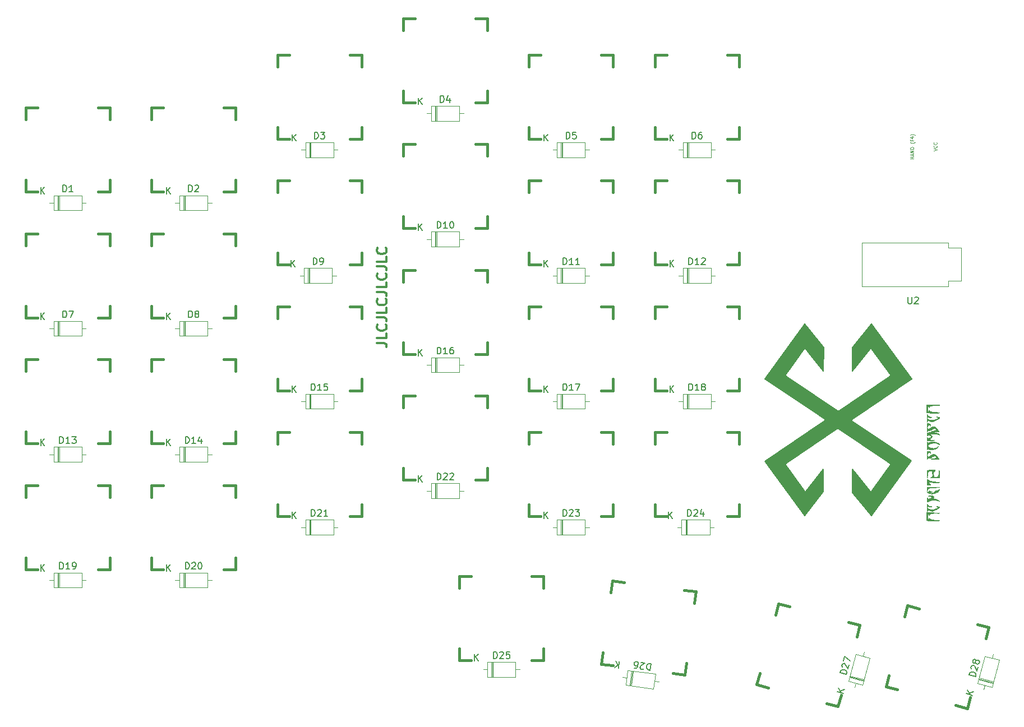
<source format=gbr>
%TF.GenerationSoftware,KiCad,Pcbnew,(6.0.2)*%
%TF.CreationDate,2022-03-02T20:59:58-08:00*%
%TF.ProjectId,CANDIEKEYBOARD,43414e44-4945-44b4-9559-424f4152442e,rev?*%
%TF.SameCoordinates,Original*%
%TF.FileFunction,Legend,Top*%
%TF.FilePolarity,Positive*%
%FSLAX46Y46*%
G04 Gerber Fmt 4.6, Leading zero omitted, Abs format (unit mm)*
G04 Created by KiCad (PCBNEW (6.0.2)) date 2022-03-02 20:59:58*
%MOMM*%
%LPD*%
G01*
G04 APERTURE LIST*
%ADD10C,0.300000*%
%ADD11C,0.018000*%
%ADD12C,0.125000*%
%ADD13C,0.145520*%
%ADD14C,0.150000*%
%ADD15C,0.120000*%
%ADD16C,0.381000*%
G04 APERTURE END LIST*
D10*
X86677610Y-82925810D02*
X87749039Y-82925810D01*
X87963324Y-82997239D01*
X88106181Y-83140096D01*
X88177610Y-83354381D01*
X88177610Y-83497239D01*
X88177610Y-81497239D02*
X88177610Y-82211524D01*
X86677610Y-82211524D01*
X88034753Y-80140096D02*
X88106181Y-80211524D01*
X88177610Y-80425810D01*
X88177610Y-80568667D01*
X88106181Y-80782953D01*
X87963324Y-80925810D01*
X87820467Y-80997239D01*
X87534753Y-81068667D01*
X87320467Y-81068667D01*
X87034753Y-80997239D01*
X86891896Y-80925810D01*
X86749039Y-80782953D01*
X86677610Y-80568667D01*
X86677610Y-80425810D01*
X86749039Y-80211524D01*
X86820467Y-80140096D01*
X86677610Y-79068667D02*
X87749039Y-79068667D01*
X87963324Y-79140096D01*
X88106181Y-79282953D01*
X88177610Y-79497239D01*
X88177610Y-79640096D01*
X88177610Y-77640096D02*
X88177610Y-78354381D01*
X86677610Y-78354381D01*
X88034753Y-76282953D02*
X88106181Y-76354381D01*
X88177610Y-76568667D01*
X88177610Y-76711524D01*
X88106181Y-76925810D01*
X87963324Y-77068667D01*
X87820467Y-77140096D01*
X87534753Y-77211524D01*
X87320467Y-77211524D01*
X87034753Y-77140096D01*
X86891896Y-77068667D01*
X86749039Y-76925810D01*
X86677610Y-76711524D01*
X86677610Y-76568667D01*
X86749039Y-76354381D01*
X86820467Y-76282953D01*
X86677610Y-75211524D02*
X87749039Y-75211524D01*
X87963324Y-75282953D01*
X88106181Y-75425810D01*
X88177610Y-75640096D01*
X88177610Y-75782953D01*
X88177610Y-73782953D02*
X88177610Y-74497239D01*
X86677610Y-74497239D01*
X88034753Y-72425810D02*
X88106181Y-72497239D01*
X88177610Y-72711524D01*
X88177610Y-72854381D01*
X88106181Y-73068667D01*
X87963324Y-73211524D01*
X87820467Y-73282953D01*
X87534753Y-73354381D01*
X87320467Y-73354381D01*
X87034753Y-73282953D01*
X86891896Y-73211524D01*
X86749039Y-73068667D01*
X86677610Y-72854381D01*
X86677610Y-72711524D01*
X86749039Y-72497239D01*
X86820467Y-72425810D01*
X86677610Y-71354381D02*
X87749039Y-71354381D01*
X87963324Y-71425810D01*
X88106181Y-71568667D01*
X88177610Y-71782953D01*
X88177610Y-71925810D01*
X88177610Y-69925810D02*
X88177610Y-70640096D01*
X86677610Y-70640096D01*
X88034753Y-68568667D02*
X88106181Y-68640096D01*
X88177610Y-68854381D01*
X88177610Y-68997239D01*
X88106181Y-69211524D01*
X87963324Y-69354381D01*
X87820467Y-69425810D01*
X87534753Y-69497239D01*
X87320467Y-69497239D01*
X87034753Y-69425810D01*
X86891896Y-69354381D01*
X86749039Y-69211524D01*
X86677610Y-68997239D01*
X86677610Y-68854381D01*
X86749039Y-68640096D01*
X86820467Y-68568667D01*
D11*
X171618980Y-108557740D02*
X171618718Y-108558785D01*
X171618718Y-108558785D02*
X171618395Y-108559826D01*
X171618395Y-108559826D02*
X171618013Y-108560863D01*
X171618013Y-108560863D02*
X171617571Y-108561897D01*
X171617571Y-108561897D02*
X171617068Y-108562927D01*
X171617068Y-108562927D02*
X171616506Y-108563953D01*
X171616506Y-108563953D02*
X171615884Y-108564976D01*
X171615884Y-108564976D02*
X171615202Y-108565995D01*
X171615202Y-108565995D02*
X171614459Y-108567011D01*
X171614459Y-108567011D02*
X171613657Y-108568023D01*
X171613657Y-108568023D02*
X171612795Y-108569031D01*
X171612795Y-108569031D02*
X171611873Y-108570036D01*
X171611873Y-108570036D02*
X171610891Y-108571037D01*
X171610891Y-108571037D02*
X171609849Y-108572034D01*
X171609849Y-108572034D02*
X171607586Y-108574018D01*
X171607586Y-108574018D02*
X171605082Y-108575987D01*
X171605082Y-108575987D02*
X171602339Y-108577942D01*
X171602339Y-108577942D02*
X171599356Y-108579882D01*
X171599356Y-108579882D02*
X171596133Y-108581808D01*
X171596133Y-108581808D02*
X171592670Y-108583719D01*
X171592670Y-108583719D02*
X171588968Y-108585616D01*
X171588968Y-108585616D02*
X171585025Y-108587498D01*
X171585025Y-108587498D02*
X171580843Y-108589366D01*
X171580843Y-108589366D02*
X171576901Y-108591149D01*
X171576901Y-108591149D02*
X171573213Y-108593013D01*
X171573213Y-108593013D02*
X171569779Y-108594957D01*
X171569779Y-108594957D02*
X171566600Y-108596981D01*
X171566600Y-108596981D02*
X171563675Y-108599085D01*
X171563675Y-108599085D02*
X171561004Y-108601268D01*
X171561004Y-108601268D02*
X171558588Y-108603532D01*
X171558588Y-108603532D02*
X171556426Y-108605875D01*
X171556426Y-108605875D02*
X171554519Y-108608299D01*
X171554519Y-108608299D02*
X171552865Y-108610802D01*
X171552865Y-108610802D02*
X171552134Y-108612084D01*
X171552134Y-108612084D02*
X171551467Y-108613385D01*
X171551467Y-108613385D02*
X171550863Y-108614707D01*
X171550863Y-108614707D02*
X171550322Y-108616049D01*
X171550322Y-108616049D02*
X171549845Y-108617410D01*
X171549845Y-108617410D02*
X171549432Y-108618792D01*
X171549432Y-108618792D02*
X171549082Y-108620194D01*
X171549082Y-108620194D02*
X171548796Y-108621615D01*
X171548796Y-108621615D02*
X171548573Y-108623057D01*
X171548573Y-108623057D02*
X171548414Y-108624519D01*
X171548414Y-108624519D02*
X171548287Y-108627502D01*
X171548287Y-108627502D02*
X171519365Y-108628912D01*
X171519365Y-108628912D02*
X171485617Y-108629885D01*
X171485617Y-108629885D02*
X171447044Y-108630422D01*
X171447044Y-108630422D02*
X171403645Y-108630523D01*
X171403645Y-108630523D02*
X171302373Y-108629416D01*
X171302373Y-108629416D02*
X171181799Y-108626565D01*
X171181799Y-108626565D02*
X171064597Y-108624182D01*
X171064597Y-108624182D02*
X170963209Y-108623544D01*
X170963209Y-108623544D02*
X170877633Y-108624651D01*
X170877633Y-108624651D02*
X170840775Y-108625858D01*
X170840775Y-108625858D02*
X170807870Y-108627502D01*
X170807870Y-108627502D02*
X170719983Y-108634100D01*
X170719983Y-108634100D02*
X170639567Y-108641338D01*
X170639567Y-108641338D02*
X170566621Y-108649216D01*
X170566621Y-108649216D02*
X170501145Y-108657732D01*
X170501145Y-108657732D02*
X170443140Y-108666889D01*
X170443140Y-108666889D02*
X170392606Y-108676685D01*
X170392606Y-108676685D02*
X170349542Y-108687120D01*
X170349542Y-108687120D02*
X170313948Y-108698195D01*
X170313948Y-108698195D02*
X170287656Y-108707903D01*
X170287656Y-108707903D02*
X170263195Y-108717496D01*
X170263195Y-108717496D02*
X170240566Y-108726972D01*
X170240566Y-108726972D02*
X170219768Y-108736331D01*
X170219768Y-108736331D02*
X170200801Y-108745575D01*
X170200801Y-108745575D02*
X170183666Y-108754702D01*
X170183666Y-108754702D02*
X170168361Y-108763713D01*
X170168361Y-108763713D02*
X170154888Y-108772608D01*
X170154888Y-108772608D02*
X170145060Y-108779795D01*
X170145060Y-108779795D02*
X170135805Y-108787171D01*
X170135805Y-108787171D02*
X170127125Y-108794736D01*
X170127125Y-108794736D02*
X170119019Y-108802490D01*
X170119019Y-108802490D02*
X170111486Y-108810433D01*
X170111486Y-108810433D02*
X170104528Y-108818564D01*
X170104528Y-108818564D02*
X170098144Y-108826885D01*
X170098144Y-108826885D02*
X170092334Y-108835395D01*
X170092334Y-108835395D02*
X170087098Y-108844093D01*
X170087098Y-108844093D02*
X170082437Y-108852981D01*
X170082437Y-108852981D02*
X170078349Y-108862057D01*
X170078349Y-108862057D02*
X170074835Y-108871323D01*
X170074835Y-108871323D02*
X170071896Y-108880777D01*
X170071896Y-108880777D02*
X170069530Y-108890420D01*
X170069530Y-108890420D02*
X170067739Y-108900252D01*
X170067739Y-108900252D02*
X170066522Y-108910273D01*
X170066522Y-108910273D02*
X170064808Y-108909133D01*
X170064808Y-108909133D02*
X170063037Y-108907806D01*
X170063037Y-108907806D02*
X170059328Y-108904591D01*
X170059328Y-108904591D02*
X170055393Y-108900626D01*
X170055393Y-108900626D02*
X170051232Y-108895914D01*
X170051232Y-108895914D02*
X170046847Y-108890453D01*
X170046847Y-108890453D02*
X170042236Y-108884243D01*
X170042236Y-108884243D02*
X170037399Y-108877285D01*
X170037399Y-108877285D02*
X170032338Y-108869578D01*
X170032338Y-108869578D02*
X170027051Y-108861123D01*
X170027051Y-108861123D02*
X170021539Y-108851920D01*
X170021539Y-108851920D02*
X170015802Y-108841967D01*
X170015802Y-108841967D02*
X170009839Y-108831267D01*
X170009839Y-108831267D02*
X170003652Y-108819818D01*
X170003652Y-108819818D02*
X169997239Y-108807620D01*
X169997239Y-108807620D02*
X169990600Y-108794674D01*
X169990600Y-108794674D02*
X169983736Y-108780979D01*
X169983736Y-108780979D02*
X169978221Y-108770519D01*
X169978221Y-108770519D02*
X169972371Y-108760763D01*
X169972371Y-108760763D02*
X169966187Y-108751711D01*
X169966187Y-108751711D02*
X169962969Y-108747450D01*
X169962969Y-108747450D02*
X169959668Y-108743365D01*
X169959668Y-108743365D02*
X169956284Y-108739456D01*
X169956284Y-108739456D02*
X169952815Y-108735724D01*
X169952815Y-108735724D02*
X169949264Y-108732168D01*
X169949264Y-108732168D02*
X169945628Y-108728788D01*
X169945628Y-108728788D02*
X169941910Y-108725584D01*
X169941910Y-108725584D02*
X169938107Y-108722556D01*
X169938107Y-108722556D02*
X169934221Y-108719705D01*
X169934221Y-108719705D02*
X169930252Y-108717030D01*
X169930252Y-108717030D02*
X169926198Y-108714531D01*
X169926198Y-108714531D02*
X169922062Y-108712208D01*
X169922062Y-108712208D02*
X169917841Y-108710061D01*
X169917841Y-108710061D02*
X169913538Y-108708091D01*
X169913538Y-108708091D02*
X169909150Y-108706297D01*
X169909150Y-108706297D02*
X169904679Y-108704679D01*
X169904679Y-108704679D02*
X169900125Y-108703238D01*
X169900125Y-108703238D02*
X169895486Y-108701972D01*
X169895486Y-108701972D02*
X169890765Y-108700883D01*
X169890765Y-108700883D02*
X169885959Y-108699970D01*
X169885959Y-108699970D02*
X169881071Y-108699234D01*
X169881071Y-108699234D02*
X169876098Y-108698673D01*
X169876098Y-108698673D02*
X169871042Y-108698289D01*
X169871042Y-108698289D02*
X169865903Y-108698081D01*
X169865903Y-108698081D02*
X169860679Y-108698049D01*
X169860679Y-108698049D02*
X169855373Y-108698193D01*
X169855373Y-108698193D02*
X169852740Y-108699866D01*
X169852740Y-108699866D02*
X169850191Y-108701630D01*
X169850191Y-108701630D02*
X169847726Y-108703485D01*
X169847726Y-108703485D02*
X169845344Y-108705431D01*
X169845344Y-108705431D02*
X169843046Y-108707468D01*
X169843046Y-108707468D02*
X169840832Y-108709595D01*
X169840832Y-108709595D02*
X169838700Y-108711813D01*
X169838700Y-108711813D02*
X169836653Y-108714122D01*
X169836653Y-108714122D02*
X169834689Y-108716522D01*
X169834689Y-108716522D02*
X169832809Y-108719013D01*
X169832809Y-108719013D02*
X169831012Y-108721595D01*
X169831012Y-108721595D02*
X169829299Y-108724267D01*
X169829299Y-108724267D02*
X169827669Y-108727030D01*
X169827669Y-108727030D02*
X169826123Y-108729884D01*
X169826123Y-108729884D02*
X169824661Y-108732829D01*
X169824661Y-108732829D02*
X169823282Y-108735865D01*
X169823282Y-108735865D02*
X169821986Y-108738992D01*
X169821986Y-108738992D02*
X169820775Y-108742209D01*
X169820775Y-108742209D02*
X169819646Y-108745518D01*
X169819646Y-108745518D02*
X169818602Y-108748917D01*
X169818602Y-108748917D02*
X169817641Y-108752407D01*
X169817641Y-108752407D02*
X169816763Y-108755987D01*
X169816763Y-108755987D02*
X169815259Y-108763422D01*
X169815259Y-108763422D02*
X169814089Y-108771219D01*
X169814089Y-108771219D02*
X169813253Y-108779380D01*
X169813253Y-108779380D02*
X169812752Y-108787904D01*
X169812752Y-108787904D02*
X169812585Y-108796792D01*
X169812585Y-108796792D02*
X169812643Y-108802213D01*
X169812643Y-108802213D02*
X169812817Y-108808244D01*
X169812817Y-108808244D02*
X169813108Y-108814886D01*
X169813108Y-108814886D02*
X169813515Y-108822139D01*
X169813515Y-108822139D02*
X169814038Y-108830002D01*
X169814038Y-108830002D02*
X169814678Y-108838475D01*
X169814678Y-108838475D02*
X169816305Y-108857253D01*
X169816305Y-108857253D02*
X169817933Y-108874869D01*
X169817933Y-108874869D02*
X169819096Y-108889577D01*
X169819096Y-108889577D02*
X169819793Y-108901379D01*
X169819793Y-108901379D02*
X169819968Y-108906189D01*
X169819968Y-108906189D02*
X169820026Y-108910273D01*
X169820026Y-108910273D02*
X169818921Y-108968293D01*
X169818921Y-108968293D02*
X169818397Y-109043753D01*
X169818397Y-109043753D02*
X169818453Y-109136654D01*
X169818453Y-109136654D02*
X169819090Y-109246996D01*
X169819090Y-109246996D02*
X169820719Y-109468377D01*
X169820719Y-109468377D02*
X169820663Y-109551163D01*
X169820663Y-109551163D02*
X169820026Y-109615344D01*
X169820026Y-109615344D02*
X169831134Y-109614658D01*
X169831134Y-109614658D02*
X169841900Y-109613295D01*
X169841900Y-109613295D02*
X169852324Y-109611256D01*
X169852324Y-109611256D02*
X169862407Y-109608542D01*
X169862407Y-109608542D02*
X169872148Y-109605152D01*
X169872148Y-109605152D02*
X169881548Y-109601086D01*
X169881548Y-109601086D02*
X169890606Y-109596344D01*
X169890606Y-109596344D02*
X169899323Y-109590927D01*
X169899323Y-109590927D02*
X169907698Y-109584834D01*
X169907698Y-109584834D02*
X169915732Y-109578064D01*
X169915732Y-109578064D02*
X169923424Y-109570619D01*
X169923424Y-109570619D02*
X169930775Y-109562498D01*
X169930775Y-109562498D02*
X169937784Y-109553702D01*
X169937784Y-109553702D02*
X169944451Y-109544229D01*
X169944451Y-109544229D02*
X169950777Y-109534081D01*
X169950777Y-109534081D02*
X169956761Y-109523257D01*
X169956761Y-109523257D02*
X169959145Y-109518562D01*
X169959145Y-109518562D02*
X169962110Y-109512385D01*
X169962110Y-109512385D02*
X169965656Y-109504726D01*
X169965656Y-109504726D02*
X169969784Y-109495584D01*
X169969784Y-109495584D02*
X169979783Y-109472853D01*
X169979783Y-109472853D02*
X169992108Y-109444192D01*
X169992108Y-109444192D02*
X169997398Y-109432028D01*
X169997398Y-109432028D02*
X170002572Y-109420647D01*
X170002572Y-109420647D02*
X170007630Y-109410052D01*
X170007630Y-109410052D02*
X170012572Y-109400242D01*
X170012572Y-109400242D02*
X170017397Y-109391216D01*
X170017397Y-109391216D02*
X170022106Y-109382975D01*
X170022106Y-109382975D02*
X170026699Y-109375519D01*
X170026699Y-109375519D02*
X170031175Y-109368848D01*
X170031175Y-109368848D02*
X170056261Y-109393741D01*
X170056261Y-109393741D02*
X170083614Y-109417494D01*
X170083614Y-109417494D02*
X170113234Y-109440105D01*
X170113234Y-109440105D02*
X170145121Y-109461575D01*
X170145121Y-109461575D02*
X170179276Y-109481905D01*
X170179276Y-109481905D02*
X170215698Y-109501093D01*
X170215698Y-109501093D02*
X170254388Y-109519141D01*
X170254388Y-109519141D02*
X170295344Y-109536047D01*
X170295344Y-109536047D02*
X170338568Y-109551813D01*
X170338568Y-109551813D02*
X170384059Y-109566438D01*
X170384059Y-109566438D02*
X170431818Y-109579921D01*
X170431818Y-109579921D02*
X170481844Y-109592264D01*
X170481844Y-109592264D02*
X170534137Y-109603466D01*
X170534137Y-109603466D02*
X170588697Y-109613527D01*
X170588697Y-109613527D02*
X170645525Y-109622448D01*
X170645525Y-109622448D02*
X170704620Y-109630227D01*
X170704620Y-109630227D02*
X170745620Y-109634790D01*
X170745620Y-109634790D02*
X170790487Y-109639180D01*
X170790487Y-109639180D02*
X170891817Y-109647435D01*
X170891817Y-109647435D02*
X171008612Y-109654993D01*
X171008612Y-109654993D02*
X171140871Y-109661852D01*
X171140871Y-109661852D02*
X171417133Y-109675340D01*
X171417133Y-109675340D02*
X171514103Y-109681037D01*
X171514103Y-109681037D02*
X171583633Y-109686037D01*
X171583633Y-109686037D02*
X171580238Y-109690847D01*
X171580238Y-109690847D02*
X171576679Y-109695510D01*
X171576679Y-109695510D02*
X171572956Y-109700025D01*
X171572956Y-109700025D02*
X171569070Y-109704394D01*
X171569070Y-109704394D02*
X171565021Y-109708615D01*
X171565021Y-109708615D02*
X171560808Y-109712689D01*
X171560808Y-109712689D02*
X171556431Y-109716616D01*
X171556431Y-109716616D02*
X171551891Y-109720396D01*
X171551891Y-109720396D02*
X171547188Y-109724028D01*
X171547188Y-109724028D02*
X171542321Y-109727514D01*
X171542321Y-109727514D02*
X171537290Y-109730852D01*
X171537290Y-109730852D02*
X171532096Y-109734043D01*
X171532096Y-109734043D02*
X171526739Y-109737087D01*
X171526739Y-109737087D02*
X171521217Y-109739984D01*
X171521217Y-109739984D02*
X171515533Y-109742733D01*
X171515533Y-109742733D02*
X171509685Y-109745336D01*
X171509685Y-109745336D02*
X171497498Y-109750099D01*
X171497498Y-109750099D02*
X171484657Y-109754274D01*
X171484657Y-109754274D02*
X171471163Y-109757861D01*
X171471163Y-109757861D02*
X171457014Y-109760858D01*
X171457014Y-109760858D02*
X171442211Y-109763267D01*
X171442211Y-109763267D02*
X171426754Y-109765088D01*
X171426754Y-109765088D02*
X171410643Y-109766319D01*
X171410643Y-109766319D02*
X171393878Y-109766963D01*
X171393878Y-109766963D02*
X171383690Y-109767080D01*
X171383690Y-109767080D02*
X171372194Y-109766965D01*
X171372194Y-109766965D02*
X171359389Y-109766617D01*
X171359389Y-109766617D02*
X171345277Y-109766036D01*
X171345277Y-109766036D02*
X171329856Y-109765221D01*
X171329856Y-109765221D02*
X171313128Y-109764174D01*
X171313128Y-109764174D02*
X171295091Y-109762894D01*
X171295091Y-109762894D02*
X171275746Y-109761380D01*
X171275746Y-109761380D02*
X171238888Y-109758996D01*
X171238888Y-109758996D02*
X171207379Y-109757426D01*
X171207379Y-109757426D02*
X171181217Y-109756670D01*
X171181217Y-109756670D02*
X171170143Y-109756598D01*
X171170143Y-109756598D02*
X171160405Y-109756729D01*
X171160405Y-109756729D02*
X170666483Y-109756729D01*
X170666483Y-109756729D02*
X170304181Y-109754520D01*
X170304181Y-109754520D02*
X170024664Y-109747892D01*
X170024664Y-109747892D02*
X169915950Y-109742921D01*
X169915950Y-109742921D02*
X169827932Y-109736846D01*
X169827932Y-109736846D02*
X169760611Y-109729666D01*
X169760611Y-109729666D02*
X169713986Y-109721382D01*
X169713986Y-109721382D02*
X169713986Y-108522389D01*
X169713986Y-108522389D02*
X169808108Y-108519309D01*
X169808108Y-108519309D02*
X169909555Y-108517508D01*
X169909555Y-108517508D02*
X170018327Y-108516986D01*
X170018327Y-108516986D02*
X170134425Y-108517742D01*
X170134425Y-108517742D02*
X170257847Y-108519778D01*
X170257847Y-108519778D02*
X170388594Y-108523092D01*
X170388594Y-108523092D02*
X170672064Y-108533556D01*
X170672064Y-108533556D02*
X170975766Y-108545881D01*
X170975766Y-108545881D02*
X171234819Y-108554020D01*
X171234819Y-108554020D02*
X171449224Y-108557973D01*
X171449224Y-108557973D02*
X171618980Y-108557740D01*
X171618980Y-108557740D02*
X171618980Y-108557740D01*
G36*
X170134425Y-108517742D02*
G01*
X170257847Y-108519778D01*
X170388594Y-108523092D01*
X170672064Y-108533556D01*
X170975766Y-108545881D01*
X171234819Y-108554020D01*
X171449224Y-108557973D01*
X171618980Y-108557740D01*
X171618718Y-108558785D01*
X171618395Y-108559826D01*
X171618013Y-108560863D01*
X171617571Y-108561897D01*
X171617068Y-108562927D01*
X171616506Y-108563953D01*
X171615884Y-108564976D01*
X171615202Y-108565995D01*
X171614459Y-108567011D01*
X171613657Y-108568023D01*
X171612795Y-108569031D01*
X171611873Y-108570036D01*
X171610891Y-108571037D01*
X171609849Y-108572034D01*
X171607586Y-108574018D01*
X171605082Y-108575987D01*
X171602339Y-108577942D01*
X171599356Y-108579882D01*
X171596133Y-108581808D01*
X171592670Y-108583719D01*
X171588968Y-108585616D01*
X171585025Y-108587498D01*
X171580843Y-108589366D01*
X171576901Y-108591149D01*
X171573213Y-108593013D01*
X171569779Y-108594957D01*
X171566600Y-108596981D01*
X171563675Y-108599085D01*
X171561004Y-108601268D01*
X171558588Y-108603532D01*
X171556426Y-108605875D01*
X171554519Y-108608299D01*
X171552865Y-108610802D01*
X171552134Y-108612084D01*
X171551467Y-108613385D01*
X171550863Y-108614707D01*
X171550322Y-108616049D01*
X171549845Y-108617410D01*
X171549432Y-108618792D01*
X171549082Y-108620194D01*
X171548796Y-108621615D01*
X171548573Y-108623057D01*
X171548414Y-108624519D01*
X171548287Y-108627502D01*
X171519365Y-108628912D01*
X171485617Y-108629885D01*
X171447044Y-108630422D01*
X171403645Y-108630523D01*
X171302373Y-108629416D01*
X171181799Y-108626565D01*
X171064597Y-108624182D01*
X170963209Y-108623544D01*
X170877633Y-108624651D01*
X170840775Y-108625858D01*
X170807870Y-108627502D01*
X170719983Y-108634100D01*
X170639567Y-108641338D01*
X170566621Y-108649216D01*
X170501145Y-108657732D01*
X170443140Y-108666889D01*
X170392606Y-108676685D01*
X170349542Y-108687120D01*
X170313948Y-108698195D01*
X170287656Y-108707903D01*
X170263195Y-108717496D01*
X170240566Y-108726972D01*
X170219768Y-108736331D01*
X170200801Y-108745575D01*
X170183666Y-108754702D01*
X170168361Y-108763713D01*
X170154888Y-108772608D01*
X170145060Y-108779795D01*
X170135805Y-108787171D01*
X170127125Y-108794736D01*
X170119019Y-108802490D01*
X170111486Y-108810433D01*
X170104528Y-108818564D01*
X170098144Y-108826885D01*
X170092334Y-108835395D01*
X170087098Y-108844093D01*
X170082437Y-108852981D01*
X170078349Y-108862057D01*
X170074835Y-108871323D01*
X170071896Y-108880777D01*
X170069530Y-108890420D01*
X170067739Y-108900252D01*
X170066522Y-108910273D01*
X170064808Y-108909133D01*
X170063037Y-108907806D01*
X170059328Y-108904591D01*
X170055393Y-108900626D01*
X170051232Y-108895914D01*
X170046847Y-108890453D01*
X170042236Y-108884243D01*
X170037399Y-108877285D01*
X170032338Y-108869578D01*
X170027051Y-108861123D01*
X170021539Y-108851920D01*
X170015802Y-108841967D01*
X170009839Y-108831267D01*
X170003652Y-108819818D01*
X169997239Y-108807620D01*
X169990600Y-108794674D01*
X169983736Y-108780979D01*
X169978221Y-108770519D01*
X169972371Y-108760763D01*
X169966187Y-108751711D01*
X169962969Y-108747450D01*
X169959668Y-108743365D01*
X169956284Y-108739456D01*
X169952815Y-108735724D01*
X169949264Y-108732168D01*
X169945628Y-108728788D01*
X169941910Y-108725584D01*
X169938107Y-108722556D01*
X169934221Y-108719705D01*
X169930252Y-108717030D01*
X169926198Y-108714531D01*
X169922062Y-108712208D01*
X169917841Y-108710061D01*
X169913538Y-108708091D01*
X169909150Y-108706297D01*
X169904679Y-108704679D01*
X169900125Y-108703238D01*
X169895486Y-108701972D01*
X169890765Y-108700883D01*
X169885959Y-108699970D01*
X169881071Y-108699234D01*
X169876098Y-108698673D01*
X169871042Y-108698289D01*
X169865903Y-108698081D01*
X169860679Y-108698049D01*
X169855373Y-108698193D01*
X169852740Y-108699866D01*
X169850191Y-108701630D01*
X169847726Y-108703485D01*
X169845344Y-108705431D01*
X169843046Y-108707468D01*
X169840832Y-108709595D01*
X169838700Y-108711813D01*
X169836653Y-108714122D01*
X169834689Y-108716522D01*
X169832809Y-108719013D01*
X169831012Y-108721595D01*
X169829299Y-108724267D01*
X169827669Y-108727030D01*
X169826123Y-108729884D01*
X169824661Y-108732829D01*
X169823282Y-108735865D01*
X169821986Y-108738992D01*
X169820775Y-108742209D01*
X169819646Y-108745518D01*
X169818602Y-108748917D01*
X169817641Y-108752407D01*
X169816763Y-108755987D01*
X169815259Y-108763422D01*
X169814089Y-108771219D01*
X169813253Y-108779380D01*
X169812752Y-108787904D01*
X169812585Y-108796792D01*
X169812643Y-108802213D01*
X169812817Y-108808244D01*
X169813108Y-108814886D01*
X169813515Y-108822139D01*
X169814038Y-108830002D01*
X169814678Y-108838475D01*
X169816305Y-108857253D01*
X169817933Y-108874869D01*
X169819096Y-108889577D01*
X169819793Y-108901379D01*
X169819968Y-108906189D01*
X169820026Y-108910273D01*
X169818921Y-108968293D01*
X169818397Y-109043753D01*
X169818453Y-109136654D01*
X169819090Y-109246996D01*
X169820719Y-109468377D01*
X169820663Y-109551163D01*
X169820026Y-109615344D01*
X169831134Y-109614658D01*
X169841900Y-109613295D01*
X169852324Y-109611256D01*
X169862407Y-109608542D01*
X169872148Y-109605152D01*
X169881548Y-109601086D01*
X169890606Y-109596344D01*
X169899323Y-109590927D01*
X169907698Y-109584834D01*
X169915732Y-109578064D01*
X169923424Y-109570619D01*
X169930775Y-109562498D01*
X169937784Y-109553702D01*
X169944451Y-109544229D01*
X169950777Y-109534081D01*
X169956761Y-109523257D01*
X169959145Y-109518562D01*
X169962110Y-109512385D01*
X169965656Y-109504726D01*
X169969784Y-109495584D01*
X169979783Y-109472853D01*
X169992108Y-109444192D01*
X169997398Y-109432028D01*
X170002572Y-109420647D01*
X170007630Y-109410052D01*
X170012572Y-109400242D01*
X170017397Y-109391216D01*
X170022106Y-109382975D01*
X170026699Y-109375519D01*
X170031175Y-109368848D01*
X170056261Y-109393741D01*
X170083614Y-109417494D01*
X170113234Y-109440105D01*
X170145121Y-109461575D01*
X170179276Y-109481905D01*
X170215698Y-109501093D01*
X170254388Y-109519141D01*
X170295344Y-109536047D01*
X170338568Y-109551813D01*
X170384059Y-109566438D01*
X170431818Y-109579921D01*
X170481844Y-109592264D01*
X170534137Y-109603466D01*
X170588697Y-109613527D01*
X170645525Y-109622448D01*
X170704620Y-109630227D01*
X170745620Y-109634790D01*
X170790487Y-109639180D01*
X170891817Y-109647435D01*
X171008612Y-109654993D01*
X171140871Y-109661852D01*
X171417133Y-109675340D01*
X171514103Y-109681037D01*
X171583633Y-109686037D01*
X171580238Y-109690847D01*
X171576679Y-109695510D01*
X171572956Y-109700025D01*
X171569070Y-109704394D01*
X171565021Y-109708615D01*
X171560808Y-109712689D01*
X171556431Y-109716616D01*
X171551891Y-109720396D01*
X171547188Y-109724028D01*
X171542321Y-109727514D01*
X171537290Y-109730852D01*
X171532096Y-109734043D01*
X171526739Y-109737087D01*
X171521217Y-109739984D01*
X171515533Y-109742733D01*
X171509685Y-109745336D01*
X171497498Y-109750099D01*
X171484657Y-109754274D01*
X171471163Y-109757861D01*
X171457014Y-109760858D01*
X171442211Y-109763267D01*
X171426754Y-109765088D01*
X171410643Y-109766319D01*
X171393878Y-109766963D01*
X171383690Y-109767080D01*
X171372194Y-109766965D01*
X171359389Y-109766617D01*
X171345277Y-109766036D01*
X171329856Y-109765221D01*
X171313128Y-109764174D01*
X171295091Y-109762894D01*
X171275746Y-109761380D01*
X171238888Y-109758996D01*
X171207379Y-109757426D01*
X171181217Y-109756670D01*
X171170143Y-109756598D01*
X171160405Y-109756729D01*
X170666483Y-109756729D01*
X170304181Y-109754520D01*
X170024664Y-109747892D01*
X169915950Y-109742921D01*
X169827932Y-109736846D01*
X169760611Y-109729666D01*
X169713986Y-109721382D01*
X169713986Y-108522389D01*
X169808108Y-108519309D01*
X169909555Y-108517508D01*
X170018327Y-108516986D01*
X170134425Y-108517742D01*
G37*
X170134425Y-108517742D02*
X170257847Y-108519778D01*
X170388594Y-108523092D01*
X170672064Y-108533556D01*
X170975766Y-108545881D01*
X171234819Y-108554020D01*
X171449224Y-108557973D01*
X171618980Y-108557740D01*
X171618718Y-108558785D01*
X171618395Y-108559826D01*
X171618013Y-108560863D01*
X171617571Y-108561897D01*
X171617068Y-108562927D01*
X171616506Y-108563953D01*
X171615884Y-108564976D01*
X171615202Y-108565995D01*
X171614459Y-108567011D01*
X171613657Y-108568023D01*
X171612795Y-108569031D01*
X171611873Y-108570036D01*
X171610891Y-108571037D01*
X171609849Y-108572034D01*
X171607586Y-108574018D01*
X171605082Y-108575987D01*
X171602339Y-108577942D01*
X171599356Y-108579882D01*
X171596133Y-108581808D01*
X171592670Y-108583719D01*
X171588968Y-108585616D01*
X171585025Y-108587498D01*
X171580843Y-108589366D01*
X171576901Y-108591149D01*
X171573213Y-108593013D01*
X171569779Y-108594957D01*
X171566600Y-108596981D01*
X171563675Y-108599085D01*
X171561004Y-108601268D01*
X171558588Y-108603532D01*
X171556426Y-108605875D01*
X171554519Y-108608299D01*
X171552865Y-108610802D01*
X171552134Y-108612084D01*
X171551467Y-108613385D01*
X171550863Y-108614707D01*
X171550322Y-108616049D01*
X171549845Y-108617410D01*
X171549432Y-108618792D01*
X171549082Y-108620194D01*
X171548796Y-108621615D01*
X171548573Y-108623057D01*
X171548414Y-108624519D01*
X171548287Y-108627502D01*
X171519365Y-108628912D01*
X171485617Y-108629885D01*
X171447044Y-108630422D01*
X171403645Y-108630523D01*
X171302373Y-108629416D01*
X171181799Y-108626565D01*
X171064597Y-108624182D01*
X170963209Y-108623544D01*
X170877633Y-108624651D01*
X170840775Y-108625858D01*
X170807870Y-108627502D01*
X170719983Y-108634100D01*
X170639567Y-108641338D01*
X170566621Y-108649216D01*
X170501145Y-108657732D01*
X170443140Y-108666889D01*
X170392606Y-108676685D01*
X170349542Y-108687120D01*
X170313948Y-108698195D01*
X170287656Y-108707903D01*
X170263195Y-108717496D01*
X170240566Y-108726972D01*
X170219768Y-108736331D01*
X170200801Y-108745575D01*
X170183666Y-108754702D01*
X170168361Y-108763713D01*
X170154888Y-108772608D01*
X170145060Y-108779795D01*
X170135805Y-108787171D01*
X170127125Y-108794736D01*
X170119019Y-108802490D01*
X170111486Y-108810433D01*
X170104528Y-108818564D01*
X170098144Y-108826885D01*
X170092334Y-108835395D01*
X170087098Y-108844093D01*
X170082437Y-108852981D01*
X170078349Y-108862057D01*
X170074835Y-108871323D01*
X170071896Y-108880777D01*
X170069530Y-108890420D01*
X170067739Y-108900252D01*
X170066522Y-108910273D01*
X170064808Y-108909133D01*
X170063037Y-108907806D01*
X170059328Y-108904591D01*
X170055393Y-108900626D01*
X170051232Y-108895914D01*
X170046847Y-108890453D01*
X170042236Y-108884243D01*
X170037399Y-108877285D01*
X170032338Y-108869578D01*
X170027051Y-108861123D01*
X170021539Y-108851920D01*
X170015802Y-108841967D01*
X170009839Y-108831267D01*
X170003652Y-108819818D01*
X169997239Y-108807620D01*
X169990600Y-108794674D01*
X169983736Y-108780979D01*
X169978221Y-108770519D01*
X169972371Y-108760763D01*
X169966187Y-108751711D01*
X169962969Y-108747450D01*
X169959668Y-108743365D01*
X169956284Y-108739456D01*
X169952815Y-108735724D01*
X169949264Y-108732168D01*
X169945628Y-108728788D01*
X169941910Y-108725584D01*
X169938107Y-108722556D01*
X169934221Y-108719705D01*
X169930252Y-108717030D01*
X169926198Y-108714531D01*
X169922062Y-108712208D01*
X169917841Y-108710061D01*
X169913538Y-108708091D01*
X169909150Y-108706297D01*
X169904679Y-108704679D01*
X169900125Y-108703238D01*
X169895486Y-108701972D01*
X169890765Y-108700883D01*
X169885959Y-108699970D01*
X169881071Y-108699234D01*
X169876098Y-108698673D01*
X169871042Y-108698289D01*
X169865903Y-108698081D01*
X169860679Y-108698049D01*
X169855373Y-108698193D01*
X169852740Y-108699866D01*
X169850191Y-108701630D01*
X169847726Y-108703485D01*
X169845344Y-108705431D01*
X169843046Y-108707468D01*
X169840832Y-108709595D01*
X169838700Y-108711813D01*
X169836653Y-108714122D01*
X169834689Y-108716522D01*
X169832809Y-108719013D01*
X169831012Y-108721595D01*
X169829299Y-108724267D01*
X169827669Y-108727030D01*
X169826123Y-108729884D01*
X169824661Y-108732829D01*
X169823282Y-108735865D01*
X169821986Y-108738992D01*
X169820775Y-108742209D01*
X169819646Y-108745518D01*
X169818602Y-108748917D01*
X169817641Y-108752407D01*
X169816763Y-108755987D01*
X169815259Y-108763422D01*
X169814089Y-108771219D01*
X169813253Y-108779380D01*
X169812752Y-108787904D01*
X169812585Y-108796792D01*
X169812643Y-108802213D01*
X169812817Y-108808244D01*
X169813108Y-108814886D01*
X169813515Y-108822139D01*
X169814038Y-108830002D01*
X169814678Y-108838475D01*
X169816305Y-108857253D01*
X169817933Y-108874869D01*
X169819096Y-108889577D01*
X169819793Y-108901379D01*
X169819968Y-108906189D01*
X169820026Y-108910273D01*
X169818921Y-108968293D01*
X169818397Y-109043753D01*
X169818453Y-109136654D01*
X169819090Y-109246996D01*
X169820719Y-109468377D01*
X169820663Y-109551163D01*
X169820026Y-109615344D01*
X169831134Y-109614658D01*
X169841900Y-109613295D01*
X169852324Y-109611256D01*
X169862407Y-109608542D01*
X169872148Y-109605152D01*
X169881548Y-109601086D01*
X169890606Y-109596344D01*
X169899323Y-109590927D01*
X169907698Y-109584834D01*
X169915732Y-109578064D01*
X169923424Y-109570619D01*
X169930775Y-109562498D01*
X169937784Y-109553702D01*
X169944451Y-109544229D01*
X169950777Y-109534081D01*
X169956761Y-109523257D01*
X169959145Y-109518562D01*
X169962110Y-109512385D01*
X169965656Y-109504726D01*
X169969784Y-109495584D01*
X169979783Y-109472853D01*
X169992108Y-109444192D01*
X169997398Y-109432028D01*
X170002572Y-109420647D01*
X170007630Y-109410052D01*
X170012572Y-109400242D01*
X170017397Y-109391216D01*
X170022106Y-109382975D01*
X170026699Y-109375519D01*
X170031175Y-109368848D01*
X170056261Y-109393741D01*
X170083614Y-109417494D01*
X170113234Y-109440105D01*
X170145121Y-109461575D01*
X170179276Y-109481905D01*
X170215698Y-109501093D01*
X170254388Y-109519141D01*
X170295344Y-109536047D01*
X170338568Y-109551813D01*
X170384059Y-109566438D01*
X170431818Y-109579921D01*
X170481844Y-109592264D01*
X170534137Y-109603466D01*
X170588697Y-109613527D01*
X170645525Y-109622448D01*
X170704620Y-109630227D01*
X170745620Y-109634790D01*
X170790487Y-109639180D01*
X170891817Y-109647435D01*
X171008612Y-109654993D01*
X171140871Y-109661852D01*
X171417133Y-109675340D01*
X171514103Y-109681037D01*
X171583633Y-109686037D01*
X171580238Y-109690847D01*
X171576679Y-109695510D01*
X171572956Y-109700025D01*
X171569070Y-109704394D01*
X171565021Y-109708615D01*
X171560808Y-109712689D01*
X171556431Y-109716616D01*
X171551891Y-109720396D01*
X171547188Y-109724028D01*
X171542321Y-109727514D01*
X171537290Y-109730852D01*
X171532096Y-109734043D01*
X171526739Y-109737087D01*
X171521217Y-109739984D01*
X171515533Y-109742733D01*
X171509685Y-109745336D01*
X171497498Y-109750099D01*
X171484657Y-109754274D01*
X171471163Y-109757861D01*
X171457014Y-109760858D01*
X171442211Y-109763267D01*
X171426754Y-109765088D01*
X171410643Y-109766319D01*
X171393878Y-109766963D01*
X171383690Y-109767080D01*
X171372194Y-109766965D01*
X171359389Y-109766617D01*
X171345277Y-109766036D01*
X171329856Y-109765221D01*
X171313128Y-109764174D01*
X171295091Y-109762894D01*
X171275746Y-109761380D01*
X171238888Y-109758996D01*
X171207379Y-109757426D01*
X171181217Y-109756670D01*
X171170143Y-109756598D01*
X171160405Y-109756729D01*
X170666483Y-109756729D01*
X170304181Y-109754520D01*
X170024664Y-109747892D01*
X169915950Y-109742921D01*
X169827932Y-109736846D01*
X169760611Y-109729666D01*
X169713986Y-109721382D01*
X169713986Y-108522389D01*
X169808108Y-108519309D01*
X169909555Y-108517508D01*
X170018327Y-108516986D01*
X170134425Y-108517742D01*
X171637584Y-107636869D02*
X171638292Y-107640920D01*
X171638292Y-107640920D02*
X171638790Y-107644935D01*
X171638790Y-107644935D02*
X171639077Y-107648914D01*
X171639077Y-107648914D02*
X171639154Y-107652856D01*
X171639154Y-107652856D02*
X171639019Y-107656762D01*
X171639019Y-107656762D02*
X171638674Y-107660632D01*
X171638674Y-107660632D02*
X171638118Y-107664465D01*
X171638118Y-107664465D02*
X171637351Y-107668262D01*
X171637351Y-107668262D02*
X171636374Y-107672023D01*
X171636374Y-107672023D02*
X171635186Y-107675747D01*
X171635186Y-107675747D02*
X171633787Y-107679435D01*
X171633787Y-107679435D02*
X171632177Y-107683087D01*
X171632177Y-107683087D02*
X171630357Y-107686702D01*
X171630357Y-107686702D02*
X171628326Y-107690281D01*
X171628326Y-107690281D02*
X171626084Y-107693823D01*
X171626084Y-107693823D02*
X171623631Y-107697329D01*
X171623631Y-107697329D02*
X171620924Y-107701126D01*
X171620924Y-107701126D02*
X171618385Y-107704843D01*
X171618385Y-107704843D02*
X171616012Y-107708480D01*
X171616012Y-107708480D02*
X171613806Y-107712037D01*
X171613806Y-107712037D02*
X171611768Y-107715515D01*
X171611768Y-107715515D02*
X171609897Y-107718912D01*
X171609897Y-107718912D02*
X171608193Y-107722229D01*
X171608193Y-107722229D02*
X171606656Y-107725467D01*
X171606656Y-107725467D02*
X171605286Y-107728624D01*
X171605286Y-107728624D02*
X171604083Y-107731702D01*
X171604083Y-107731702D02*
X171603048Y-107734699D01*
X171603048Y-107734699D02*
X171602179Y-107737617D01*
X171602179Y-107737617D02*
X171601478Y-107740455D01*
X171601478Y-107740455D02*
X171600944Y-107743213D01*
X171600944Y-107743213D02*
X171600577Y-107745891D01*
X171600577Y-107745891D02*
X171600377Y-107748488D01*
X171600377Y-107748488D02*
X171590825Y-107760621D01*
X171590825Y-107760621D02*
X171581003Y-107772368D01*
X171581003Y-107772368D02*
X171570913Y-107783730D01*
X171570913Y-107783730D02*
X171560554Y-107794706D01*
X171560554Y-107794706D02*
X171549926Y-107805298D01*
X171549926Y-107805298D02*
X171539029Y-107815505D01*
X171539029Y-107815505D02*
X171527863Y-107825326D01*
X171527863Y-107825326D02*
X171516429Y-107834762D01*
X171516429Y-107834762D02*
X171504725Y-107843813D01*
X171504725Y-107843813D02*
X171492753Y-107852479D01*
X171492753Y-107852479D02*
X171480512Y-107860760D01*
X171480512Y-107860760D02*
X171468002Y-107868655D01*
X171468002Y-107868655D02*
X171455223Y-107876166D01*
X171455223Y-107876166D02*
X171442175Y-107883291D01*
X171442175Y-107883291D02*
X171428858Y-107890031D01*
X171428858Y-107890031D02*
X171415273Y-107896386D01*
X171415273Y-107896386D02*
X171411087Y-107898523D01*
X171411087Y-107898523D02*
X171404576Y-107902142D01*
X171404576Y-107902142D02*
X171395739Y-107907244D01*
X171395739Y-107907244D02*
X171384577Y-107913828D01*
X171384577Y-107913828D02*
X171355276Y-107931443D01*
X171355276Y-107931443D02*
X171316674Y-107954987D01*
X171316674Y-107954987D02*
X171250632Y-107994753D01*
X171250632Y-107994753D02*
X171234354Y-108004694D01*
X171234354Y-108004694D02*
X171229238Y-108008007D01*
X171229238Y-108008007D02*
X171164707Y-108040796D01*
X171164707Y-108040796D02*
X171101339Y-108072189D01*
X171101339Y-108072189D02*
X171039134Y-108102187D01*
X171039134Y-108102187D02*
X170978091Y-108130790D01*
X170978091Y-108130790D02*
X170918211Y-108157998D01*
X170918211Y-108157998D02*
X170859494Y-108183810D01*
X170859494Y-108183810D02*
X170801940Y-108208227D01*
X170801940Y-108208227D02*
X170745548Y-108231248D01*
X170745548Y-108231248D02*
X170742816Y-108232542D01*
X170742816Y-108232542D02*
X170739734Y-108234097D01*
X170739734Y-108234097D02*
X170736304Y-108235914D01*
X170736304Y-108235914D02*
X170732526Y-108237993D01*
X170732526Y-108237993D02*
X170728398Y-108240333D01*
X170728398Y-108240333D02*
X170723922Y-108242934D01*
X170723922Y-108242934D02*
X170719096Y-108245798D01*
X170719096Y-108245798D02*
X170713922Y-108248923D01*
X170713922Y-108248923D02*
X170700958Y-108256655D01*
X170700958Y-108256655D02*
X170689970Y-108263107D01*
X170689970Y-108263107D02*
X170680959Y-108268281D01*
X170680959Y-108268281D02*
X170673925Y-108272176D01*
X170673925Y-108272176D02*
X170666829Y-108275904D01*
X170666829Y-108275904D02*
X170659725Y-108279414D01*
X170659725Y-108279414D02*
X170652614Y-108282706D01*
X170652614Y-108282706D02*
X170645496Y-108285780D01*
X170645496Y-108285780D02*
X170638371Y-108288636D01*
X170638371Y-108288636D02*
X170631239Y-108291274D01*
X170631239Y-108291274D02*
X170624099Y-108293694D01*
X170624099Y-108293694D02*
X170616952Y-108295896D01*
X170616952Y-108295896D02*
X170609797Y-108297880D01*
X170609797Y-108297880D02*
X170602636Y-108299645D01*
X170602636Y-108299645D02*
X170595467Y-108301193D01*
X170595467Y-108301193D02*
X170588291Y-108302523D01*
X170588291Y-108302523D02*
X170581107Y-108303635D01*
X170581107Y-108303635D02*
X170573917Y-108304529D01*
X170573917Y-108304529D02*
X170566719Y-108305205D01*
X170566719Y-108305205D02*
X170559513Y-108305663D01*
X170559513Y-108305663D02*
X170544147Y-108306026D01*
X170544147Y-108306026D02*
X170528047Y-108305721D01*
X170528047Y-108305721D02*
X170511214Y-108304748D01*
X170511214Y-108304748D02*
X170493646Y-108303105D01*
X170493646Y-108303105D02*
X170475344Y-108300795D01*
X170475344Y-108300795D02*
X170456308Y-108297815D01*
X170456308Y-108297815D02*
X170436538Y-108294167D01*
X170436538Y-108294167D02*
X170416034Y-108289851D01*
X170416034Y-108289851D02*
X170394797Y-108284866D01*
X170394797Y-108284866D02*
X170372825Y-108279212D01*
X170372825Y-108279212D02*
X170350119Y-108272890D01*
X170350119Y-108272890D02*
X170326680Y-108265899D01*
X170326680Y-108265899D02*
X170302506Y-108258239D01*
X170302506Y-108258239D02*
X170277598Y-108249911D01*
X170277598Y-108249911D02*
X170225581Y-108231250D01*
X170225581Y-108231250D02*
X170224444Y-108230846D01*
X170224444Y-108230846D02*
X170223125Y-108230334D01*
X170223125Y-108230334D02*
X170219942Y-108228982D01*
X170219942Y-108228982D02*
X170216033Y-108227194D01*
X170216033Y-108227194D02*
X170211396Y-108224971D01*
X170211396Y-108224971D02*
X170206033Y-108222311D01*
X170206033Y-108222311D02*
X170199944Y-108219215D01*
X170199944Y-108219215D02*
X170193127Y-108215684D01*
X170193127Y-108215684D02*
X170185584Y-108211716D01*
X170185584Y-108211716D02*
X170171573Y-108204681D01*
X170171573Y-108204681D02*
X170161167Y-108199390D01*
X170161167Y-108199390D02*
X170154365Y-108195844D01*
X170154365Y-108195844D02*
X170151168Y-108194042D01*
X170151168Y-108194042D02*
X170150383Y-108193590D01*
X170150383Y-108193590D02*
X170148958Y-108192702D01*
X170148958Y-108192702D02*
X170144191Y-108189620D01*
X170144191Y-108189620D02*
X170136866Y-108184795D01*
X170136866Y-108184795D02*
X170126983Y-108178228D01*
X170126983Y-108178228D02*
X170120777Y-108173911D01*
X170120777Y-108173911D02*
X170114716Y-108169798D01*
X170114716Y-108169798D02*
X170108801Y-108165889D01*
X170108801Y-108165889D02*
X170103031Y-108162182D01*
X170103031Y-108162182D02*
X170097406Y-108158680D01*
X170097406Y-108158680D02*
X170091927Y-108155381D01*
X170091927Y-108155381D02*
X170086593Y-108152285D01*
X170086593Y-108152285D02*
X170081405Y-108149393D01*
X170081405Y-108149393D02*
X170072666Y-108144590D01*
X170072666Y-108144590D02*
X170064124Y-108140179D01*
X170064124Y-108140179D02*
X170055778Y-108136160D01*
X170055778Y-108136160D02*
X170047628Y-108132534D01*
X170047628Y-108132534D02*
X170039674Y-108129300D01*
X170039674Y-108129300D02*
X170031916Y-108126458D01*
X170031916Y-108126458D02*
X170024355Y-108124009D01*
X170024355Y-108124009D02*
X170016990Y-108121953D01*
X170016990Y-108121953D02*
X170009821Y-108120289D01*
X170009821Y-108120289D02*
X170002849Y-108119017D01*
X170002849Y-108119017D02*
X169996072Y-108118138D01*
X169996072Y-108118138D02*
X169989492Y-108117651D01*
X169989492Y-108117651D02*
X169983108Y-108117556D01*
X169983108Y-108117556D02*
X169976920Y-108117854D01*
X169976920Y-108117854D02*
X169970928Y-108118544D01*
X169970928Y-108118544D02*
X169965133Y-108119627D01*
X169965133Y-108119627D02*
X169954233Y-108122258D01*
X169954233Y-108122258D02*
X169943623Y-108125267D01*
X169943623Y-108125267D02*
X169933304Y-108128653D01*
X169933304Y-108128653D02*
X169923275Y-108132417D01*
X169923275Y-108132417D02*
X169913538Y-108136560D01*
X169913538Y-108136560D02*
X169904090Y-108141080D01*
X169904090Y-108141080D02*
X169894934Y-108145978D01*
X169894934Y-108145978D02*
X169886068Y-108151253D01*
X169886068Y-108151253D02*
X169877493Y-108156907D01*
X169877493Y-108156907D02*
X169869209Y-108162939D01*
X169869209Y-108162939D02*
X169861215Y-108169348D01*
X169861215Y-108169348D02*
X169853512Y-108176135D01*
X169853512Y-108176135D02*
X169846100Y-108183301D01*
X169846100Y-108183301D02*
X169838978Y-108190844D01*
X169838978Y-108190844D02*
X169832147Y-108198764D01*
X169832147Y-108198764D02*
X169825607Y-108207063D01*
X169825607Y-108207063D02*
X169819103Y-108216132D01*
X169819103Y-108216132D02*
X169813079Y-108225434D01*
X169813079Y-108225434D02*
X169807534Y-108234968D01*
X169807534Y-108234968D02*
X169802469Y-108244735D01*
X169802469Y-108244735D02*
X169797884Y-108254734D01*
X169797884Y-108254734D02*
X169793778Y-108264966D01*
X169793778Y-108264966D02*
X169790152Y-108275431D01*
X169790152Y-108275431D02*
X169787005Y-108286128D01*
X169787005Y-108286128D02*
X169784338Y-108297057D01*
X169784338Y-108297057D02*
X169782151Y-108308219D01*
X169782151Y-108308219D02*
X169780443Y-108319614D01*
X169780443Y-108319614D02*
X169779215Y-108331241D01*
X169779215Y-108331241D02*
X169778466Y-108343101D01*
X169778466Y-108343101D02*
X169778197Y-108355194D01*
X169778197Y-108355194D02*
X169778408Y-108367518D01*
X169778408Y-108367518D02*
X169779098Y-108380076D01*
X169779098Y-108380076D02*
X169773692Y-108375120D01*
X169773692Y-108375120D02*
X169768634Y-108369786D01*
X169768634Y-108369786D02*
X169763925Y-108364075D01*
X169763925Y-108364075D02*
X169759565Y-108357985D01*
X169759565Y-108357985D02*
X169755553Y-108351517D01*
X169755553Y-108351517D02*
X169751891Y-108344672D01*
X169751891Y-108344672D02*
X169748577Y-108337449D01*
X169748577Y-108337449D02*
X169745612Y-108329847D01*
X169745612Y-108329847D02*
X169742996Y-108321868D01*
X169742996Y-108321868D02*
X169740729Y-108313511D01*
X169740729Y-108313511D02*
X169738810Y-108304776D01*
X169738810Y-108304776D02*
X169737241Y-108295664D01*
X169737241Y-108295664D02*
X169736020Y-108286173D01*
X169736020Y-108286173D02*
X169735148Y-108276304D01*
X169735148Y-108276304D02*
X169734625Y-108266058D01*
X169734625Y-108266058D02*
X169734450Y-108255433D01*
X169734450Y-108255433D02*
X169734508Y-108249024D01*
X169734508Y-108249024D02*
X169734683Y-108241887D01*
X169734683Y-108241887D02*
X169734973Y-108234025D01*
X169734973Y-108234025D02*
X169735380Y-108225435D01*
X169735380Y-108225435D02*
X169736543Y-108206076D01*
X169736543Y-108206076D02*
X169738171Y-108183811D01*
X169738171Y-108183811D02*
X169740147Y-108162707D01*
X169740147Y-108162707D02*
X169740874Y-108153420D01*
X169740874Y-108153420D02*
X169741426Y-108144976D01*
X169741426Y-108144976D02*
X169741804Y-108137375D01*
X169741804Y-108137375D02*
X169742008Y-108130616D01*
X169742008Y-108130616D02*
X169742037Y-108124701D01*
X169742037Y-108124701D02*
X169741891Y-108119629D01*
X169741891Y-108119629D02*
X169740845Y-108045389D01*
X169740845Y-108045389D02*
X169740496Y-107949174D01*
X169740496Y-107949174D02*
X169740845Y-107830984D01*
X169740845Y-107830984D02*
X169741891Y-107690818D01*
X169741891Y-107690818D02*
X169742822Y-107412232D01*
X169742822Y-107412232D02*
X169741891Y-107227592D01*
X169741891Y-107227592D02*
X169840083Y-107330376D01*
X169840083Y-107330376D02*
X169916066Y-107408046D01*
X169916066Y-107408046D02*
X169945730Y-107437462D01*
X169945730Y-107437462D02*
X169969842Y-107460601D01*
X169969842Y-107460601D02*
X169988402Y-107477460D01*
X169988402Y-107477460D02*
X170001410Y-107488041D01*
X170001410Y-107488041D02*
X170023069Y-107503193D01*
X170023069Y-107503193D02*
X170045258Y-107517254D01*
X170045258Y-107517254D02*
X170067979Y-107530226D01*
X170067979Y-107530226D02*
X170091229Y-107542107D01*
X170091229Y-107542107D02*
X170115010Y-107552899D01*
X170115010Y-107552899D02*
X170139322Y-107562600D01*
X170139322Y-107562600D02*
X170164164Y-107571212D01*
X170164164Y-107571212D02*
X170189537Y-107578733D01*
X170189537Y-107578733D02*
X170215440Y-107585164D01*
X170215440Y-107585164D02*
X170241874Y-107590506D01*
X170241874Y-107590506D02*
X170268838Y-107594757D01*
X170268838Y-107594757D02*
X170296332Y-107597918D01*
X170296332Y-107597918D02*
X170324358Y-107599989D01*
X170324358Y-107599989D02*
X170352913Y-107600970D01*
X170352913Y-107600970D02*
X170381999Y-107600861D01*
X170381999Y-107600861D02*
X170411616Y-107599662D01*
X170411616Y-107599662D02*
X170406271Y-107607594D01*
X170406271Y-107607594D02*
X170400701Y-107615112D01*
X170400701Y-107615112D02*
X170394905Y-107622215D01*
X170394905Y-107622215D02*
X170388885Y-107628905D01*
X170388885Y-107628905D02*
X170382639Y-107635180D01*
X170382639Y-107635180D02*
X170376167Y-107641040D01*
X170376167Y-107641040D02*
X170369471Y-107646487D01*
X170369471Y-107646487D02*
X170362549Y-107651519D01*
X170362549Y-107651519D02*
X170355402Y-107656137D01*
X170355402Y-107656137D02*
X170348030Y-107660341D01*
X170348030Y-107660341D02*
X170340432Y-107664131D01*
X170340432Y-107664131D02*
X170332609Y-107667506D01*
X170332609Y-107667506D02*
X170324561Y-107670467D01*
X170324561Y-107670467D02*
X170316288Y-107673014D01*
X170316288Y-107673014D02*
X170307789Y-107675147D01*
X170307789Y-107675147D02*
X170299065Y-107676866D01*
X170299065Y-107676866D02*
X170292078Y-107678014D01*
X170292078Y-107678014D02*
X170284836Y-107678901D01*
X170284836Y-107678901D02*
X170277340Y-107679525D01*
X170277340Y-107679525D02*
X170269590Y-107679889D01*
X170269590Y-107679889D02*
X170261586Y-107679990D01*
X170261586Y-107679990D02*
X170253327Y-107679831D01*
X170253327Y-107679831D02*
X170244813Y-107679409D01*
X170244813Y-107679409D02*
X170236046Y-107678726D01*
X170236046Y-107678726D02*
X170227024Y-107677781D01*
X170227024Y-107677781D02*
X170217748Y-107676575D01*
X170217748Y-107676575D02*
X170208217Y-107675107D01*
X170208217Y-107675107D02*
X170198432Y-107673377D01*
X170198432Y-107673377D02*
X170188393Y-107671386D01*
X170188393Y-107671386D02*
X170178099Y-107669133D01*
X170178099Y-107669133D02*
X170167551Y-107666619D01*
X170167551Y-107666619D02*
X170156748Y-107663843D01*
X170156748Y-107663843D02*
X170038384Y-107634368D01*
X170038384Y-107634368D02*
X169989841Y-107622988D01*
X169989841Y-107622988D02*
X169948390Y-107613846D01*
X169948390Y-107613846D02*
X169914032Y-107606943D01*
X169914032Y-107606943D02*
X169886766Y-107602277D01*
X169886766Y-107602277D02*
X169866593Y-107599850D01*
X169866593Y-107599850D02*
X169853512Y-107599661D01*
X169853512Y-107599661D02*
X169839454Y-107612309D01*
X169839454Y-107612309D02*
X169826581Y-107624906D01*
X169826581Y-107624906D02*
X169814892Y-107637452D01*
X169814892Y-107637452D02*
X169804387Y-107649948D01*
X169804387Y-107649948D02*
X169795067Y-107662393D01*
X169795067Y-107662393D02*
X169786932Y-107674786D01*
X169786932Y-107674786D02*
X169779981Y-107687129D01*
X169779981Y-107687129D02*
X169774215Y-107699421D01*
X169774215Y-107699421D02*
X169771776Y-107705548D01*
X169771776Y-107705548D02*
X169769633Y-107711663D01*
X169769633Y-107711663D02*
X169767786Y-107717764D01*
X169767786Y-107717764D02*
X169766236Y-107723853D01*
X169766236Y-107723853D02*
X169764981Y-107729929D01*
X169764981Y-107729929D02*
X169764023Y-107735993D01*
X169764023Y-107735993D02*
X169763361Y-107742043D01*
X169763361Y-107742043D02*
X169762995Y-107748081D01*
X169762995Y-107748081D02*
X169762925Y-107754107D01*
X169762925Y-107754107D02*
X169763151Y-107760119D01*
X169763151Y-107760119D02*
X169763673Y-107766119D01*
X169763673Y-107766119D02*
X169764492Y-107772106D01*
X169764492Y-107772106D02*
X169765606Y-107778080D01*
X169765606Y-107778080D02*
X169767017Y-107784042D01*
X169767017Y-107784042D02*
X169768724Y-107789991D01*
X169768724Y-107789991D02*
X169770727Y-107795927D01*
X169770727Y-107795927D02*
X169773594Y-107802787D01*
X169773594Y-107802787D02*
X169777078Y-107809880D01*
X169777078Y-107809880D02*
X169781180Y-107817205D01*
X169781180Y-107817205D02*
X169785900Y-107824763D01*
X169785900Y-107824763D02*
X169791238Y-107832553D01*
X169791238Y-107832553D02*
X169797193Y-107840576D01*
X169797193Y-107840576D02*
X169803766Y-107848831D01*
X169803766Y-107848831D02*
X169810957Y-107857319D01*
X169810957Y-107857319D02*
X169818765Y-107866039D01*
X169818765Y-107866039D02*
X169827191Y-107874992D01*
X169827191Y-107874992D02*
X169836235Y-107884177D01*
X169836235Y-107884177D02*
X169845896Y-107893595D01*
X169845896Y-107893595D02*
X169856176Y-107903246D01*
X169856176Y-107903246D02*
X169867072Y-107913129D01*
X169867072Y-107913129D02*
X169878587Y-107923245D01*
X169878587Y-107923245D02*
X169890719Y-107933593D01*
X169890719Y-107933593D02*
X169895613Y-107937361D01*
X169895613Y-107937361D02*
X169901460Y-107941223D01*
X169901460Y-107941223D02*
X169908258Y-107945180D01*
X169908258Y-107945180D02*
X169916008Y-107949232D01*
X169916008Y-107949232D02*
X169924710Y-107953378D01*
X169924710Y-107953378D02*
X169934365Y-107957618D01*
X169934365Y-107957618D02*
X169944971Y-107961953D01*
X169944971Y-107961953D02*
X169956529Y-107966382D01*
X169956529Y-107966382D02*
X169969039Y-107970905D01*
X169969039Y-107970905D02*
X169982501Y-107975524D01*
X169982501Y-107975524D02*
X169996915Y-107980236D01*
X169996915Y-107980236D02*
X170012281Y-107985043D01*
X170012281Y-107985043D02*
X170028599Y-107989945D01*
X170028599Y-107989945D02*
X170045869Y-107994940D01*
X170045869Y-107994940D02*
X170083265Y-108005216D01*
X170083265Y-108005216D02*
X170142622Y-108020621D01*
X170142622Y-108020621D02*
X170168681Y-108026973D01*
X170168681Y-108026973D02*
X170192328Y-108032423D01*
X170192328Y-108032423D02*
X170213562Y-108036972D01*
X170213562Y-108036972D02*
X170232383Y-108040620D01*
X170232383Y-108040620D02*
X170248792Y-108043367D01*
X170248792Y-108043367D02*
X170262788Y-108045213D01*
X170262788Y-108045213D02*
X170310227Y-108050387D01*
X170310227Y-108050387D02*
X170358596Y-108054282D01*
X170358596Y-108054282D02*
X170407895Y-108056898D01*
X170407895Y-108056898D02*
X170458124Y-108058235D01*
X170458124Y-108058235D02*
X170509284Y-108058293D01*
X170509284Y-108058293D02*
X170561374Y-108057072D01*
X170561374Y-108057072D02*
X170614393Y-108054571D01*
X170614393Y-108054571D02*
X170668344Y-108050792D01*
X170668344Y-108050792D02*
X170726726Y-108045270D01*
X170726726Y-108045270D02*
X170780488Y-108038469D01*
X170780488Y-108038469D02*
X170829627Y-108030389D01*
X170829627Y-108030389D02*
X170852463Y-108025869D01*
X170852463Y-108025869D02*
X170874144Y-108021029D01*
X170874144Y-108021029D02*
X170894670Y-108015870D01*
X170894670Y-108015870D02*
X170914040Y-108010391D01*
X170914040Y-108010391D02*
X170932255Y-108004592D01*
X170932255Y-108004592D02*
X170949314Y-107998473D01*
X170949314Y-107998473D02*
X170965218Y-107992035D01*
X170965218Y-107992035D02*
X170979966Y-107985277D01*
X170979966Y-107985277D02*
X170993559Y-107978199D01*
X170993559Y-107978199D02*
X171005997Y-107970801D01*
X171005997Y-107970801D02*
X171010720Y-107967967D01*
X171010720Y-107967967D02*
X171016984Y-107964580D01*
X171016984Y-107964580D02*
X171034134Y-107956150D01*
X171034134Y-107956150D02*
X171057447Y-107945511D01*
X171057447Y-107945511D02*
X171086922Y-107932663D01*
X171086922Y-107932663D02*
X171122559Y-107917606D01*
X171122559Y-107917606D02*
X171164358Y-107900340D01*
X171164358Y-107900340D02*
X171212320Y-107880864D01*
X171212320Y-107880864D02*
X171266445Y-107859180D01*
X171266445Y-107859180D02*
X171267811Y-107858653D01*
X171267811Y-107858653D02*
X171269352Y-107858002D01*
X171269352Y-107858002D02*
X171272956Y-107856331D01*
X171272956Y-107856331D02*
X171277258Y-107854165D01*
X171277258Y-107854165D02*
X171282258Y-107851505D01*
X171282258Y-107851505D02*
X171287955Y-107848352D01*
X171287955Y-107848352D02*
X171294350Y-107844704D01*
X171294350Y-107844704D02*
X171301443Y-107840562D01*
X171301443Y-107840562D02*
X171309233Y-107835926D01*
X171309233Y-107835926D02*
X171326964Y-107825170D01*
X171326964Y-107825170D02*
X171342021Y-107816159D01*
X171342021Y-107816159D02*
X171354404Y-107808892D01*
X171354404Y-107808892D02*
X171364113Y-107803369D01*
X171364113Y-107803369D02*
X171372238Y-107799213D01*
X171372238Y-107799213D02*
X171379868Y-107795579D01*
X171379868Y-107795579D02*
X171387004Y-107792469D01*
X171387004Y-107792469D02*
X171393646Y-107789882D01*
X171393646Y-107789882D02*
X171396782Y-107788785D01*
X171396782Y-107788785D02*
X171399794Y-107787818D01*
X171399794Y-107787818D02*
X171402683Y-107786982D01*
X171402683Y-107786982D02*
X171405448Y-107786277D01*
X171405448Y-107786277D02*
X171408089Y-107785703D01*
X171408089Y-107785703D02*
X171410607Y-107785260D01*
X171410607Y-107785260D02*
X171413002Y-107784947D01*
X171413002Y-107784947D02*
X171415273Y-107784765D01*
X171415273Y-107784765D02*
X171414255Y-107773905D01*
X171414255Y-107773905D02*
X171412598Y-107763415D01*
X171412598Y-107763415D02*
X171410302Y-107753296D01*
X171410302Y-107753296D02*
X171407366Y-107743548D01*
X171407366Y-107743548D02*
X171403791Y-107734170D01*
X171403791Y-107734170D02*
X171399576Y-107725162D01*
X171399576Y-107725162D02*
X171394722Y-107716525D01*
X171394722Y-107716525D02*
X171389228Y-107708259D01*
X171389228Y-107708259D02*
X171383094Y-107700364D01*
X171383094Y-107700364D02*
X171376322Y-107692839D01*
X171376322Y-107692839D02*
X171368909Y-107685684D01*
X171368909Y-107685684D02*
X171360857Y-107678901D01*
X171360857Y-107678901D02*
X171352166Y-107672487D01*
X171352166Y-107672487D02*
X171342835Y-107666445D01*
X171342835Y-107666445D02*
X171332865Y-107660773D01*
X171332865Y-107660773D02*
X171322255Y-107655471D01*
X171322255Y-107655471D02*
X171314654Y-107651954D01*
X171314654Y-107651954D02*
X171306268Y-107648379D01*
X171306268Y-107648379D02*
X171297097Y-107644746D01*
X171297097Y-107644746D02*
X171287141Y-107641054D01*
X171287141Y-107641054D02*
X171276401Y-107637304D01*
X171276401Y-107637304D02*
X171264875Y-107633496D01*
X171264875Y-107633496D02*
X171252565Y-107629631D01*
X171252565Y-107629631D02*
X171239470Y-107625707D01*
X171239470Y-107625707D02*
X171210111Y-107617103D01*
X171210111Y-107617103D02*
X171186218Y-107609894D01*
X171186218Y-107609894D02*
X171167788Y-107604080D01*
X171167788Y-107604080D02*
X171154824Y-107599661D01*
X171154824Y-107599661D02*
X171159075Y-107595740D01*
X171159075Y-107595740D02*
X171163457Y-107592118D01*
X171163457Y-107592118D02*
X171167970Y-107588793D01*
X171167970Y-107588793D02*
X171172614Y-107585767D01*
X171172614Y-107585767D02*
X171177388Y-107583038D01*
X171177388Y-107583038D02*
X171182293Y-107580607D01*
X171182293Y-107580607D02*
X171187329Y-107578475D01*
X171187329Y-107578475D02*
X171192496Y-107576640D01*
X171192496Y-107576640D02*
X171197794Y-107575103D01*
X171197794Y-107575103D02*
X171203222Y-107573864D01*
X171203222Y-107573864D02*
X171208781Y-107572923D01*
X171208781Y-107572923D02*
X171214472Y-107572280D01*
X171214472Y-107572280D02*
X171220292Y-107571935D01*
X171220292Y-107571935D02*
X171226244Y-107571887D01*
X171226244Y-107571887D02*
X171232326Y-107572138D01*
X171232326Y-107572138D02*
X171238540Y-107572687D01*
X171238540Y-107572687D02*
X171242551Y-107573134D01*
X171242551Y-107573134D02*
X171246911Y-107573777D01*
X171246911Y-107573777D02*
X171251620Y-107574616D01*
X171251620Y-107574616D02*
X171256678Y-107575652D01*
X171256678Y-107575652D02*
X171267840Y-107578311D01*
X171267840Y-107578311D02*
X171280398Y-107581756D01*
X171280398Y-107581756D02*
X171294350Y-107585985D01*
X171294350Y-107585985D02*
X171309698Y-107590999D01*
X171309698Y-107590999D02*
X171326441Y-107596798D01*
X171326441Y-107596798D02*
X171344579Y-107603382D01*
X171344579Y-107603382D02*
X171365999Y-107610816D01*
X171365999Y-107610816D02*
X171387004Y-107617538D01*
X171387004Y-107617538D02*
X171407595Y-107623548D01*
X171407595Y-107623548D02*
X171427772Y-107628846D01*
X171427772Y-107628846D02*
X171447534Y-107633431D01*
X171447534Y-107633431D02*
X171466883Y-107637305D01*
X171466883Y-107637305D02*
X171485817Y-107640466D01*
X171485817Y-107640466D02*
X171504337Y-107642915D01*
X171504337Y-107642915D02*
X171522442Y-107644651D01*
X171522442Y-107644651D02*
X171540134Y-107645676D01*
X171540134Y-107645676D02*
X171557411Y-107645989D01*
X171557411Y-107645989D02*
X171574274Y-107645589D01*
X171574274Y-107645589D02*
X171590723Y-107644477D01*
X171590723Y-107644477D02*
X171606757Y-107642653D01*
X171606757Y-107642653D02*
X171622378Y-107640117D01*
X171622378Y-107640117D02*
X171637584Y-107636869D01*
X171637584Y-107636869D02*
X171637584Y-107636869D01*
G36*
X169840083Y-107330376D02*
G01*
X169916066Y-107408046D01*
X169945730Y-107437462D01*
X169969842Y-107460601D01*
X169988402Y-107477460D01*
X170001410Y-107488041D01*
X170023069Y-107503193D01*
X170045258Y-107517254D01*
X170067979Y-107530226D01*
X170091229Y-107542107D01*
X170115010Y-107552899D01*
X170139322Y-107562600D01*
X170164164Y-107571212D01*
X170189537Y-107578733D01*
X170215440Y-107585164D01*
X170241874Y-107590506D01*
X170268838Y-107594757D01*
X170296332Y-107597918D01*
X170324358Y-107599989D01*
X170352913Y-107600970D01*
X170381999Y-107600861D01*
X170411616Y-107599662D01*
X170406271Y-107607594D01*
X170400701Y-107615112D01*
X170394905Y-107622215D01*
X170388885Y-107628905D01*
X170382639Y-107635180D01*
X170376167Y-107641040D01*
X170369471Y-107646487D01*
X170362549Y-107651519D01*
X170355402Y-107656137D01*
X170348030Y-107660341D01*
X170340432Y-107664131D01*
X170332609Y-107667506D01*
X170324561Y-107670467D01*
X170316288Y-107673014D01*
X170307789Y-107675147D01*
X170299065Y-107676866D01*
X170292078Y-107678014D01*
X170284836Y-107678901D01*
X170277340Y-107679525D01*
X170269590Y-107679889D01*
X170261586Y-107679990D01*
X170253327Y-107679831D01*
X170244813Y-107679409D01*
X170236046Y-107678726D01*
X170227024Y-107677781D01*
X170217748Y-107676575D01*
X170208217Y-107675107D01*
X170198432Y-107673377D01*
X170188393Y-107671386D01*
X170178099Y-107669133D01*
X170167551Y-107666619D01*
X170156748Y-107663843D01*
X170038384Y-107634368D01*
X169989841Y-107622988D01*
X169948390Y-107613846D01*
X169914032Y-107606943D01*
X169886766Y-107602277D01*
X169866593Y-107599850D01*
X169853512Y-107599661D01*
X169839454Y-107612309D01*
X169826581Y-107624906D01*
X169814892Y-107637452D01*
X169804387Y-107649948D01*
X169795067Y-107662393D01*
X169786932Y-107674786D01*
X169779981Y-107687129D01*
X169774215Y-107699421D01*
X169771776Y-107705548D01*
X169769633Y-107711663D01*
X169767786Y-107717764D01*
X169766236Y-107723853D01*
X169764981Y-107729929D01*
X169764023Y-107735993D01*
X169763361Y-107742043D01*
X169762995Y-107748081D01*
X169762925Y-107754107D01*
X169763151Y-107760119D01*
X169763673Y-107766119D01*
X169764492Y-107772106D01*
X169765606Y-107778080D01*
X169767017Y-107784042D01*
X169768724Y-107789991D01*
X169770727Y-107795927D01*
X169773594Y-107802787D01*
X169777078Y-107809880D01*
X169781180Y-107817205D01*
X169785900Y-107824763D01*
X169791238Y-107832553D01*
X169797193Y-107840576D01*
X169803766Y-107848831D01*
X169810957Y-107857319D01*
X169818765Y-107866039D01*
X169827191Y-107874992D01*
X169836235Y-107884177D01*
X169845896Y-107893595D01*
X169856176Y-107903246D01*
X169867072Y-107913129D01*
X169878587Y-107923245D01*
X169890719Y-107933593D01*
X169895613Y-107937361D01*
X169901460Y-107941223D01*
X169908258Y-107945180D01*
X169916008Y-107949232D01*
X169924710Y-107953378D01*
X169934365Y-107957618D01*
X169944971Y-107961953D01*
X169956529Y-107966382D01*
X169969039Y-107970905D01*
X169982501Y-107975524D01*
X169996915Y-107980236D01*
X170012281Y-107985043D01*
X170028599Y-107989945D01*
X170045869Y-107994940D01*
X170083265Y-108005216D01*
X170142622Y-108020621D01*
X170168681Y-108026973D01*
X170192328Y-108032423D01*
X170213562Y-108036972D01*
X170232383Y-108040620D01*
X170248792Y-108043367D01*
X170262788Y-108045213D01*
X170310227Y-108050387D01*
X170358596Y-108054282D01*
X170407895Y-108056898D01*
X170458124Y-108058235D01*
X170509284Y-108058293D01*
X170561374Y-108057072D01*
X170614393Y-108054571D01*
X170668344Y-108050792D01*
X170726726Y-108045270D01*
X170780488Y-108038469D01*
X170829627Y-108030389D01*
X170852463Y-108025869D01*
X170874144Y-108021029D01*
X170894670Y-108015870D01*
X170914040Y-108010391D01*
X170932255Y-108004592D01*
X170949314Y-107998473D01*
X170965218Y-107992035D01*
X170979966Y-107985277D01*
X170993559Y-107978199D01*
X171005997Y-107970801D01*
X171010720Y-107967967D01*
X171016984Y-107964580D01*
X171034134Y-107956150D01*
X171057447Y-107945511D01*
X171086922Y-107932663D01*
X171122559Y-107917606D01*
X171164358Y-107900340D01*
X171212320Y-107880864D01*
X171266445Y-107859180D01*
X171267811Y-107858653D01*
X171269352Y-107858002D01*
X171272956Y-107856331D01*
X171277258Y-107854165D01*
X171282258Y-107851505D01*
X171287955Y-107848352D01*
X171294350Y-107844704D01*
X171301443Y-107840562D01*
X171309233Y-107835926D01*
X171326964Y-107825170D01*
X171342021Y-107816159D01*
X171354404Y-107808892D01*
X171364113Y-107803369D01*
X171372238Y-107799213D01*
X171379868Y-107795579D01*
X171387004Y-107792469D01*
X171393646Y-107789882D01*
X171396782Y-107788785D01*
X171399794Y-107787818D01*
X171402683Y-107786982D01*
X171405448Y-107786277D01*
X171408089Y-107785703D01*
X171410607Y-107785260D01*
X171413002Y-107784947D01*
X171415273Y-107784765D01*
X171414255Y-107773905D01*
X171412598Y-107763415D01*
X171410302Y-107753296D01*
X171407366Y-107743548D01*
X171403791Y-107734170D01*
X171399576Y-107725162D01*
X171394722Y-107716525D01*
X171389228Y-107708259D01*
X171383094Y-107700364D01*
X171376322Y-107692839D01*
X171368909Y-107685684D01*
X171360857Y-107678901D01*
X171352166Y-107672487D01*
X171342835Y-107666445D01*
X171332865Y-107660773D01*
X171322255Y-107655471D01*
X171314654Y-107651954D01*
X171306268Y-107648379D01*
X171297097Y-107644746D01*
X171287141Y-107641054D01*
X171276401Y-107637304D01*
X171264875Y-107633496D01*
X171252565Y-107629631D01*
X171239470Y-107625707D01*
X171210111Y-107617103D01*
X171186218Y-107609894D01*
X171167788Y-107604080D01*
X171154824Y-107599661D01*
X171159075Y-107595740D01*
X171163457Y-107592118D01*
X171167970Y-107588793D01*
X171172614Y-107585767D01*
X171177388Y-107583038D01*
X171182293Y-107580607D01*
X171187329Y-107578475D01*
X171192496Y-107576640D01*
X171197794Y-107575103D01*
X171203222Y-107573864D01*
X171208781Y-107572923D01*
X171214472Y-107572280D01*
X171220292Y-107571935D01*
X171226244Y-107571887D01*
X171232326Y-107572138D01*
X171238540Y-107572687D01*
X171242551Y-107573134D01*
X171246911Y-107573777D01*
X171251620Y-107574616D01*
X171256678Y-107575652D01*
X171267840Y-107578311D01*
X171280398Y-107581756D01*
X171294350Y-107585985D01*
X171309698Y-107590999D01*
X171326441Y-107596798D01*
X171344579Y-107603382D01*
X171365999Y-107610816D01*
X171387004Y-107617538D01*
X171407595Y-107623548D01*
X171427772Y-107628846D01*
X171447534Y-107633431D01*
X171466883Y-107637305D01*
X171485817Y-107640466D01*
X171504337Y-107642915D01*
X171522442Y-107644651D01*
X171540134Y-107645676D01*
X171557411Y-107645989D01*
X171574274Y-107645589D01*
X171590723Y-107644477D01*
X171606757Y-107642653D01*
X171622378Y-107640117D01*
X171637584Y-107636869D01*
X171638292Y-107640920D01*
X171638790Y-107644935D01*
X171639077Y-107648914D01*
X171639154Y-107652856D01*
X171639019Y-107656762D01*
X171638674Y-107660632D01*
X171638118Y-107664465D01*
X171637351Y-107668262D01*
X171636374Y-107672023D01*
X171635186Y-107675747D01*
X171633787Y-107679435D01*
X171632177Y-107683087D01*
X171630357Y-107686702D01*
X171628326Y-107690281D01*
X171626084Y-107693823D01*
X171623631Y-107697329D01*
X171620924Y-107701126D01*
X171618385Y-107704843D01*
X171616012Y-107708480D01*
X171613806Y-107712037D01*
X171611768Y-107715515D01*
X171609897Y-107718912D01*
X171608193Y-107722229D01*
X171606656Y-107725467D01*
X171605286Y-107728624D01*
X171604083Y-107731702D01*
X171603048Y-107734699D01*
X171602179Y-107737617D01*
X171601478Y-107740455D01*
X171600944Y-107743213D01*
X171600577Y-107745891D01*
X171600377Y-107748488D01*
X171590825Y-107760621D01*
X171581003Y-107772368D01*
X171570913Y-107783730D01*
X171560554Y-107794706D01*
X171549926Y-107805298D01*
X171539029Y-107815505D01*
X171527863Y-107825326D01*
X171516429Y-107834762D01*
X171504725Y-107843813D01*
X171492753Y-107852479D01*
X171480512Y-107860760D01*
X171468002Y-107868655D01*
X171455223Y-107876166D01*
X171442175Y-107883291D01*
X171428858Y-107890031D01*
X171415273Y-107896386D01*
X171411087Y-107898523D01*
X171404576Y-107902142D01*
X171395739Y-107907244D01*
X171384577Y-107913828D01*
X171355276Y-107931443D01*
X171316674Y-107954987D01*
X171250632Y-107994753D01*
X171234354Y-108004694D01*
X171229238Y-108008007D01*
X171164707Y-108040796D01*
X171101339Y-108072189D01*
X171039134Y-108102187D01*
X170978091Y-108130790D01*
X170918211Y-108157998D01*
X170859494Y-108183810D01*
X170801940Y-108208227D01*
X170745548Y-108231248D01*
X170742816Y-108232542D01*
X170739734Y-108234097D01*
X170736304Y-108235914D01*
X170732526Y-108237993D01*
X170728398Y-108240333D01*
X170723922Y-108242934D01*
X170719096Y-108245798D01*
X170713922Y-108248923D01*
X170700958Y-108256655D01*
X170689970Y-108263107D01*
X170680959Y-108268281D01*
X170673925Y-108272176D01*
X170666829Y-108275904D01*
X170659725Y-108279414D01*
X170652614Y-108282706D01*
X170645496Y-108285780D01*
X170638371Y-108288636D01*
X170631239Y-108291274D01*
X170624099Y-108293694D01*
X170616952Y-108295896D01*
X170609797Y-108297880D01*
X170602636Y-108299645D01*
X170595467Y-108301193D01*
X170588291Y-108302523D01*
X170581107Y-108303635D01*
X170573917Y-108304529D01*
X170566719Y-108305205D01*
X170559513Y-108305663D01*
X170544147Y-108306026D01*
X170528047Y-108305721D01*
X170511214Y-108304748D01*
X170493646Y-108303105D01*
X170475344Y-108300795D01*
X170456308Y-108297815D01*
X170436538Y-108294167D01*
X170416034Y-108289851D01*
X170394797Y-108284866D01*
X170372825Y-108279212D01*
X170350119Y-108272890D01*
X170326680Y-108265899D01*
X170302506Y-108258239D01*
X170277598Y-108249911D01*
X170225581Y-108231250D01*
X170224444Y-108230846D01*
X170223125Y-108230334D01*
X170219942Y-108228982D01*
X170216033Y-108227194D01*
X170211396Y-108224971D01*
X170206033Y-108222311D01*
X170199944Y-108219215D01*
X170193127Y-108215684D01*
X170185584Y-108211716D01*
X170171573Y-108204681D01*
X170161167Y-108199390D01*
X170154365Y-108195844D01*
X170151168Y-108194042D01*
X170150383Y-108193590D01*
X170148958Y-108192702D01*
X170144191Y-108189620D01*
X170136866Y-108184795D01*
X170126983Y-108178228D01*
X170120777Y-108173911D01*
X170114716Y-108169798D01*
X170108801Y-108165889D01*
X170103031Y-108162182D01*
X170097406Y-108158680D01*
X170091927Y-108155381D01*
X170086593Y-108152285D01*
X170081405Y-108149393D01*
X170072666Y-108144590D01*
X170064124Y-108140179D01*
X170055778Y-108136160D01*
X170047628Y-108132534D01*
X170039674Y-108129300D01*
X170031916Y-108126458D01*
X170024355Y-108124009D01*
X170016990Y-108121953D01*
X170009821Y-108120289D01*
X170002849Y-108119017D01*
X169996072Y-108118138D01*
X169989492Y-108117651D01*
X169983108Y-108117556D01*
X169976920Y-108117854D01*
X169970928Y-108118544D01*
X169965133Y-108119627D01*
X169954233Y-108122258D01*
X169943623Y-108125267D01*
X169933304Y-108128653D01*
X169923275Y-108132417D01*
X169913538Y-108136560D01*
X169904090Y-108141080D01*
X169894934Y-108145978D01*
X169886068Y-108151253D01*
X169877493Y-108156907D01*
X169869209Y-108162939D01*
X169861215Y-108169348D01*
X169853512Y-108176135D01*
X169846100Y-108183301D01*
X169838978Y-108190844D01*
X169832147Y-108198764D01*
X169825607Y-108207063D01*
X169819103Y-108216132D01*
X169813079Y-108225434D01*
X169807534Y-108234968D01*
X169802469Y-108244735D01*
X169797884Y-108254734D01*
X169793778Y-108264966D01*
X169790152Y-108275431D01*
X169787005Y-108286128D01*
X169784338Y-108297057D01*
X169782151Y-108308219D01*
X169780443Y-108319614D01*
X169779215Y-108331241D01*
X169778466Y-108343101D01*
X169778197Y-108355194D01*
X169778408Y-108367518D01*
X169779098Y-108380076D01*
X169773692Y-108375120D01*
X169768634Y-108369786D01*
X169763925Y-108364075D01*
X169759565Y-108357985D01*
X169755553Y-108351517D01*
X169751891Y-108344672D01*
X169748577Y-108337449D01*
X169745612Y-108329847D01*
X169742996Y-108321868D01*
X169740729Y-108313511D01*
X169738810Y-108304776D01*
X169737241Y-108295664D01*
X169736020Y-108286173D01*
X169735148Y-108276304D01*
X169734625Y-108266058D01*
X169734450Y-108255433D01*
X169734508Y-108249024D01*
X169734683Y-108241887D01*
X169734973Y-108234025D01*
X169735380Y-108225435D01*
X169736543Y-108206076D01*
X169738171Y-108183811D01*
X169740147Y-108162707D01*
X169740874Y-108153420D01*
X169741426Y-108144976D01*
X169741804Y-108137375D01*
X169742008Y-108130616D01*
X169742037Y-108124701D01*
X169741891Y-108119629D01*
X169740845Y-108045389D01*
X169740496Y-107949174D01*
X169740845Y-107830984D01*
X169741891Y-107690818D01*
X169742822Y-107412232D01*
X169741891Y-107227592D01*
X169840083Y-107330376D01*
G37*
X169840083Y-107330376D02*
X169916066Y-107408046D01*
X169945730Y-107437462D01*
X169969842Y-107460601D01*
X169988402Y-107477460D01*
X170001410Y-107488041D01*
X170023069Y-107503193D01*
X170045258Y-107517254D01*
X170067979Y-107530226D01*
X170091229Y-107542107D01*
X170115010Y-107552899D01*
X170139322Y-107562600D01*
X170164164Y-107571212D01*
X170189537Y-107578733D01*
X170215440Y-107585164D01*
X170241874Y-107590506D01*
X170268838Y-107594757D01*
X170296332Y-107597918D01*
X170324358Y-107599989D01*
X170352913Y-107600970D01*
X170381999Y-107600861D01*
X170411616Y-107599662D01*
X170406271Y-107607594D01*
X170400701Y-107615112D01*
X170394905Y-107622215D01*
X170388885Y-107628905D01*
X170382639Y-107635180D01*
X170376167Y-107641040D01*
X170369471Y-107646487D01*
X170362549Y-107651519D01*
X170355402Y-107656137D01*
X170348030Y-107660341D01*
X170340432Y-107664131D01*
X170332609Y-107667506D01*
X170324561Y-107670467D01*
X170316288Y-107673014D01*
X170307789Y-107675147D01*
X170299065Y-107676866D01*
X170292078Y-107678014D01*
X170284836Y-107678901D01*
X170277340Y-107679525D01*
X170269590Y-107679889D01*
X170261586Y-107679990D01*
X170253327Y-107679831D01*
X170244813Y-107679409D01*
X170236046Y-107678726D01*
X170227024Y-107677781D01*
X170217748Y-107676575D01*
X170208217Y-107675107D01*
X170198432Y-107673377D01*
X170188393Y-107671386D01*
X170178099Y-107669133D01*
X170167551Y-107666619D01*
X170156748Y-107663843D01*
X170038384Y-107634368D01*
X169989841Y-107622988D01*
X169948390Y-107613846D01*
X169914032Y-107606943D01*
X169886766Y-107602277D01*
X169866593Y-107599850D01*
X169853512Y-107599661D01*
X169839454Y-107612309D01*
X169826581Y-107624906D01*
X169814892Y-107637452D01*
X169804387Y-107649948D01*
X169795067Y-107662393D01*
X169786932Y-107674786D01*
X169779981Y-107687129D01*
X169774215Y-107699421D01*
X169771776Y-107705548D01*
X169769633Y-107711663D01*
X169767786Y-107717764D01*
X169766236Y-107723853D01*
X169764981Y-107729929D01*
X169764023Y-107735993D01*
X169763361Y-107742043D01*
X169762995Y-107748081D01*
X169762925Y-107754107D01*
X169763151Y-107760119D01*
X169763673Y-107766119D01*
X169764492Y-107772106D01*
X169765606Y-107778080D01*
X169767017Y-107784042D01*
X169768724Y-107789991D01*
X169770727Y-107795927D01*
X169773594Y-107802787D01*
X169777078Y-107809880D01*
X169781180Y-107817205D01*
X169785900Y-107824763D01*
X169791238Y-107832553D01*
X169797193Y-107840576D01*
X169803766Y-107848831D01*
X169810957Y-107857319D01*
X169818765Y-107866039D01*
X169827191Y-107874992D01*
X169836235Y-107884177D01*
X169845896Y-107893595D01*
X169856176Y-107903246D01*
X169867072Y-107913129D01*
X169878587Y-107923245D01*
X169890719Y-107933593D01*
X169895613Y-107937361D01*
X169901460Y-107941223D01*
X169908258Y-107945180D01*
X169916008Y-107949232D01*
X169924710Y-107953378D01*
X169934365Y-107957618D01*
X169944971Y-107961953D01*
X169956529Y-107966382D01*
X169969039Y-107970905D01*
X169982501Y-107975524D01*
X169996915Y-107980236D01*
X170012281Y-107985043D01*
X170028599Y-107989945D01*
X170045869Y-107994940D01*
X170083265Y-108005216D01*
X170142622Y-108020621D01*
X170168681Y-108026973D01*
X170192328Y-108032423D01*
X170213562Y-108036972D01*
X170232383Y-108040620D01*
X170248792Y-108043367D01*
X170262788Y-108045213D01*
X170310227Y-108050387D01*
X170358596Y-108054282D01*
X170407895Y-108056898D01*
X170458124Y-108058235D01*
X170509284Y-108058293D01*
X170561374Y-108057072D01*
X170614393Y-108054571D01*
X170668344Y-108050792D01*
X170726726Y-108045270D01*
X170780488Y-108038469D01*
X170829627Y-108030389D01*
X170852463Y-108025869D01*
X170874144Y-108021029D01*
X170894670Y-108015870D01*
X170914040Y-108010391D01*
X170932255Y-108004592D01*
X170949314Y-107998473D01*
X170965218Y-107992035D01*
X170979966Y-107985277D01*
X170993559Y-107978199D01*
X171005997Y-107970801D01*
X171010720Y-107967967D01*
X171016984Y-107964580D01*
X171034134Y-107956150D01*
X171057447Y-107945511D01*
X171086922Y-107932663D01*
X171122559Y-107917606D01*
X171164358Y-107900340D01*
X171212320Y-107880864D01*
X171266445Y-107859180D01*
X171267811Y-107858653D01*
X171269352Y-107858002D01*
X171272956Y-107856331D01*
X171277258Y-107854165D01*
X171282258Y-107851505D01*
X171287955Y-107848352D01*
X171294350Y-107844704D01*
X171301443Y-107840562D01*
X171309233Y-107835926D01*
X171326964Y-107825170D01*
X171342021Y-107816159D01*
X171354404Y-107808892D01*
X171364113Y-107803369D01*
X171372238Y-107799213D01*
X171379868Y-107795579D01*
X171387004Y-107792469D01*
X171393646Y-107789882D01*
X171396782Y-107788785D01*
X171399794Y-107787818D01*
X171402683Y-107786982D01*
X171405448Y-107786277D01*
X171408089Y-107785703D01*
X171410607Y-107785260D01*
X171413002Y-107784947D01*
X171415273Y-107784765D01*
X171414255Y-107773905D01*
X171412598Y-107763415D01*
X171410302Y-107753296D01*
X171407366Y-107743548D01*
X171403791Y-107734170D01*
X171399576Y-107725162D01*
X171394722Y-107716525D01*
X171389228Y-107708259D01*
X171383094Y-107700364D01*
X171376322Y-107692839D01*
X171368909Y-107685684D01*
X171360857Y-107678901D01*
X171352166Y-107672487D01*
X171342835Y-107666445D01*
X171332865Y-107660773D01*
X171322255Y-107655471D01*
X171314654Y-107651954D01*
X171306268Y-107648379D01*
X171297097Y-107644746D01*
X171287141Y-107641054D01*
X171276401Y-107637304D01*
X171264875Y-107633496D01*
X171252565Y-107629631D01*
X171239470Y-107625707D01*
X171210111Y-107617103D01*
X171186218Y-107609894D01*
X171167788Y-107604080D01*
X171154824Y-107599661D01*
X171159075Y-107595740D01*
X171163457Y-107592118D01*
X171167970Y-107588793D01*
X171172614Y-107585767D01*
X171177388Y-107583038D01*
X171182293Y-107580607D01*
X171187329Y-107578475D01*
X171192496Y-107576640D01*
X171197794Y-107575103D01*
X171203222Y-107573864D01*
X171208781Y-107572923D01*
X171214472Y-107572280D01*
X171220292Y-107571935D01*
X171226244Y-107571887D01*
X171232326Y-107572138D01*
X171238540Y-107572687D01*
X171242551Y-107573134D01*
X171246911Y-107573777D01*
X171251620Y-107574616D01*
X171256678Y-107575652D01*
X171267840Y-107578311D01*
X171280398Y-107581756D01*
X171294350Y-107585985D01*
X171309698Y-107590999D01*
X171326441Y-107596798D01*
X171344579Y-107603382D01*
X171365999Y-107610816D01*
X171387004Y-107617538D01*
X171407595Y-107623548D01*
X171427772Y-107628846D01*
X171447534Y-107633431D01*
X171466883Y-107637305D01*
X171485817Y-107640466D01*
X171504337Y-107642915D01*
X171522442Y-107644651D01*
X171540134Y-107645676D01*
X171557411Y-107645989D01*
X171574274Y-107645589D01*
X171590723Y-107644477D01*
X171606757Y-107642653D01*
X171622378Y-107640117D01*
X171637584Y-107636869D01*
X171638292Y-107640920D01*
X171638790Y-107644935D01*
X171639077Y-107648914D01*
X171639154Y-107652856D01*
X171639019Y-107656762D01*
X171638674Y-107660632D01*
X171638118Y-107664465D01*
X171637351Y-107668262D01*
X171636374Y-107672023D01*
X171635186Y-107675747D01*
X171633787Y-107679435D01*
X171632177Y-107683087D01*
X171630357Y-107686702D01*
X171628326Y-107690281D01*
X171626084Y-107693823D01*
X171623631Y-107697329D01*
X171620924Y-107701126D01*
X171618385Y-107704843D01*
X171616012Y-107708480D01*
X171613806Y-107712037D01*
X171611768Y-107715515D01*
X171609897Y-107718912D01*
X171608193Y-107722229D01*
X171606656Y-107725467D01*
X171605286Y-107728624D01*
X171604083Y-107731702D01*
X171603048Y-107734699D01*
X171602179Y-107737617D01*
X171601478Y-107740455D01*
X171600944Y-107743213D01*
X171600577Y-107745891D01*
X171600377Y-107748488D01*
X171590825Y-107760621D01*
X171581003Y-107772368D01*
X171570913Y-107783730D01*
X171560554Y-107794706D01*
X171549926Y-107805298D01*
X171539029Y-107815505D01*
X171527863Y-107825326D01*
X171516429Y-107834762D01*
X171504725Y-107843813D01*
X171492753Y-107852479D01*
X171480512Y-107860760D01*
X171468002Y-107868655D01*
X171455223Y-107876166D01*
X171442175Y-107883291D01*
X171428858Y-107890031D01*
X171415273Y-107896386D01*
X171411087Y-107898523D01*
X171404576Y-107902142D01*
X171395739Y-107907244D01*
X171384577Y-107913828D01*
X171355276Y-107931443D01*
X171316674Y-107954987D01*
X171250632Y-107994753D01*
X171234354Y-108004694D01*
X171229238Y-108008007D01*
X171164707Y-108040796D01*
X171101339Y-108072189D01*
X171039134Y-108102187D01*
X170978091Y-108130790D01*
X170918211Y-108157998D01*
X170859494Y-108183810D01*
X170801940Y-108208227D01*
X170745548Y-108231248D01*
X170742816Y-108232542D01*
X170739734Y-108234097D01*
X170736304Y-108235914D01*
X170732526Y-108237993D01*
X170728398Y-108240333D01*
X170723922Y-108242934D01*
X170719096Y-108245798D01*
X170713922Y-108248923D01*
X170700958Y-108256655D01*
X170689970Y-108263107D01*
X170680959Y-108268281D01*
X170673925Y-108272176D01*
X170666829Y-108275904D01*
X170659725Y-108279414D01*
X170652614Y-108282706D01*
X170645496Y-108285780D01*
X170638371Y-108288636D01*
X170631239Y-108291274D01*
X170624099Y-108293694D01*
X170616952Y-108295896D01*
X170609797Y-108297880D01*
X170602636Y-108299645D01*
X170595467Y-108301193D01*
X170588291Y-108302523D01*
X170581107Y-108303635D01*
X170573917Y-108304529D01*
X170566719Y-108305205D01*
X170559513Y-108305663D01*
X170544147Y-108306026D01*
X170528047Y-108305721D01*
X170511214Y-108304748D01*
X170493646Y-108303105D01*
X170475344Y-108300795D01*
X170456308Y-108297815D01*
X170436538Y-108294167D01*
X170416034Y-108289851D01*
X170394797Y-108284866D01*
X170372825Y-108279212D01*
X170350119Y-108272890D01*
X170326680Y-108265899D01*
X170302506Y-108258239D01*
X170277598Y-108249911D01*
X170225581Y-108231250D01*
X170224444Y-108230846D01*
X170223125Y-108230334D01*
X170219942Y-108228982D01*
X170216033Y-108227194D01*
X170211396Y-108224971D01*
X170206033Y-108222311D01*
X170199944Y-108219215D01*
X170193127Y-108215684D01*
X170185584Y-108211716D01*
X170171573Y-108204681D01*
X170161167Y-108199390D01*
X170154365Y-108195844D01*
X170151168Y-108194042D01*
X170150383Y-108193590D01*
X170148958Y-108192702D01*
X170144191Y-108189620D01*
X170136866Y-108184795D01*
X170126983Y-108178228D01*
X170120777Y-108173911D01*
X170114716Y-108169798D01*
X170108801Y-108165889D01*
X170103031Y-108162182D01*
X170097406Y-108158680D01*
X170091927Y-108155381D01*
X170086593Y-108152285D01*
X170081405Y-108149393D01*
X170072666Y-108144590D01*
X170064124Y-108140179D01*
X170055778Y-108136160D01*
X170047628Y-108132534D01*
X170039674Y-108129300D01*
X170031916Y-108126458D01*
X170024355Y-108124009D01*
X170016990Y-108121953D01*
X170009821Y-108120289D01*
X170002849Y-108119017D01*
X169996072Y-108118138D01*
X169989492Y-108117651D01*
X169983108Y-108117556D01*
X169976920Y-108117854D01*
X169970928Y-108118544D01*
X169965133Y-108119627D01*
X169954233Y-108122258D01*
X169943623Y-108125267D01*
X169933304Y-108128653D01*
X169923275Y-108132417D01*
X169913538Y-108136560D01*
X169904090Y-108141080D01*
X169894934Y-108145978D01*
X169886068Y-108151253D01*
X169877493Y-108156907D01*
X169869209Y-108162939D01*
X169861215Y-108169348D01*
X169853512Y-108176135D01*
X169846100Y-108183301D01*
X169838978Y-108190844D01*
X169832147Y-108198764D01*
X169825607Y-108207063D01*
X169819103Y-108216132D01*
X169813079Y-108225434D01*
X169807534Y-108234968D01*
X169802469Y-108244735D01*
X169797884Y-108254734D01*
X169793778Y-108264966D01*
X169790152Y-108275431D01*
X169787005Y-108286128D01*
X169784338Y-108297057D01*
X169782151Y-108308219D01*
X169780443Y-108319614D01*
X169779215Y-108331241D01*
X169778466Y-108343101D01*
X169778197Y-108355194D01*
X169778408Y-108367518D01*
X169779098Y-108380076D01*
X169773692Y-108375120D01*
X169768634Y-108369786D01*
X169763925Y-108364075D01*
X169759565Y-108357985D01*
X169755553Y-108351517D01*
X169751891Y-108344672D01*
X169748577Y-108337449D01*
X169745612Y-108329847D01*
X169742996Y-108321868D01*
X169740729Y-108313511D01*
X169738810Y-108304776D01*
X169737241Y-108295664D01*
X169736020Y-108286173D01*
X169735148Y-108276304D01*
X169734625Y-108266058D01*
X169734450Y-108255433D01*
X169734508Y-108249024D01*
X169734683Y-108241887D01*
X169734973Y-108234025D01*
X169735380Y-108225435D01*
X169736543Y-108206076D01*
X169738171Y-108183811D01*
X169740147Y-108162707D01*
X169740874Y-108153420D01*
X169741426Y-108144976D01*
X169741804Y-108137375D01*
X169742008Y-108130616D01*
X169742037Y-108124701D01*
X169741891Y-108119629D01*
X169740845Y-108045389D01*
X169740496Y-107949174D01*
X169740845Y-107830984D01*
X169741891Y-107690818D01*
X169742822Y-107412232D01*
X169741891Y-107227592D01*
X169840083Y-107330376D01*
X169770727Y-106930868D02*
X169754449Y-106829000D01*
X169754449Y-106829000D02*
X169742822Y-106732683D01*
X169742822Y-106732683D02*
X169738752Y-106686607D01*
X169738752Y-106686607D02*
X169735846Y-106641919D01*
X169735846Y-106641919D02*
X169734101Y-106598619D01*
X169734101Y-106598619D02*
X169733520Y-106556706D01*
X169733520Y-106556706D02*
X169734101Y-106516182D01*
X169734101Y-106516182D02*
X169735846Y-106477046D01*
X169735846Y-106477046D02*
X169738752Y-106439297D01*
X169738752Y-106439297D02*
X169742822Y-106402937D01*
X169742822Y-106402937D02*
X169748054Y-106367965D01*
X169748054Y-106367965D02*
X169754449Y-106334380D01*
X169754449Y-106334380D02*
X169762007Y-106302184D01*
X169762007Y-106302184D02*
X169770727Y-106271375D01*
X169770727Y-106271375D02*
X169773044Y-106272260D01*
X169773044Y-106272260D02*
X169775345Y-106273287D01*
X169775345Y-106273287D02*
X169777630Y-106274455D01*
X169777630Y-106274455D02*
X169779898Y-106275765D01*
X169779898Y-106275765D02*
X169782150Y-106277216D01*
X169782150Y-106277216D02*
X169784385Y-106278809D01*
X169784385Y-106278809D02*
X169786604Y-106280544D01*
X169786604Y-106280544D02*
X169788807Y-106282421D01*
X169788807Y-106282421D02*
X169790994Y-106284440D01*
X169790994Y-106284440D02*
X169793164Y-106286600D01*
X169793164Y-106286600D02*
X169795318Y-106288901D01*
X169795318Y-106288901D02*
X169797455Y-106291345D01*
X169797455Y-106291345D02*
X169799576Y-106293930D01*
X169799576Y-106293930D02*
X169801681Y-106296657D01*
X169801681Y-106296657D02*
X169803769Y-106299526D01*
X169803769Y-106299526D02*
X169805841Y-106302536D01*
X169805841Y-106302536D02*
X169809936Y-106308982D01*
X169809936Y-106308982D02*
X169813966Y-106315994D01*
X169813966Y-106315994D02*
X169817930Y-106323574D01*
X169817930Y-106323574D02*
X169821828Y-106331720D01*
X169821828Y-106331720D02*
X169825662Y-106340433D01*
X169825662Y-106340433D02*
X169829430Y-106349713D01*
X169829430Y-106349713D02*
X169833132Y-106359560D01*
X169833132Y-106359560D02*
X169836769Y-106369973D01*
X169836769Y-106369973D02*
X169840352Y-106379569D01*
X169840352Y-106379569D02*
X169844123Y-106388591D01*
X169844123Y-106388591D02*
X169848084Y-106397039D01*
X169848084Y-106397039D02*
X169852233Y-106404913D01*
X169852233Y-106404913D02*
X169856572Y-106412213D01*
X169856572Y-106412213D02*
X169861099Y-106418938D01*
X169861099Y-106418938D02*
X169865815Y-106425090D01*
X169865815Y-106425090D02*
X169870721Y-106430667D01*
X169870721Y-106430667D02*
X169875815Y-106435671D01*
X169875815Y-106435671D02*
X169881098Y-106440100D01*
X169881098Y-106440100D02*
X169886570Y-106443955D01*
X169886570Y-106443955D02*
X169892231Y-106447236D01*
X169892231Y-106447236D02*
X169898081Y-106449943D01*
X169898081Y-106449943D02*
X169904120Y-106452076D01*
X169904120Y-106452076D02*
X169910347Y-106453634D01*
X169910347Y-106453634D02*
X169916764Y-106454619D01*
X169916764Y-106454619D02*
X169963712Y-106453180D01*
X169963712Y-106453180D02*
X170008982Y-106449794D01*
X170008982Y-106449794D02*
X170052573Y-106444460D01*
X170052573Y-106444460D02*
X170094485Y-106437178D01*
X170094485Y-106437178D02*
X170134719Y-106427949D01*
X170134719Y-106427949D02*
X170173274Y-106416773D01*
X170173274Y-106416773D02*
X170210150Y-106403649D01*
X170210150Y-106403649D02*
X170245348Y-106388577D01*
X170245348Y-106388577D02*
X170278867Y-106371558D01*
X170278867Y-106371558D02*
X170310707Y-106352591D01*
X170310707Y-106352591D02*
X170340868Y-106331677D01*
X170340868Y-106331677D02*
X170369351Y-106308815D01*
X170369351Y-106308815D02*
X170396156Y-106284006D01*
X170396156Y-106284006D02*
X170421281Y-106257249D01*
X170421281Y-106257249D02*
X170444728Y-106228544D01*
X170444728Y-106228544D02*
X170466496Y-106197892D01*
X170466496Y-106197892D02*
X170459181Y-106186787D01*
X170459181Y-106186787D02*
X170451305Y-106176029D01*
X170451305Y-106176029D02*
X170442867Y-106165618D01*
X170442867Y-106165618D02*
X170433868Y-106155555D01*
X170433868Y-106155555D02*
X170424307Y-106145838D01*
X170424307Y-106145838D02*
X170414185Y-106136468D01*
X170414185Y-106136468D02*
X170403502Y-106127445D01*
X170403502Y-106127445D02*
X170392257Y-106118769D01*
X170392257Y-106118769D02*
X170380451Y-106110441D01*
X170380451Y-106110441D02*
X170368083Y-106102459D01*
X170368083Y-106102459D02*
X170355154Y-106094824D01*
X170355154Y-106094824D02*
X170341664Y-106087536D01*
X170341664Y-106087536D02*
X170327613Y-106080595D01*
X170327613Y-106080595D02*
X170313000Y-106074001D01*
X170313000Y-106074001D02*
X170297825Y-106067754D01*
X170297825Y-106067754D02*
X170282090Y-106061855D01*
X170282090Y-106061855D02*
X170265792Y-106056302D01*
X170265792Y-106056302D02*
X170248934Y-106051096D01*
X170248934Y-106051096D02*
X170213533Y-106041725D01*
X170213533Y-106041725D02*
X170175886Y-106033742D01*
X170175886Y-106033742D02*
X170135994Y-106027148D01*
X170135994Y-106027148D02*
X170093857Y-106021941D01*
X170093857Y-106021941D02*
X170049474Y-106018122D01*
X170049474Y-106018122D02*
X170002845Y-106015691D01*
X170002845Y-106015691D02*
X169953971Y-106014648D01*
X169953971Y-106014648D02*
X169975307Y-105999362D01*
X169975307Y-105999362D02*
X169997689Y-105985594D01*
X169997689Y-105985594D02*
X170021118Y-105973346D01*
X170021118Y-105973346D02*
X170045593Y-105962616D01*
X170045593Y-105962616D02*
X170071115Y-105953405D01*
X170071115Y-105953405D02*
X170097683Y-105945713D01*
X170097683Y-105945713D02*
X170125297Y-105939540D01*
X170125297Y-105939540D02*
X170153958Y-105934885D01*
X170153958Y-105934885D02*
X170183666Y-105931750D01*
X170183666Y-105931750D02*
X170214419Y-105930133D01*
X170214419Y-105930133D02*
X170246220Y-105930035D01*
X170246220Y-105930035D02*
X170279066Y-105931456D01*
X170279066Y-105931456D02*
X170312960Y-105934395D01*
X170312960Y-105934395D02*
X170347899Y-105938854D01*
X170347899Y-105938854D02*
X170383885Y-105944831D01*
X170383885Y-105944831D02*
X170420918Y-105952327D01*
X170420918Y-105952327D02*
X170455738Y-105960448D01*
X170455738Y-105960448D02*
X170489038Y-105969230D01*
X170489038Y-105969230D02*
X170520821Y-105978673D01*
X170520821Y-105978673D02*
X170551084Y-105988778D01*
X170551084Y-105988778D02*
X170579828Y-105999544D01*
X170579828Y-105999544D02*
X170607054Y-106010971D01*
X170607054Y-106010971D02*
X170632761Y-106023060D01*
X170632761Y-106023060D02*
X170656949Y-106035810D01*
X170656949Y-106035810D02*
X170679619Y-106049221D01*
X170679619Y-106049221D02*
X170700769Y-106063293D01*
X170700769Y-106063293D02*
X170720401Y-106078027D01*
X170720401Y-106078027D02*
X170738514Y-106093422D01*
X170738514Y-106093422D02*
X170755108Y-106109478D01*
X170755108Y-106109478D02*
X170770183Y-106126196D01*
X170770183Y-106126196D02*
X170783740Y-106143575D01*
X170783740Y-106143575D02*
X170795777Y-106161615D01*
X170795777Y-106161615D02*
X170791559Y-106172530D01*
X170791559Y-106172530D02*
X170786810Y-106183184D01*
X170786810Y-106183184D02*
X170781531Y-106193575D01*
X170781531Y-106193575D02*
X170775721Y-106203706D01*
X170775721Y-106203706D02*
X170769380Y-106213574D01*
X170769380Y-106213574D02*
X170762509Y-106223181D01*
X170762509Y-106223181D02*
X170755108Y-106232527D01*
X170755108Y-106232527D02*
X170747176Y-106241610D01*
X170747176Y-106241610D02*
X170738714Y-106250432D01*
X170738714Y-106250432D02*
X170729721Y-106258993D01*
X170729721Y-106258993D02*
X170720197Y-106267292D01*
X170720197Y-106267292D02*
X170710143Y-106275329D01*
X170710143Y-106275329D02*
X170699559Y-106283105D01*
X170699559Y-106283105D02*
X170688444Y-106290619D01*
X170688444Y-106290619D02*
X170676799Y-106297871D01*
X170676799Y-106297871D02*
X170664623Y-106304862D01*
X170664623Y-106304862D02*
X170658181Y-106308321D01*
X170658181Y-106308321D02*
X170650947Y-106311954D01*
X170650947Y-106311954D02*
X170634102Y-106319744D01*
X170634102Y-106319744D02*
X170614089Y-106328232D01*
X170614089Y-106328232D02*
X170590907Y-106337418D01*
X170590907Y-106337418D02*
X170564557Y-106347301D01*
X170564557Y-106347301D02*
X170535038Y-106357881D01*
X170535038Y-106357881D02*
X170502352Y-106369160D01*
X170502352Y-106369160D02*
X170466496Y-106381136D01*
X170466496Y-106381136D02*
X170563619Y-106390375D01*
X170563619Y-106390375D02*
X170657560Y-106402050D01*
X170657560Y-106402050D02*
X170748317Y-106416159D01*
X170748317Y-106416159D02*
X170835891Y-106432702D01*
X170835891Y-106432702D02*
X170920283Y-106451680D01*
X170920283Y-106451680D02*
X171001491Y-106473092D01*
X171001491Y-106473092D02*
X171079516Y-106496938D01*
X171079516Y-106496938D02*
X171154359Y-106523219D01*
X171154359Y-106523219D02*
X171226019Y-106551935D01*
X171226019Y-106551935D02*
X171294495Y-106583085D01*
X171294495Y-106583085D02*
X171359789Y-106616669D01*
X171359789Y-106616669D02*
X171421900Y-106652688D01*
X171421900Y-106652688D02*
X171480828Y-106691141D01*
X171480828Y-106691141D02*
X171536573Y-106732029D01*
X171536573Y-106732029D02*
X171589135Y-106775351D01*
X171589135Y-106775351D02*
X171638514Y-106821108D01*
X171638514Y-106821108D02*
X171467144Y-106764527D01*
X171467144Y-106764527D02*
X171384610Y-106739845D01*
X171384610Y-106739845D02*
X171304175Y-106717568D01*
X171304175Y-106717568D02*
X171225841Y-106697697D01*
X171225841Y-106697697D02*
X171149606Y-106680231D01*
X171149606Y-106680231D02*
X171075472Y-106665170D01*
X171075472Y-106665170D02*
X171003439Y-106652514D01*
X171003439Y-106652514D02*
X170933505Y-106642264D01*
X170933505Y-106642264D02*
X170865671Y-106634420D01*
X170865671Y-106634420D02*
X170799938Y-106628980D01*
X170799938Y-106628980D02*
X170736305Y-106625946D01*
X170736305Y-106625946D02*
X170674771Y-106625318D01*
X170674771Y-106625318D02*
X170615338Y-106627094D01*
X170615338Y-106627094D02*
X170558006Y-106631277D01*
X170558006Y-106631277D02*
X170502773Y-106637864D01*
X170502773Y-106637864D02*
X170480591Y-106641381D01*
X170480591Y-106641381D02*
X170457994Y-106645654D01*
X170457994Y-106645654D02*
X170434983Y-106650683D01*
X170434983Y-106650683D02*
X170411558Y-106656468D01*
X170411558Y-106656468D02*
X170387719Y-106663008D01*
X170387719Y-106663008D02*
X170363465Y-106670304D01*
X170363465Y-106670304D02*
X170338797Y-106678356D01*
X170338797Y-106678356D02*
X170313715Y-106687163D01*
X170313715Y-106687163D02*
X170288219Y-106696727D01*
X170288219Y-106696727D02*
X170262309Y-106707046D01*
X170262309Y-106707046D02*
X170235984Y-106718121D01*
X170235984Y-106718121D02*
X170209245Y-106729951D01*
X170209245Y-106729951D02*
X170182092Y-106742537D01*
X170182092Y-106742537D02*
X170154525Y-106755880D01*
X170154525Y-106755880D02*
X170098148Y-106784831D01*
X170098148Y-106784831D02*
X170040535Y-106814989D01*
X170040535Y-106814989D02*
X169987690Y-106841746D01*
X169987690Y-106841746D02*
X169939612Y-106865102D01*
X169939612Y-106865102D02*
X169896300Y-106885057D01*
X169896300Y-106885057D02*
X169857756Y-106901611D01*
X169857756Y-106901611D02*
X169823979Y-106914764D01*
X169823979Y-106914764D02*
X169794970Y-106924517D01*
X169794970Y-106924517D02*
X169770727Y-106930868D01*
X169770727Y-106930868D02*
X169770727Y-106930868D01*
G36*
X170279066Y-105931456D02*
G01*
X170312960Y-105934395D01*
X170347899Y-105938854D01*
X170383885Y-105944831D01*
X170420918Y-105952327D01*
X170455738Y-105960448D01*
X170489038Y-105969230D01*
X170520821Y-105978673D01*
X170551084Y-105988778D01*
X170579828Y-105999544D01*
X170607054Y-106010971D01*
X170632761Y-106023060D01*
X170656949Y-106035810D01*
X170679619Y-106049221D01*
X170700769Y-106063293D01*
X170720401Y-106078027D01*
X170738514Y-106093422D01*
X170755108Y-106109478D01*
X170770183Y-106126196D01*
X170783740Y-106143575D01*
X170795777Y-106161615D01*
X170791559Y-106172530D01*
X170786810Y-106183184D01*
X170781531Y-106193575D01*
X170775721Y-106203706D01*
X170769380Y-106213574D01*
X170762509Y-106223181D01*
X170755108Y-106232527D01*
X170747176Y-106241610D01*
X170738714Y-106250432D01*
X170729721Y-106258993D01*
X170720197Y-106267292D01*
X170710143Y-106275329D01*
X170699559Y-106283105D01*
X170688444Y-106290619D01*
X170676799Y-106297871D01*
X170664623Y-106304862D01*
X170658181Y-106308321D01*
X170650947Y-106311954D01*
X170634102Y-106319744D01*
X170614089Y-106328232D01*
X170590907Y-106337418D01*
X170564557Y-106347301D01*
X170535038Y-106357881D01*
X170502352Y-106369160D01*
X170466496Y-106381136D01*
X170563619Y-106390375D01*
X170657560Y-106402050D01*
X170748317Y-106416159D01*
X170835891Y-106432702D01*
X170920283Y-106451680D01*
X171001491Y-106473092D01*
X171079516Y-106496938D01*
X171154359Y-106523219D01*
X171226019Y-106551935D01*
X171294495Y-106583085D01*
X171359789Y-106616669D01*
X171421900Y-106652688D01*
X171480828Y-106691141D01*
X171536573Y-106732029D01*
X171589135Y-106775351D01*
X171638514Y-106821108D01*
X171467144Y-106764527D01*
X171384610Y-106739845D01*
X171304175Y-106717568D01*
X171225841Y-106697697D01*
X171149606Y-106680231D01*
X171075472Y-106665170D01*
X171003439Y-106652514D01*
X170933505Y-106642264D01*
X170865671Y-106634420D01*
X170799938Y-106628980D01*
X170736305Y-106625946D01*
X170674771Y-106625318D01*
X170615338Y-106627094D01*
X170558006Y-106631277D01*
X170502773Y-106637864D01*
X170480591Y-106641381D01*
X170457994Y-106645654D01*
X170434983Y-106650683D01*
X170411558Y-106656468D01*
X170387719Y-106663008D01*
X170363465Y-106670304D01*
X170338797Y-106678356D01*
X170313715Y-106687163D01*
X170288219Y-106696727D01*
X170262309Y-106707046D01*
X170235984Y-106718121D01*
X170209245Y-106729951D01*
X170182092Y-106742537D01*
X170154525Y-106755880D01*
X170098148Y-106784831D01*
X170040535Y-106814989D01*
X169987690Y-106841746D01*
X169939612Y-106865102D01*
X169896300Y-106885057D01*
X169857756Y-106901611D01*
X169823979Y-106914764D01*
X169794970Y-106924517D01*
X169770727Y-106930868D01*
X169754449Y-106829000D01*
X169742822Y-106732683D01*
X169738752Y-106686607D01*
X169735846Y-106641919D01*
X169734101Y-106598619D01*
X169733520Y-106556706D01*
X169734101Y-106516182D01*
X169735846Y-106477046D01*
X169738752Y-106439297D01*
X169742822Y-106402937D01*
X169748054Y-106367965D01*
X169754449Y-106334380D01*
X169762007Y-106302184D01*
X169770727Y-106271375D01*
X169773044Y-106272260D01*
X169775345Y-106273287D01*
X169777630Y-106274455D01*
X169779898Y-106275765D01*
X169782150Y-106277216D01*
X169784385Y-106278809D01*
X169786604Y-106280544D01*
X169788807Y-106282421D01*
X169790994Y-106284440D01*
X169793164Y-106286600D01*
X169795318Y-106288901D01*
X169797455Y-106291345D01*
X169799576Y-106293930D01*
X169801681Y-106296657D01*
X169803769Y-106299526D01*
X169805841Y-106302536D01*
X169809936Y-106308982D01*
X169813966Y-106315994D01*
X169817930Y-106323574D01*
X169821828Y-106331720D01*
X169825662Y-106340433D01*
X169829430Y-106349713D01*
X169833132Y-106359560D01*
X169836769Y-106369973D01*
X169840352Y-106379569D01*
X169844123Y-106388591D01*
X169848084Y-106397039D01*
X169852233Y-106404913D01*
X169856572Y-106412213D01*
X169861099Y-106418938D01*
X169865815Y-106425090D01*
X169870721Y-106430667D01*
X169875815Y-106435671D01*
X169881098Y-106440100D01*
X169886570Y-106443955D01*
X169892231Y-106447236D01*
X169898081Y-106449943D01*
X169904120Y-106452076D01*
X169910347Y-106453634D01*
X169916764Y-106454619D01*
X169963712Y-106453180D01*
X170008982Y-106449794D01*
X170052573Y-106444460D01*
X170094485Y-106437178D01*
X170134719Y-106427949D01*
X170173274Y-106416773D01*
X170210150Y-106403649D01*
X170245348Y-106388577D01*
X170278867Y-106371558D01*
X170310707Y-106352591D01*
X170340868Y-106331677D01*
X170369351Y-106308815D01*
X170396156Y-106284006D01*
X170421281Y-106257249D01*
X170444728Y-106228544D01*
X170466496Y-106197892D01*
X170459181Y-106186787D01*
X170451305Y-106176029D01*
X170442867Y-106165618D01*
X170433868Y-106155555D01*
X170424307Y-106145838D01*
X170414185Y-106136468D01*
X170403502Y-106127445D01*
X170392257Y-106118769D01*
X170380451Y-106110441D01*
X170368083Y-106102459D01*
X170355154Y-106094824D01*
X170341664Y-106087536D01*
X170327613Y-106080595D01*
X170313000Y-106074001D01*
X170297825Y-106067754D01*
X170282090Y-106061855D01*
X170265792Y-106056302D01*
X170248934Y-106051096D01*
X170213533Y-106041725D01*
X170175886Y-106033742D01*
X170135994Y-106027148D01*
X170093857Y-106021941D01*
X170049474Y-106018122D01*
X170002845Y-106015691D01*
X169953971Y-106014648D01*
X169975307Y-105999362D01*
X169997689Y-105985594D01*
X170021118Y-105973346D01*
X170045593Y-105962616D01*
X170071115Y-105953405D01*
X170097683Y-105945713D01*
X170125297Y-105939540D01*
X170153958Y-105934885D01*
X170183666Y-105931750D01*
X170214419Y-105930133D01*
X170246220Y-105930035D01*
X170279066Y-105931456D01*
G37*
X170279066Y-105931456D02*
X170312960Y-105934395D01*
X170347899Y-105938854D01*
X170383885Y-105944831D01*
X170420918Y-105952327D01*
X170455738Y-105960448D01*
X170489038Y-105969230D01*
X170520821Y-105978673D01*
X170551084Y-105988778D01*
X170579828Y-105999544D01*
X170607054Y-106010971D01*
X170632761Y-106023060D01*
X170656949Y-106035810D01*
X170679619Y-106049221D01*
X170700769Y-106063293D01*
X170720401Y-106078027D01*
X170738514Y-106093422D01*
X170755108Y-106109478D01*
X170770183Y-106126196D01*
X170783740Y-106143575D01*
X170795777Y-106161615D01*
X170791559Y-106172530D01*
X170786810Y-106183184D01*
X170781531Y-106193575D01*
X170775721Y-106203706D01*
X170769380Y-106213574D01*
X170762509Y-106223181D01*
X170755108Y-106232527D01*
X170747176Y-106241610D01*
X170738714Y-106250432D01*
X170729721Y-106258993D01*
X170720197Y-106267292D01*
X170710143Y-106275329D01*
X170699559Y-106283105D01*
X170688444Y-106290619D01*
X170676799Y-106297871D01*
X170664623Y-106304862D01*
X170658181Y-106308321D01*
X170650947Y-106311954D01*
X170634102Y-106319744D01*
X170614089Y-106328232D01*
X170590907Y-106337418D01*
X170564557Y-106347301D01*
X170535038Y-106357881D01*
X170502352Y-106369160D01*
X170466496Y-106381136D01*
X170563619Y-106390375D01*
X170657560Y-106402050D01*
X170748317Y-106416159D01*
X170835891Y-106432702D01*
X170920283Y-106451680D01*
X171001491Y-106473092D01*
X171079516Y-106496938D01*
X171154359Y-106523219D01*
X171226019Y-106551935D01*
X171294495Y-106583085D01*
X171359789Y-106616669D01*
X171421900Y-106652688D01*
X171480828Y-106691141D01*
X171536573Y-106732029D01*
X171589135Y-106775351D01*
X171638514Y-106821108D01*
X171467144Y-106764527D01*
X171384610Y-106739845D01*
X171304175Y-106717568D01*
X171225841Y-106697697D01*
X171149606Y-106680231D01*
X171075472Y-106665170D01*
X171003439Y-106652514D01*
X170933505Y-106642264D01*
X170865671Y-106634420D01*
X170799938Y-106628980D01*
X170736305Y-106625946D01*
X170674771Y-106625318D01*
X170615338Y-106627094D01*
X170558006Y-106631277D01*
X170502773Y-106637864D01*
X170480591Y-106641381D01*
X170457994Y-106645654D01*
X170434983Y-106650683D01*
X170411558Y-106656468D01*
X170387719Y-106663008D01*
X170363465Y-106670304D01*
X170338797Y-106678356D01*
X170313715Y-106687163D01*
X170288219Y-106696727D01*
X170262309Y-106707046D01*
X170235984Y-106718121D01*
X170209245Y-106729951D01*
X170182092Y-106742537D01*
X170154525Y-106755880D01*
X170098148Y-106784831D01*
X170040535Y-106814989D01*
X169987690Y-106841746D01*
X169939612Y-106865102D01*
X169896300Y-106885057D01*
X169857756Y-106901611D01*
X169823979Y-106914764D01*
X169794970Y-106924517D01*
X169770727Y-106930868D01*
X169754449Y-106829000D01*
X169742822Y-106732683D01*
X169738752Y-106686607D01*
X169735846Y-106641919D01*
X169734101Y-106598619D01*
X169733520Y-106556706D01*
X169734101Y-106516182D01*
X169735846Y-106477046D01*
X169738752Y-106439297D01*
X169742822Y-106402937D01*
X169748054Y-106367965D01*
X169754449Y-106334380D01*
X169762007Y-106302184D01*
X169770727Y-106271375D01*
X169773044Y-106272260D01*
X169775345Y-106273287D01*
X169777630Y-106274455D01*
X169779898Y-106275765D01*
X169782150Y-106277216D01*
X169784385Y-106278809D01*
X169786604Y-106280544D01*
X169788807Y-106282421D01*
X169790994Y-106284440D01*
X169793164Y-106286600D01*
X169795318Y-106288901D01*
X169797455Y-106291345D01*
X169799576Y-106293930D01*
X169801681Y-106296657D01*
X169803769Y-106299526D01*
X169805841Y-106302536D01*
X169809936Y-106308982D01*
X169813966Y-106315994D01*
X169817930Y-106323574D01*
X169821828Y-106331720D01*
X169825662Y-106340433D01*
X169829430Y-106349713D01*
X169833132Y-106359560D01*
X169836769Y-106369973D01*
X169840352Y-106379569D01*
X169844123Y-106388591D01*
X169848084Y-106397039D01*
X169852233Y-106404913D01*
X169856572Y-106412213D01*
X169861099Y-106418938D01*
X169865815Y-106425090D01*
X169870721Y-106430667D01*
X169875815Y-106435671D01*
X169881098Y-106440100D01*
X169886570Y-106443955D01*
X169892231Y-106447236D01*
X169898081Y-106449943D01*
X169904120Y-106452076D01*
X169910347Y-106453634D01*
X169916764Y-106454619D01*
X169963712Y-106453180D01*
X170008982Y-106449794D01*
X170052573Y-106444460D01*
X170094485Y-106437178D01*
X170134719Y-106427949D01*
X170173274Y-106416773D01*
X170210150Y-106403649D01*
X170245348Y-106388577D01*
X170278867Y-106371558D01*
X170310707Y-106352591D01*
X170340868Y-106331677D01*
X170369351Y-106308815D01*
X170396156Y-106284006D01*
X170421281Y-106257249D01*
X170444728Y-106228544D01*
X170466496Y-106197892D01*
X170459181Y-106186787D01*
X170451305Y-106176029D01*
X170442867Y-106165618D01*
X170433868Y-106155555D01*
X170424307Y-106145838D01*
X170414185Y-106136468D01*
X170403502Y-106127445D01*
X170392257Y-106118769D01*
X170380451Y-106110441D01*
X170368083Y-106102459D01*
X170355154Y-106094824D01*
X170341664Y-106087536D01*
X170327613Y-106080595D01*
X170313000Y-106074001D01*
X170297825Y-106067754D01*
X170282090Y-106061855D01*
X170265792Y-106056302D01*
X170248934Y-106051096D01*
X170213533Y-106041725D01*
X170175886Y-106033742D01*
X170135994Y-106027148D01*
X170093857Y-106021941D01*
X170049474Y-106018122D01*
X170002845Y-106015691D01*
X169953971Y-106014648D01*
X169975307Y-105999362D01*
X169997689Y-105985594D01*
X170021118Y-105973346D01*
X170045593Y-105962616D01*
X170071115Y-105953405D01*
X170097683Y-105945713D01*
X170125297Y-105939540D01*
X170153958Y-105934885D01*
X170183666Y-105931750D01*
X170214419Y-105930133D01*
X170246220Y-105930035D01*
X170279066Y-105931456D01*
X171595726Y-105009130D02*
X171600178Y-105010261D01*
X171600178Y-105010261D02*
X171604348Y-105011561D01*
X171604348Y-105011561D02*
X171608237Y-105013030D01*
X171608237Y-105013030D02*
X171611844Y-105014667D01*
X171611844Y-105014667D02*
X171615170Y-105016474D01*
X171615170Y-105016474D02*
X171618214Y-105018450D01*
X171618214Y-105018450D02*
X171620976Y-105020594D01*
X171620976Y-105020594D02*
X171623457Y-105022908D01*
X171623457Y-105022908D02*
X171625656Y-105025391D01*
X171625656Y-105025391D02*
X171627574Y-105028042D01*
X171627574Y-105028042D02*
X171629210Y-105030863D01*
X171629210Y-105030863D02*
X171630564Y-105033852D01*
X171630564Y-105033852D02*
X171631637Y-105037011D01*
X171631637Y-105037011D02*
X171632428Y-105040338D01*
X171632428Y-105040338D02*
X171632938Y-105043834D01*
X171632938Y-105043834D02*
X171633166Y-105047499D01*
X171633166Y-105047499D02*
X171633112Y-105051334D01*
X171633112Y-105051334D02*
X171632777Y-105055337D01*
X171632777Y-105055337D02*
X171632160Y-105059509D01*
X171632160Y-105059509D02*
X171631262Y-105063850D01*
X171631262Y-105063850D02*
X171630082Y-105068360D01*
X171630082Y-105068360D02*
X171628620Y-105073039D01*
X171628620Y-105073039D02*
X171626877Y-105077887D01*
X171626877Y-105077887D02*
X171624852Y-105082904D01*
X171624852Y-105082904D02*
X171622546Y-105088090D01*
X171622546Y-105088090D02*
X171619958Y-105093445D01*
X171619958Y-105093445D02*
X171617088Y-105098969D01*
X171617088Y-105098969D02*
X171613937Y-105104662D01*
X171613937Y-105104662D02*
X171610504Y-105110524D01*
X171610504Y-105110524D02*
X171606790Y-105116554D01*
X171606790Y-105116554D02*
X171602794Y-105122754D01*
X171602794Y-105122754D02*
X171598517Y-105129123D01*
X171598517Y-105129123D02*
X171593764Y-105135372D01*
X171593764Y-105135372D02*
X171586483Y-105144354D01*
X171586483Y-105144354D02*
X171576672Y-105156069D01*
X171576672Y-105156069D02*
X171564333Y-105170515D01*
X171564333Y-105170515D02*
X171549465Y-105187694D01*
X171549465Y-105187694D02*
X171532067Y-105207606D01*
X171532067Y-105207606D02*
X171489686Y-105255626D01*
X171489686Y-105255626D02*
X171471501Y-105275963D01*
X171471501Y-105275963D02*
X171453686Y-105295347D01*
X171453686Y-105295347D02*
X171436241Y-105313780D01*
X171436241Y-105313780D02*
X171419168Y-105331260D01*
X171419168Y-105331260D02*
X171402465Y-105347789D01*
X171402465Y-105347789D02*
X171386132Y-105363366D01*
X171386132Y-105363366D02*
X171370170Y-105377991D01*
X171370170Y-105377991D02*
X171354579Y-105391663D01*
X171354579Y-105391663D02*
X171339358Y-105404384D01*
X171339358Y-105404384D02*
X171324508Y-105416153D01*
X171324508Y-105416153D02*
X171310029Y-105426970D01*
X171310029Y-105426970D02*
X171295920Y-105436835D01*
X171295920Y-105436835D02*
X171282182Y-105445748D01*
X171282182Y-105445748D02*
X171268814Y-105453709D01*
X171268814Y-105453709D02*
X171255817Y-105460718D01*
X171255817Y-105460718D02*
X171243191Y-105466775D01*
X171243191Y-105466775D02*
X171240400Y-105468068D01*
X171240400Y-105468068D02*
X171236214Y-105470089D01*
X171236214Y-105470089D02*
X171223657Y-105476309D01*
X171223657Y-105476309D02*
X171205519Y-105485437D01*
X171205519Y-105485437D02*
X171181799Y-105497471D01*
X171181799Y-105497471D02*
X171133198Y-105522353D01*
X171133198Y-105522353D02*
X171115699Y-105531131D01*
X171115699Y-105531131D02*
X171102735Y-105537468D01*
X171102735Y-105537468D02*
X171072217Y-105551646D01*
X171072217Y-105551646D02*
X171041358Y-105565111D01*
X171041358Y-105565111D02*
X171010157Y-105577865D01*
X171010157Y-105577865D02*
X170978615Y-105589906D01*
X170978615Y-105589906D02*
X170946731Y-105601235D01*
X170946731Y-105601235D02*
X170914505Y-105611852D01*
X170914505Y-105611852D02*
X170881938Y-105621757D01*
X170881938Y-105621757D02*
X170849030Y-105630950D01*
X170849030Y-105630950D02*
X170815780Y-105639430D01*
X170815780Y-105639430D02*
X170782188Y-105647199D01*
X170782188Y-105647199D02*
X170748255Y-105654255D01*
X170748255Y-105654255D02*
X170713980Y-105660599D01*
X170713980Y-105660599D02*
X170679364Y-105666231D01*
X170679364Y-105666231D02*
X170644406Y-105671151D01*
X170644406Y-105671151D02*
X170609107Y-105675358D01*
X170609107Y-105675358D02*
X170573466Y-105678854D01*
X170573466Y-105678854D02*
X170521220Y-105682277D01*
X170521220Y-105682277D02*
X170468894Y-105683476D01*
X170468894Y-105683476D02*
X170416489Y-105682451D01*
X170416489Y-105682451D02*
X170364003Y-105679203D01*
X170364003Y-105679203D02*
X170311437Y-105673731D01*
X170311437Y-105673731D02*
X170258792Y-105666035D01*
X170258792Y-105666035D02*
X170206066Y-105656115D01*
X170206066Y-105656115D02*
X170153261Y-105643972D01*
X170153261Y-105643972D02*
X170100375Y-105629605D01*
X170100375Y-105629605D02*
X170047410Y-105613015D01*
X170047410Y-105613015D02*
X169994365Y-105594200D01*
X169994365Y-105594200D02*
X169941239Y-105573162D01*
X169941239Y-105573162D02*
X169888034Y-105549901D01*
X169888034Y-105549901D02*
X169834749Y-105524415D01*
X169834749Y-105524415D02*
X169781384Y-105496706D01*
X169781384Y-105496706D02*
X169727939Y-105466774D01*
X169727939Y-105466774D02*
X169727939Y-104656595D01*
X169727939Y-104656595D02*
X171595726Y-104656595D01*
X171595726Y-104656595D02*
X171592570Y-104660145D01*
X171592570Y-104660145D02*
X171589266Y-104663586D01*
X171589266Y-104663586D02*
X171582210Y-104670141D01*
X171582210Y-104670141D02*
X171574557Y-104676260D01*
X171574557Y-104676260D02*
X171566309Y-104681943D01*
X171566309Y-104681943D02*
X171557465Y-104687189D01*
X171557465Y-104687189D02*
X171548026Y-104692000D01*
X171548026Y-104692000D02*
X171537990Y-104696375D01*
X171537990Y-104696375D02*
X171527358Y-104700313D01*
X171527358Y-104700313D02*
X171516131Y-104703816D01*
X171516131Y-104703816D02*
X171504308Y-104706883D01*
X171504308Y-104706883D02*
X171491888Y-104709513D01*
X171491888Y-104709513D02*
X171478873Y-104711708D01*
X171478873Y-104711708D02*
X171465262Y-104713466D01*
X171465262Y-104713466D02*
X171451055Y-104714789D01*
X171451055Y-104714789D02*
X171436252Y-104715675D01*
X171436252Y-104715675D02*
X171420854Y-104716126D01*
X171420854Y-104716126D02*
X171326848Y-104718219D01*
X171326848Y-104718219D02*
X171254120Y-104720776D01*
X171254120Y-104720776D02*
X171202670Y-104723800D01*
X171202670Y-104723800D02*
X171184924Y-104725486D01*
X171184924Y-104725486D02*
X171172497Y-104727288D01*
X171172497Y-104727288D02*
X171170902Y-104727579D01*
X171170902Y-104727579D02*
X171169140Y-104727986D01*
X171169140Y-104727986D02*
X171167211Y-104728509D01*
X171167211Y-104728509D02*
X171165114Y-104729148D01*
X171165114Y-104729148D02*
X171162851Y-104729904D01*
X171162851Y-104729904D02*
X171160420Y-104730776D01*
X171160420Y-104730776D02*
X171157822Y-104731765D01*
X171157822Y-104731765D02*
X171155057Y-104732869D01*
X171155057Y-104732869D02*
X171149025Y-104735427D01*
X171149025Y-104735427D02*
X171142325Y-104738450D01*
X171142325Y-104738450D02*
X171134956Y-104741939D01*
X171134956Y-104741939D02*
X171126919Y-104745892D01*
X171126919Y-104745892D02*
X171123089Y-104747702D01*
X171123089Y-104747702D02*
X171119274Y-104749409D01*
X171119274Y-104749409D02*
X171115474Y-104751015D01*
X171115474Y-104751015D02*
X171111687Y-104752520D01*
X171111687Y-104752520D02*
X171107916Y-104753922D01*
X171107916Y-104753922D02*
X171104159Y-104755223D01*
X171104159Y-104755223D02*
X171100416Y-104756422D01*
X171100416Y-104756422D02*
X171096688Y-104757519D01*
X171096688Y-104757519D02*
X171092975Y-104758515D01*
X171092975Y-104758515D02*
X171089276Y-104759409D01*
X171089276Y-104759409D02*
X171085592Y-104760201D01*
X171085592Y-104760201D02*
X171081922Y-104760891D01*
X171081922Y-104760891D02*
X171078267Y-104761480D01*
X171078267Y-104761480D02*
X171074626Y-104761967D01*
X171074626Y-104761967D02*
X171071000Y-104762352D01*
X171071000Y-104762352D02*
X171067388Y-104762635D01*
X171067388Y-104762635D02*
X171036867Y-104764350D01*
X171036867Y-104764350D02*
X171003904Y-104765775D01*
X171003904Y-104765775D02*
X170930653Y-104767752D01*
X170930653Y-104767752D02*
X170847635Y-104768566D01*
X170847635Y-104768566D02*
X170754850Y-104768218D01*
X170754850Y-104768218D02*
X170652938Y-104767579D01*
X170652938Y-104767579D02*
X170569513Y-104767522D01*
X170569513Y-104767522D02*
X170504575Y-104768047D01*
X170504575Y-104768047D02*
X170458125Y-104769154D01*
X170458125Y-104769154D02*
X170417648Y-104771204D01*
X170417648Y-104771204D02*
X170378537Y-104774096D01*
X170378537Y-104774096D02*
X170340792Y-104777831D01*
X170340792Y-104777831D02*
X170304414Y-104782409D01*
X170304414Y-104782409D02*
X170269401Y-104787831D01*
X170269401Y-104787831D02*
X170235755Y-104794095D01*
X170235755Y-104794095D02*
X170203475Y-104801202D01*
X170203475Y-104801202D02*
X170172562Y-104809152D01*
X170172562Y-104809152D02*
X170143014Y-104817945D01*
X170143014Y-104817945D02*
X170114833Y-104827581D01*
X170114833Y-104827581D02*
X170088018Y-104838060D01*
X170088018Y-104838060D02*
X170062569Y-104849382D01*
X170062569Y-104849382D02*
X170038486Y-104861547D01*
X170038486Y-104861547D02*
X170015769Y-104874555D01*
X170015769Y-104874555D02*
X169994419Y-104888406D01*
X169994419Y-104888406D02*
X169974435Y-104903099D01*
X169974435Y-104903099D02*
X169948430Y-104925006D01*
X169948430Y-104925006D02*
X169924133Y-104948402D01*
X169924133Y-104948402D02*
X169901543Y-104973288D01*
X169901543Y-104973288D02*
X169880662Y-104999663D01*
X169880662Y-104999663D02*
X169861488Y-105027528D01*
X169861488Y-105027528D02*
X169844022Y-105056883D01*
X169844022Y-105056883D02*
X169828263Y-105087728D01*
X169828263Y-105087728D02*
X169814213Y-105120062D01*
X169814213Y-105120062D02*
X169801870Y-105153886D01*
X169801870Y-105153886D02*
X169791234Y-105189200D01*
X169791234Y-105189200D02*
X169782307Y-105226004D01*
X169782307Y-105226004D02*
X169775087Y-105264297D01*
X169775087Y-105264297D02*
X169769575Y-105304080D01*
X169769575Y-105304080D02*
X169765771Y-105345353D01*
X169765771Y-105345353D02*
X169763674Y-105388115D01*
X169763674Y-105388115D02*
X169763286Y-105432367D01*
X169763286Y-105432367D02*
X169779589Y-105433359D01*
X169779589Y-105433359D02*
X169795478Y-105433777D01*
X169795478Y-105433777D02*
X169810953Y-105433621D01*
X169810953Y-105433621D02*
X169826014Y-105432890D01*
X169826014Y-105432890D02*
X169840661Y-105431586D01*
X169840661Y-105431586D02*
X169854893Y-105429707D01*
X169854893Y-105429707D02*
X169868711Y-105427254D01*
X169868711Y-105427254D02*
X169882115Y-105424228D01*
X169882115Y-105424228D02*
X169895105Y-105420627D01*
X169895105Y-105420627D02*
X169907680Y-105416452D01*
X169907680Y-105416452D02*
X169919842Y-105411703D01*
X169919842Y-105411703D02*
X169931589Y-105406380D01*
X169931589Y-105406380D02*
X169942922Y-105400483D01*
X169942922Y-105400483D02*
X169953840Y-105394012D01*
X169953840Y-105394012D02*
X169964345Y-105386966D01*
X169964345Y-105386966D02*
X169974435Y-105379347D01*
X169974435Y-105379347D02*
X169981934Y-105372948D01*
X169981934Y-105372948D02*
X169989318Y-105366077D01*
X169989318Y-105366077D02*
X169996585Y-105358734D01*
X169996585Y-105358734D02*
X170003735Y-105350918D01*
X170003735Y-105350918D02*
X170010770Y-105342630D01*
X170010770Y-105342630D02*
X170017688Y-105333870D01*
X170017688Y-105333870D02*
X170024490Y-105324637D01*
X170024490Y-105324637D02*
X170031175Y-105314932D01*
X170031175Y-105314932D02*
X170037745Y-105304755D01*
X170037745Y-105304755D02*
X170044198Y-105294105D01*
X170044198Y-105294105D02*
X170050535Y-105282983D01*
X170050535Y-105282983D02*
X170056755Y-105271388D01*
X170056755Y-105271388D02*
X170062859Y-105259321D01*
X170062859Y-105259321D02*
X170068847Y-105246782D01*
X170068847Y-105246782D02*
X170074719Y-105233771D01*
X170074719Y-105233771D02*
X170080475Y-105220287D01*
X170080475Y-105220287D02*
X170151691Y-105265401D01*
X170151691Y-105265401D02*
X170204420Y-105298422D01*
X170204420Y-105298422D02*
X170238662Y-105319350D01*
X170238662Y-105319350D02*
X170248850Y-105325280D01*
X170248850Y-105325280D02*
X170254417Y-105328187D01*
X170254417Y-105328187D02*
X170268253Y-105334313D01*
X170268253Y-105334313D02*
X170282322Y-105339901D01*
X170282322Y-105339901D02*
X170296623Y-105344951D01*
X170296623Y-105344951D02*
X170311157Y-105349464D01*
X170311157Y-105349464D02*
X170325924Y-105353439D01*
X170325924Y-105353439D02*
X170340923Y-105356876D01*
X170340923Y-105356876D02*
X170356154Y-105359776D01*
X170356154Y-105359776D02*
X170371619Y-105362137D01*
X170371619Y-105362137D02*
X170387315Y-105363961D01*
X170387315Y-105363961D02*
X170403244Y-105365248D01*
X170403244Y-105365248D02*
X170419406Y-105365996D01*
X170419406Y-105365996D02*
X170435800Y-105366207D01*
X170435800Y-105366207D02*
X170452427Y-105365880D01*
X170452427Y-105365880D02*
X170469287Y-105365016D01*
X170469287Y-105365016D02*
X170486379Y-105363613D01*
X170486379Y-105363613D02*
X170503703Y-105361673D01*
X170503703Y-105361673D02*
X170501588Y-105366254D01*
X170501588Y-105366254D02*
X170499198Y-105370695D01*
X170499198Y-105370695D02*
X170496531Y-105374996D01*
X170496531Y-105374996D02*
X170493587Y-105379157D01*
X170493587Y-105379157D02*
X170490368Y-105383178D01*
X170490368Y-105383178D02*
X170486873Y-105387060D01*
X170486873Y-105387060D02*
X170483101Y-105390801D01*
X170483101Y-105390801D02*
X170479054Y-105394403D01*
X170479054Y-105394403D02*
X170474730Y-105397865D01*
X170474730Y-105397865D02*
X170470130Y-105401187D01*
X170470130Y-105401187D02*
X170465254Y-105404369D01*
X170465254Y-105404369D02*
X170460101Y-105407411D01*
X170460101Y-105407411D02*
X170454673Y-105410313D01*
X170454673Y-105410313D02*
X170448968Y-105413075D01*
X170448968Y-105413075D02*
X170442988Y-105415698D01*
X170442988Y-105415698D02*
X170436731Y-105418180D01*
X170436731Y-105418180D02*
X170430198Y-105420523D01*
X170430198Y-105420523D02*
X170423388Y-105422726D01*
X170423388Y-105422726D02*
X170416303Y-105424789D01*
X170416303Y-105424789D02*
X170408942Y-105426712D01*
X170408942Y-105426712D02*
X170401304Y-105428495D01*
X170401304Y-105428495D02*
X170393390Y-105430138D01*
X170393390Y-105430138D02*
X170385201Y-105431641D01*
X170385201Y-105431641D02*
X170376734Y-105433005D01*
X170376734Y-105433005D02*
X170358974Y-105435312D01*
X170358974Y-105435312D02*
X170340109Y-105437060D01*
X170340109Y-105437060D02*
X170320139Y-105438248D01*
X170320139Y-105438248D02*
X170299065Y-105438877D01*
X170299065Y-105438877D02*
X170249315Y-105439923D01*
X170249315Y-105439923D02*
X170204711Y-105441667D01*
X170204711Y-105441667D02*
X170165251Y-105444109D01*
X170165251Y-105444109D02*
X170130936Y-105447248D01*
X170130936Y-105447248D02*
X170101767Y-105451085D01*
X170101767Y-105451085D02*
X170077742Y-105455620D01*
X170077742Y-105455620D02*
X170067659Y-105458149D01*
X170067659Y-105458149D02*
X170058863Y-105460852D01*
X170058863Y-105460852D02*
X170051352Y-105463730D01*
X170051352Y-105463730D02*
X170045128Y-105466782D01*
X170045128Y-105466782D02*
X170046901Y-105472416D01*
X170046901Y-105472416D02*
X170048965Y-105477922D01*
X170048965Y-105477922D02*
X170051319Y-105483301D01*
X170051319Y-105483301D02*
X170053965Y-105488554D01*
X170053965Y-105488554D02*
X170056900Y-105493679D01*
X170056900Y-105493679D02*
X170060127Y-105498676D01*
X170060127Y-105498676D02*
X170063644Y-105503547D01*
X170063644Y-105503547D02*
X170067452Y-105508291D01*
X170067452Y-105508291D02*
X170071551Y-105512907D01*
X170071551Y-105512907D02*
X170075940Y-105517396D01*
X170075940Y-105517396D02*
X170080620Y-105521758D01*
X170080620Y-105521758D02*
X170085590Y-105525993D01*
X170085590Y-105525993D02*
X170090852Y-105530101D01*
X170090852Y-105530101D02*
X170096404Y-105534081D01*
X170096404Y-105534081D02*
X170102246Y-105537934D01*
X170102246Y-105537934D02*
X170108380Y-105541661D01*
X170108380Y-105541661D02*
X170114804Y-105545260D01*
X170114804Y-105545260D02*
X170121518Y-105548731D01*
X170121518Y-105548731D02*
X170128524Y-105552076D01*
X170128524Y-105552076D02*
X170135820Y-105555294D01*
X170135820Y-105555294D02*
X170143406Y-105558384D01*
X170143406Y-105558384D02*
X170151284Y-105561347D01*
X170151284Y-105561347D02*
X170159452Y-105564183D01*
X170159452Y-105564183D02*
X170167911Y-105566892D01*
X170167911Y-105566892D02*
X170176660Y-105569473D01*
X170176660Y-105569473D02*
X170185700Y-105571928D01*
X170185700Y-105571928D02*
X170204653Y-105576455D01*
X170204653Y-105576455D02*
X170224768Y-105580474D01*
X170224768Y-105580474D02*
X170246045Y-105583984D01*
X170246045Y-105583984D02*
X170265310Y-105586556D01*
X170265310Y-105586556D02*
X170284735Y-105588693D01*
X170284735Y-105588693D02*
X170304319Y-105590393D01*
X170304319Y-105590393D02*
X170324063Y-105591658D01*
X170324063Y-105591658D02*
X170343968Y-105592486D01*
X170343968Y-105592486D02*
X170364032Y-105592879D01*
X170364032Y-105592879D02*
X170384256Y-105592835D01*
X170384256Y-105592835D02*
X170404640Y-105592355D01*
X170404640Y-105592355D02*
X170425183Y-105591440D01*
X170425183Y-105591440D02*
X170445887Y-105590088D01*
X170445887Y-105590088D02*
X170487774Y-105586077D01*
X170487774Y-105586077D02*
X170530300Y-105580321D01*
X170530300Y-105580321D02*
X170573466Y-105572822D01*
X170573466Y-105572822D02*
X170587757Y-105569766D01*
X170587757Y-105569766D02*
X170602490Y-105565947D01*
X170602490Y-105565947D02*
X170617667Y-105561365D01*
X170617667Y-105561365D02*
X170633288Y-105556021D01*
X170633288Y-105556021D02*
X170649351Y-105549913D01*
X170649351Y-105549913D02*
X170665858Y-105543042D01*
X170665858Y-105543042D02*
X170682809Y-105535408D01*
X170682809Y-105535408D02*
X170700202Y-105527011D01*
X170700202Y-105527011D02*
X170718039Y-105517851D01*
X170718039Y-105517851D02*
X170736319Y-105507928D01*
X170736319Y-105507928D02*
X170755042Y-105497242D01*
X170755042Y-105497242D02*
X170774209Y-105485793D01*
X170774209Y-105485793D02*
X170793819Y-105473580D01*
X170793819Y-105473580D02*
X170813872Y-105460605D01*
X170813872Y-105460605D02*
X170834369Y-105446867D01*
X170834369Y-105446867D02*
X170855308Y-105432366D01*
X170855308Y-105432366D02*
X170961348Y-105326326D01*
X170961348Y-105326326D02*
X171067388Y-105220280D01*
X171067388Y-105220280D02*
X171088429Y-105220476D01*
X171088429Y-105220476D02*
X171109231Y-105220135D01*
X171109231Y-105220135D02*
X171129793Y-105219256D01*
X171129793Y-105219256D02*
X171150115Y-105217838D01*
X171150115Y-105217838D02*
X171170197Y-105215884D01*
X171170197Y-105215884D02*
X171190040Y-105213391D01*
X171190040Y-105213391D02*
X171209643Y-105210361D01*
X171209643Y-105210361D02*
X171229005Y-105206793D01*
X171229005Y-105206793D02*
X171248128Y-105202687D01*
X171248128Y-105202687D02*
X171267012Y-105198043D01*
X171267012Y-105198043D02*
X171285655Y-105192862D01*
X171285655Y-105192862D02*
X171304059Y-105187143D01*
X171304059Y-105187143D02*
X171322223Y-105180886D01*
X171322223Y-105180886D02*
X171340147Y-105174091D01*
X171340147Y-105174091D02*
X171357831Y-105166759D01*
X171357831Y-105166759D02*
X171375275Y-105158889D01*
X171375275Y-105158889D02*
X171386928Y-105153180D01*
X171386928Y-105153180D02*
X171398864Y-105146985D01*
X171398864Y-105146985D02*
X171411083Y-105140303D01*
X171411083Y-105140303D02*
X171423586Y-105133134D01*
X171423586Y-105133134D02*
X171449442Y-105117336D01*
X171449442Y-105117336D02*
X171476431Y-105099590D01*
X171476431Y-105099590D02*
X171504555Y-105079896D01*
X171504555Y-105079896D02*
X171533811Y-105058255D01*
X171533811Y-105058255D02*
X171564202Y-105034666D01*
X171564202Y-105034666D02*
X171595726Y-105009130D01*
X171595726Y-105009130D02*
X171595726Y-105009130D01*
G36*
X171592570Y-104660145D02*
G01*
X171589266Y-104663586D01*
X171582210Y-104670141D01*
X171574557Y-104676260D01*
X171566309Y-104681943D01*
X171557465Y-104687189D01*
X171548026Y-104692000D01*
X171537990Y-104696375D01*
X171527358Y-104700313D01*
X171516131Y-104703816D01*
X171504308Y-104706883D01*
X171491888Y-104709513D01*
X171478873Y-104711708D01*
X171465262Y-104713466D01*
X171451055Y-104714789D01*
X171436252Y-104715675D01*
X171420854Y-104716126D01*
X171326848Y-104718219D01*
X171254120Y-104720776D01*
X171202670Y-104723800D01*
X171184924Y-104725486D01*
X171172497Y-104727288D01*
X171170902Y-104727579D01*
X171169140Y-104727986D01*
X171167211Y-104728509D01*
X171165114Y-104729148D01*
X171162851Y-104729904D01*
X171160420Y-104730776D01*
X171157822Y-104731765D01*
X171155057Y-104732869D01*
X171149025Y-104735427D01*
X171142325Y-104738450D01*
X171134956Y-104741939D01*
X171126919Y-104745892D01*
X171123089Y-104747702D01*
X171119274Y-104749409D01*
X171115474Y-104751015D01*
X171111687Y-104752520D01*
X171107916Y-104753922D01*
X171104159Y-104755223D01*
X171100416Y-104756422D01*
X171096688Y-104757519D01*
X171092975Y-104758515D01*
X171089276Y-104759409D01*
X171085592Y-104760201D01*
X171081922Y-104760891D01*
X171078267Y-104761480D01*
X171074626Y-104761967D01*
X171071000Y-104762352D01*
X171067388Y-104762635D01*
X171036867Y-104764350D01*
X171003904Y-104765775D01*
X170930653Y-104767752D01*
X170847635Y-104768566D01*
X170754850Y-104768218D01*
X170652938Y-104767579D01*
X170569513Y-104767522D01*
X170504575Y-104768047D01*
X170458125Y-104769154D01*
X170417648Y-104771204D01*
X170378537Y-104774096D01*
X170340792Y-104777831D01*
X170304414Y-104782409D01*
X170269401Y-104787831D01*
X170235755Y-104794095D01*
X170203475Y-104801202D01*
X170172562Y-104809152D01*
X170143014Y-104817945D01*
X170114833Y-104827581D01*
X170088018Y-104838060D01*
X170062569Y-104849382D01*
X170038486Y-104861547D01*
X170015769Y-104874555D01*
X169994419Y-104888406D01*
X169974435Y-104903099D01*
X169948430Y-104925006D01*
X169924133Y-104948402D01*
X169901543Y-104973288D01*
X169880662Y-104999663D01*
X169861488Y-105027528D01*
X169844022Y-105056883D01*
X169828263Y-105087728D01*
X169814213Y-105120062D01*
X169801870Y-105153886D01*
X169791234Y-105189200D01*
X169782307Y-105226004D01*
X169775087Y-105264297D01*
X169769575Y-105304080D01*
X169765771Y-105345353D01*
X169763674Y-105388115D01*
X169763286Y-105432367D01*
X169779589Y-105433359D01*
X169795478Y-105433777D01*
X169810953Y-105433621D01*
X169826014Y-105432890D01*
X169840661Y-105431586D01*
X169854893Y-105429707D01*
X169868711Y-105427254D01*
X169882115Y-105424228D01*
X169895105Y-105420627D01*
X169907680Y-105416452D01*
X169919842Y-105411703D01*
X169931589Y-105406380D01*
X169942922Y-105400483D01*
X169953840Y-105394012D01*
X169964345Y-105386966D01*
X169974435Y-105379347D01*
X169981934Y-105372948D01*
X169989318Y-105366077D01*
X169996585Y-105358734D01*
X170003735Y-105350918D01*
X170010770Y-105342630D01*
X170017688Y-105333870D01*
X170024490Y-105324637D01*
X170031175Y-105314932D01*
X170037745Y-105304755D01*
X170044198Y-105294105D01*
X170050535Y-105282983D01*
X170056755Y-105271388D01*
X170062859Y-105259321D01*
X170068847Y-105246782D01*
X170074719Y-105233771D01*
X170080475Y-105220287D01*
X170151691Y-105265401D01*
X170204420Y-105298422D01*
X170238662Y-105319350D01*
X170248850Y-105325280D01*
X170254417Y-105328187D01*
X170268253Y-105334313D01*
X170282322Y-105339901D01*
X170296623Y-105344951D01*
X170311157Y-105349464D01*
X170325924Y-105353439D01*
X170340923Y-105356876D01*
X170356154Y-105359776D01*
X170371619Y-105362137D01*
X170387315Y-105363961D01*
X170403244Y-105365248D01*
X170419406Y-105365996D01*
X170435800Y-105366207D01*
X170452427Y-105365880D01*
X170469287Y-105365016D01*
X170486379Y-105363613D01*
X170503703Y-105361673D01*
X170501588Y-105366254D01*
X170499198Y-105370695D01*
X170496531Y-105374996D01*
X170493587Y-105379157D01*
X170490368Y-105383178D01*
X170486873Y-105387060D01*
X170483101Y-105390801D01*
X170479054Y-105394403D01*
X170474730Y-105397865D01*
X170470130Y-105401187D01*
X170465254Y-105404369D01*
X170460101Y-105407411D01*
X170454673Y-105410313D01*
X170448968Y-105413075D01*
X170442988Y-105415698D01*
X170436731Y-105418180D01*
X170430198Y-105420523D01*
X170423388Y-105422726D01*
X170416303Y-105424789D01*
X170408942Y-105426712D01*
X170401304Y-105428495D01*
X170393390Y-105430138D01*
X170385201Y-105431641D01*
X170376734Y-105433005D01*
X170358974Y-105435312D01*
X170340109Y-105437060D01*
X170320139Y-105438248D01*
X170299065Y-105438877D01*
X170249315Y-105439923D01*
X170204711Y-105441667D01*
X170165251Y-105444109D01*
X170130936Y-105447248D01*
X170101767Y-105451085D01*
X170077742Y-105455620D01*
X170067659Y-105458149D01*
X170058863Y-105460852D01*
X170051352Y-105463730D01*
X170045128Y-105466782D01*
X170046901Y-105472416D01*
X170048965Y-105477922D01*
X170051319Y-105483301D01*
X170053965Y-105488554D01*
X170056900Y-105493679D01*
X170060127Y-105498676D01*
X170063644Y-105503547D01*
X170067452Y-105508291D01*
X170071551Y-105512907D01*
X170075940Y-105517396D01*
X170080620Y-105521758D01*
X170085590Y-105525993D01*
X170090852Y-105530101D01*
X170096404Y-105534081D01*
X170102246Y-105537934D01*
X170108380Y-105541661D01*
X170114804Y-105545260D01*
X170121518Y-105548731D01*
X170128524Y-105552076D01*
X170135820Y-105555294D01*
X170143406Y-105558384D01*
X170151284Y-105561347D01*
X170159452Y-105564183D01*
X170167911Y-105566892D01*
X170176660Y-105569473D01*
X170185700Y-105571928D01*
X170204653Y-105576455D01*
X170224768Y-105580474D01*
X170246045Y-105583984D01*
X170265310Y-105586556D01*
X170284735Y-105588693D01*
X170304319Y-105590393D01*
X170324063Y-105591658D01*
X170343968Y-105592486D01*
X170364032Y-105592879D01*
X170384256Y-105592835D01*
X170404640Y-105592355D01*
X170425183Y-105591440D01*
X170445887Y-105590088D01*
X170487774Y-105586077D01*
X170530300Y-105580321D01*
X170573466Y-105572822D01*
X170587757Y-105569766D01*
X170602490Y-105565947D01*
X170617667Y-105561365D01*
X170633288Y-105556021D01*
X170649351Y-105549913D01*
X170665858Y-105543042D01*
X170682809Y-105535408D01*
X170700202Y-105527011D01*
X170718039Y-105517851D01*
X170736319Y-105507928D01*
X170755042Y-105497242D01*
X170774209Y-105485793D01*
X170793819Y-105473580D01*
X170813872Y-105460605D01*
X170834369Y-105446867D01*
X170855308Y-105432366D01*
X170961348Y-105326326D01*
X171067388Y-105220280D01*
X171088429Y-105220476D01*
X171109231Y-105220135D01*
X171129793Y-105219256D01*
X171150115Y-105217838D01*
X171170197Y-105215884D01*
X171190040Y-105213391D01*
X171209643Y-105210361D01*
X171229005Y-105206793D01*
X171248128Y-105202687D01*
X171267012Y-105198043D01*
X171285655Y-105192862D01*
X171304059Y-105187143D01*
X171322223Y-105180886D01*
X171340147Y-105174091D01*
X171357831Y-105166759D01*
X171375275Y-105158889D01*
X171386928Y-105153180D01*
X171398864Y-105146985D01*
X171411083Y-105140303D01*
X171423586Y-105133134D01*
X171449442Y-105117336D01*
X171476431Y-105099590D01*
X171504555Y-105079896D01*
X171533811Y-105058255D01*
X171564202Y-105034666D01*
X171595726Y-105009130D01*
X171600178Y-105010261D01*
X171604348Y-105011561D01*
X171608237Y-105013030D01*
X171611844Y-105014667D01*
X171615170Y-105016474D01*
X171618214Y-105018450D01*
X171620976Y-105020594D01*
X171623457Y-105022908D01*
X171625656Y-105025391D01*
X171627574Y-105028042D01*
X171629210Y-105030863D01*
X171630564Y-105033852D01*
X171631637Y-105037011D01*
X171632428Y-105040338D01*
X171632938Y-105043834D01*
X171633166Y-105047499D01*
X171633112Y-105051334D01*
X171632777Y-105055337D01*
X171632160Y-105059509D01*
X171631262Y-105063850D01*
X171630082Y-105068360D01*
X171628620Y-105073039D01*
X171626877Y-105077887D01*
X171624852Y-105082904D01*
X171622546Y-105088090D01*
X171619958Y-105093445D01*
X171617088Y-105098969D01*
X171613937Y-105104662D01*
X171610504Y-105110524D01*
X171606790Y-105116554D01*
X171602794Y-105122754D01*
X171598517Y-105129123D01*
X171593764Y-105135372D01*
X171586483Y-105144354D01*
X171576672Y-105156069D01*
X171564333Y-105170515D01*
X171549465Y-105187694D01*
X171532067Y-105207606D01*
X171489686Y-105255626D01*
X171471501Y-105275963D01*
X171453686Y-105295347D01*
X171436241Y-105313780D01*
X171419168Y-105331260D01*
X171402465Y-105347789D01*
X171386132Y-105363366D01*
X171370170Y-105377991D01*
X171354579Y-105391663D01*
X171339358Y-105404384D01*
X171324508Y-105416153D01*
X171310029Y-105426970D01*
X171295920Y-105436835D01*
X171282182Y-105445748D01*
X171268814Y-105453709D01*
X171255817Y-105460718D01*
X171243191Y-105466775D01*
X171240400Y-105468068D01*
X171236214Y-105470089D01*
X171223657Y-105476309D01*
X171205519Y-105485437D01*
X171181799Y-105497471D01*
X171133198Y-105522353D01*
X171115699Y-105531131D01*
X171102735Y-105537468D01*
X171072217Y-105551646D01*
X171041358Y-105565111D01*
X171010157Y-105577865D01*
X170978615Y-105589906D01*
X170946731Y-105601235D01*
X170914505Y-105611852D01*
X170881938Y-105621757D01*
X170849030Y-105630950D01*
X170815780Y-105639430D01*
X170782188Y-105647199D01*
X170748255Y-105654255D01*
X170713980Y-105660599D01*
X170679364Y-105666231D01*
X170644406Y-105671151D01*
X170609107Y-105675358D01*
X170573466Y-105678854D01*
X170521220Y-105682277D01*
X170468894Y-105683476D01*
X170416489Y-105682451D01*
X170364003Y-105679203D01*
X170311437Y-105673731D01*
X170258792Y-105666035D01*
X170206066Y-105656115D01*
X170153261Y-105643972D01*
X170100375Y-105629605D01*
X170047410Y-105613015D01*
X169994365Y-105594200D01*
X169941239Y-105573162D01*
X169888034Y-105549901D01*
X169834749Y-105524415D01*
X169781384Y-105496706D01*
X169727939Y-105466774D01*
X169727939Y-104656595D01*
X171595726Y-104656595D01*
X171592570Y-104660145D01*
G37*
X171592570Y-104660145D02*
X171589266Y-104663586D01*
X171582210Y-104670141D01*
X171574557Y-104676260D01*
X171566309Y-104681943D01*
X171557465Y-104687189D01*
X171548026Y-104692000D01*
X171537990Y-104696375D01*
X171527358Y-104700313D01*
X171516131Y-104703816D01*
X171504308Y-104706883D01*
X171491888Y-104709513D01*
X171478873Y-104711708D01*
X171465262Y-104713466D01*
X171451055Y-104714789D01*
X171436252Y-104715675D01*
X171420854Y-104716126D01*
X171326848Y-104718219D01*
X171254120Y-104720776D01*
X171202670Y-104723800D01*
X171184924Y-104725486D01*
X171172497Y-104727288D01*
X171170902Y-104727579D01*
X171169140Y-104727986D01*
X171167211Y-104728509D01*
X171165114Y-104729148D01*
X171162851Y-104729904D01*
X171160420Y-104730776D01*
X171157822Y-104731765D01*
X171155057Y-104732869D01*
X171149025Y-104735427D01*
X171142325Y-104738450D01*
X171134956Y-104741939D01*
X171126919Y-104745892D01*
X171123089Y-104747702D01*
X171119274Y-104749409D01*
X171115474Y-104751015D01*
X171111687Y-104752520D01*
X171107916Y-104753922D01*
X171104159Y-104755223D01*
X171100416Y-104756422D01*
X171096688Y-104757519D01*
X171092975Y-104758515D01*
X171089276Y-104759409D01*
X171085592Y-104760201D01*
X171081922Y-104760891D01*
X171078267Y-104761480D01*
X171074626Y-104761967D01*
X171071000Y-104762352D01*
X171067388Y-104762635D01*
X171036867Y-104764350D01*
X171003904Y-104765775D01*
X170930653Y-104767752D01*
X170847635Y-104768566D01*
X170754850Y-104768218D01*
X170652938Y-104767579D01*
X170569513Y-104767522D01*
X170504575Y-104768047D01*
X170458125Y-104769154D01*
X170417648Y-104771204D01*
X170378537Y-104774096D01*
X170340792Y-104777831D01*
X170304414Y-104782409D01*
X170269401Y-104787831D01*
X170235755Y-104794095D01*
X170203475Y-104801202D01*
X170172562Y-104809152D01*
X170143014Y-104817945D01*
X170114833Y-104827581D01*
X170088018Y-104838060D01*
X170062569Y-104849382D01*
X170038486Y-104861547D01*
X170015769Y-104874555D01*
X169994419Y-104888406D01*
X169974435Y-104903099D01*
X169948430Y-104925006D01*
X169924133Y-104948402D01*
X169901543Y-104973288D01*
X169880662Y-104999663D01*
X169861488Y-105027528D01*
X169844022Y-105056883D01*
X169828263Y-105087728D01*
X169814213Y-105120062D01*
X169801870Y-105153886D01*
X169791234Y-105189200D01*
X169782307Y-105226004D01*
X169775087Y-105264297D01*
X169769575Y-105304080D01*
X169765771Y-105345353D01*
X169763674Y-105388115D01*
X169763286Y-105432367D01*
X169779589Y-105433359D01*
X169795478Y-105433777D01*
X169810953Y-105433621D01*
X169826014Y-105432890D01*
X169840661Y-105431586D01*
X169854893Y-105429707D01*
X169868711Y-105427254D01*
X169882115Y-105424228D01*
X169895105Y-105420627D01*
X169907680Y-105416452D01*
X169919842Y-105411703D01*
X169931589Y-105406380D01*
X169942922Y-105400483D01*
X169953840Y-105394012D01*
X169964345Y-105386966D01*
X169974435Y-105379347D01*
X169981934Y-105372948D01*
X169989318Y-105366077D01*
X169996585Y-105358734D01*
X170003735Y-105350918D01*
X170010770Y-105342630D01*
X170017688Y-105333870D01*
X170024490Y-105324637D01*
X170031175Y-105314932D01*
X170037745Y-105304755D01*
X170044198Y-105294105D01*
X170050535Y-105282983D01*
X170056755Y-105271388D01*
X170062859Y-105259321D01*
X170068847Y-105246782D01*
X170074719Y-105233771D01*
X170080475Y-105220287D01*
X170151691Y-105265401D01*
X170204420Y-105298422D01*
X170238662Y-105319350D01*
X170248850Y-105325280D01*
X170254417Y-105328187D01*
X170268253Y-105334313D01*
X170282322Y-105339901D01*
X170296623Y-105344951D01*
X170311157Y-105349464D01*
X170325924Y-105353439D01*
X170340923Y-105356876D01*
X170356154Y-105359776D01*
X170371619Y-105362137D01*
X170387315Y-105363961D01*
X170403244Y-105365248D01*
X170419406Y-105365996D01*
X170435800Y-105366207D01*
X170452427Y-105365880D01*
X170469287Y-105365016D01*
X170486379Y-105363613D01*
X170503703Y-105361673D01*
X170501588Y-105366254D01*
X170499198Y-105370695D01*
X170496531Y-105374996D01*
X170493587Y-105379157D01*
X170490368Y-105383178D01*
X170486873Y-105387060D01*
X170483101Y-105390801D01*
X170479054Y-105394403D01*
X170474730Y-105397865D01*
X170470130Y-105401187D01*
X170465254Y-105404369D01*
X170460101Y-105407411D01*
X170454673Y-105410313D01*
X170448968Y-105413075D01*
X170442988Y-105415698D01*
X170436731Y-105418180D01*
X170430198Y-105420523D01*
X170423388Y-105422726D01*
X170416303Y-105424789D01*
X170408942Y-105426712D01*
X170401304Y-105428495D01*
X170393390Y-105430138D01*
X170385201Y-105431641D01*
X170376734Y-105433005D01*
X170358974Y-105435312D01*
X170340109Y-105437060D01*
X170320139Y-105438248D01*
X170299065Y-105438877D01*
X170249315Y-105439923D01*
X170204711Y-105441667D01*
X170165251Y-105444109D01*
X170130936Y-105447248D01*
X170101767Y-105451085D01*
X170077742Y-105455620D01*
X170067659Y-105458149D01*
X170058863Y-105460852D01*
X170051352Y-105463730D01*
X170045128Y-105466782D01*
X170046901Y-105472416D01*
X170048965Y-105477922D01*
X170051319Y-105483301D01*
X170053965Y-105488554D01*
X170056900Y-105493679D01*
X170060127Y-105498676D01*
X170063644Y-105503547D01*
X170067452Y-105508291D01*
X170071551Y-105512907D01*
X170075940Y-105517396D01*
X170080620Y-105521758D01*
X170085590Y-105525993D01*
X170090852Y-105530101D01*
X170096404Y-105534081D01*
X170102246Y-105537934D01*
X170108380Y-105541661D01*
X170114804Y-105545260D01*
X170121518Y-105548731D01*
X170128524Y-105552076D01*
X170135820Y-105555294D01*
X170143406Y-105558384D01*
X170151284Y-105561347D01*
X170159452Y-105564183D01*
X170167911Y-105566892D01*
X170176660Y-105569473D01*
X170185700Y-105571928D01*
X170204653Y-105576455D01*
X170224768Y-105580474D01*
X170246045Y-105583984D01*
X170265310Y-105586556D01*
X170284735Y-105588693D01*
X170304319Y-105590393D01*
X170324063Y-105591658D01*
X170343968Y-105592486D01*
X170364032Y-105592879D01*
X170384256Y-105592835D01*
X170404640Y-105592355D01*
X170425183Y-105591440D01*
X170445887Y-105590088D01*
X170487774Y-105586077D01*
X170530300Y-105580321D01*
X170573466Y-105572822D01*
X170587757Y-105569766D01*
X170602490Y-105565947D01*
X170617667Y-105561365D01*
X170633288Y-105556021D01*
X170649351Y-105549913D01*
X170665858Y-105543042D01*
X170682809Y-105535408D01*
X170700202Y-105527011D01*
X170718039Y-105517851D01*
X170736319Y-105507928D01*
X170755042Y-105497242D01*
X170774209Y-105485793D01*
X170793819Y-105473580D01*
X170813872Y-105460605D01*
X170834369Y-105446867D01*
X170855308Y-105432366D01*
X170961348Y-105326326D01*
X171067388Y-105220280D01*
X171088429Y-105220476D01*
X171109231Y-105220135D01*
X171129793Y-105219256D01*
X171150115Y-105217838D01*
X171170197Y-105215884D01*
X171190040Y-105213391D01*
X171209643Y-105210361D01*
X171229005Y-105206793D01*
X171248128Y-105202687D01*
X171267012Y-105198043D01*
X171285655Y-105192862D01*
X171304059Y-105187143D01*
X171322223Y-105180886D01*
X171340147Y-105174091D01*
X171357831Y-105166759D01*
X171375275Y-105158889D01*
X171386928Y-105153180D01*
X171398864Y-105146985D01*
X171411083Y-105140303D01*
X171423586Y-105133134D01*
X171449442Y-105117336D01*
X171476431Y-105099590D01*
X171504555Y-105079896D01*
X171533811Y-105058255D01*
X171564202Y-105034666D01*
X171595726Y-105009130D01*
X171600178Y-105010261D01*
X171604348Y-105011561D01*
X171608237Y-105013030D01*
X171611844Y-105014667D01*
X171615170Y-105016474D01*
X171618214Y-105018450D01*
X171620976Y-105020594D01*
X171623457Y-105022908D01*
X171625656Y-105025391D01*
X171627574Y-105028042D01*
X171629210Y-105030863D01*
X171630564Y-105033852D01*
X171631637Y-105037011D01*
X171632428Y-105040338D01*
X171632938Y-105043834D01*
X171633166Y-105047499D01*
X171633112Y-105051334D01*
X171632777Y-105055337D01*
X171632160Y-105059509D01*
X171631262Y-105063850D01*
X171630082Y-105068360D01*
X171628620Y-105073039D01*
X171626877Y-105077887D01*
X171624852Y-105082904D01*
X171622546Y-105088090D01*
X171619958Y-105093445D01*
X171617088Y-105098969D01*
X171613937Y-105104662D01*
X171610504Y-105110524D01*
X171606790Y-105116554D01*
X171602794Y-105122754D01*
X171598517Y-105129123D01*
X171593764Y-105135372D01*
X171586483Y-105144354D01*
X171576672Y-105156069D01*
X171564333Y-105170515D01*
X171549465Y-105187694D01*
X171532067Y-105207606D01*
X171489686Y-105255626D01*
X171471501Y-105275963D01*
X171453686Y-105295347D01*
X171436241Y-105313780D01*
X171419168Y-105331260D01*
X171402465Y-105347789D01*
X171386132Y-105363366D01*
X171370170Y-105377991D01*
X171354579Y-105391663D01*
X171339358Y-105404384D01*
X171324508Y-105416153D01*
X171310029Y-105426970D01*
X171295920Y-105436835D01*
X171282182Y-105445748D01*
X171268814Y-105453709D01*
X171255817Y-105460718D01*
X171243191Y-105466775D01*
X171240400Y-105468068D01*
X171236214Y-105470089D01*
X171223657Y-105476309D01*
X171205519Y-105485437D01*
X171181799Y-105497471D01*
X171133198Y-105522353D01*
X171115699Y-105531131D01*
X171102735Y-105537468D01*
X171072217Y-105551646D01*
X171041358Y-105565111D01*
X171010157Y-105577865D01*
X170978615Y-105589906D01*
X170946731Y-105601235D01*
X170914505Y-105611852D01*
X170881938Y-105621757D01*
X170849030Y-105630950D01*
X170815780Y-105639430D01*
X170782188Y-105647199D01*
X170748255Y-105654255D01*
X170713980Y-105660599D01*
X170679364Y-105666231D01*
X170644406Y-105671151D01*
X170609107Y-105675358D01*
X170573466Y-105678854D01*
X170521220Y-105682277D01*
X170468894Y-105683476D01*
X170416489Y-105682451D01*
X170364003Y-105679203D01*
X170311437Y-105673731D01*
X170258792Y-105666035D01*
X170206066Y-105656115D01*
X170153261Y-105643972D01*
X170100375Y-105629605D01*
X170047410Y-105613015D01*
X169994365Y-105594200D01*
X169941239Y-105573162D01*
X169888034Y-105549901D01*
X169834749Y-105524415D01*
X169781384Y-105496706D01*
X169727939Y-105466774D01*
X169727939Y-104656595D01*
X171595726Y-104656595D01*
X171592570Y-104660145D01*
X170079544Y-103828741D02*
X170081757Y-103827153D01*
X170081757Y-103827153D02*
X170084442Y-103825413D01*
X170084442Y-103825413D02*
X170087600Y-103823520D01*
X170087600Y-103823520D02*
X170091230Y-103821474D01*
X170091230Y-103821474D02*
X170095332Y-103819276D01*
X170095332Y-103819276D02*
X170099906Y-103816925D01*
X170099906Y-103816925D02*
X170110473Y-103811765D01*
X170110473Y-103811765D02*
X170122928Y-103805995D01*
X170122928Y-103805995D02*
X170137273Y-103799615D01*
X170137273Y-103799615D02*
X170153508Y-103792624D01*
X170153508Y-103792624D02*
X170171631Y-103785022D01*
X170171631Y-103785022D02*
X170178909Y-103782072D01*
X170178909Y-103782072D02*
X170185860Y-103779034D01*
X170185860Y-103779034D02*
X170192484Y-103775909D01*
X170192484Y-103775909D02*
X170198781Y-103772697D01*
X170198781Y-103772697D02*
X170204751Y-103769398D01*
X170204751Y-103769398D02*
X170210393Y-103766012D01*
X170210393Y-103766012D02*
X170215709Y-103762538D01*
X170215709Y-103762538D02*
X170220698Y-103758977D01*
X170220698Y-103758977D02*
X170225360Y-103755329D01*
X170225360Y-103755329D02*
X170229695Y-103751594D01*
X170229695Y-103751594D02*
X170233702Y-103747772D01*
X170233702Y-103747772D02*
X170237383Y-103743862D01*
X170237383Y-103743862D02*
X170240737Y-103739865D01*
X170240737Y-103739865D02*
X170243763Y-103735781D01*
X170243763Y-103735781D02*
X170246463Y-103731609D01*
X170246463Y-103731609D02*
X170248836Y-103727351D01*
X170248836Y-103727351D02*
X170315590Y-103749428D01*
X170315590Y-103749428D02*
X170387025Y-103770546D01*
X170387025Y-103770546D02*
X170463139Y-103790705D01*
X170463139Y-103790705D02*
X170543933Y-103809904D01*
X170543933Y-103809904D02*
X170629407Y-103828144D01*
X170629407Y-103828144D02*
X170719561Y-103845425D01*
X170719561Y-103845425D02*
X170814395Y-103861746D01*
X170814395Y-103861746D02*
X170913909Y-103877108D01*
X170913909Y-103877108D02*
X170989137Y-103887282D01*
X170989137Y-103887282D02*
X171074364Y-103898270D01*
X171074364Y-103898270D02*
X171274816Y-103922686D01*
X171274816Y-103922686D02*
X171639444Y-103964544D01*
X171639444Y-103964544D02*
X171563446Y-103977480D01*
X171563446Y-103977480D02*
X171481024Y-103987915D01*
X171481024Y-103987915D02*
X171392178Y-103995851D01*
X171392178Y-103995851D02*
X171296908Y-104001286D01*
X171296908Y-104001286D02*
X171195214Y-104004222D01*
X171195214Y-104004222D02*
X171087096Y-104004658D01*
X171087096Y-104004658D02*
X170972554Y-104002594D01*
X170972554Y-104002594D02*
X170851588Y-103998031D01*
X170851588Y-103998031D02*
X170285578Y-103972451D01*
X170285578Y-103972451D02*
X170125007Y-103966289D01*
X170125007Y-103966289D02*
X170046058Y-103964544D01*
X170046058Y-103964544D02*
X170044180Y-103978610D01*
X170044180Y-103978610D02*
X170043428Y-103992667D01*
X170043428Y-103992667D02*
X170043802Y-104006718D01*
X170043802Y-104006718D02*
X170045302Y-104020762D01*
X170045302Y-104020762D02*
X170047929Y-104034798D01*
X170047929Y-104034798D02*
X170051683Y-104048827D01*
X170051683Y-104048827D02*
X170056563Y-104062848D01*
X170056563Y-104062848D02*
X170062569Y-104076863D01*
X170062569Y-104076863D02*
X170069701Y-104090870D01*
X170069701Y-104090870D02*
X170077960Y-104104869D01*
X170077960Y-104104869D02*
X170087345Y-104118862D01*
X170087345Y-104118862D02*
X170097857Y-104132847D01*
X170097857Y-104132847D02*
X170109495Y-104146825D01*
X170109495Y-104146825D02*
X170122260Y-104160796D01*
X170122260Y-104160796D02*
X170136150Y-104174760D01*
X170136150Y-104174760D02*
X170151168Y-104188716D01*
X170151168Y-104188716D02*
X170182735Y-104216796D01*
X170182735Y-104216796D02*
X170206745Y-104238713D01*
X170206745Y-104238713D02*
X170215916Y-104247361D01*
X170215916Y-104247361D02*
X170223198Y-104254468D01*
X170223198Y-104254468D02*
X170228590Y-104260034D01*
X170228590Y-104260034D02*
X170232093Y-104264060D01*
X170232093Y-104264060D02*
X170235973Y-104268926D01*
X170235973Y-104268926D02*
X170239476Y-104273755D01*
X170239476Y-104273755D02*
X170242601Y-104278547D01*
X170242601Y-104278547D02*
X170245348Y-104283303D01*
X170245348Y-104283303D02*
X170247717Y-104288023D01*
X170247717Y-104288023D02*
X170249708Y-104292707D01*
X170249708Y-104292707D02*
X170251321Y-104297354D01*
X170251321Y-104297354D02*
X170252556Y-104301965D01*
X170252556Y-104301965D02*
X170253414Y-104306540D01*
X170253414Y-104306540D02*
X170253893Y-104311078D01*
X170253893Y-104311078D02*
X170253995Y-104315580D01*
X170253995Y-104315580D02*
X170253719Y-104320045D01*
X170253719Y-104320045D02*
X170253065Y-104324475D01*
X170253065Y-104324475D02*
X170252033Y-104328867D01*
X170252033Y-104328867D02*
X170250623Y-104333224D01*
X170250623Y-104333224D02*
X170248836Y-104337544D01*
X170248836Y-104337544D02*
X169774447Y-104337544D01*
X169774447Y-104337544D02*
X169774476Y-104305060D01*
X169774476Y-104305060D02*
X169773633Y-104267606D01*
X169773633Y-104267606D02*
X169771918Y-104225182D01*
X169771918Y-104225182D02*
X169769331Y-104177786D01*
X169769331Y-104177786D02*
X169765872Y-104125421D01*
X169765872Y-104125421D02*
X169761541Y-104068084D01*
X169761541Y-104068084D02*
X169756338Y-104005777D01*
X169756338Y-104005777D02*
X169750263Y-103938500D01*
X169750263Y-103938500D02*
X169745031Y-103878300D01*
X169745031Y-103878300D02*
X169740961Y-103820484D01*
X169740961Y-103820484D02*
X169738054Y-103765052D01*
X169738054Y-103765052D02*
X169736310Y-103712003D01*
X169736310Y-103712003D02*
X169735729Y-103661338D01*
X169735729Y-103661338D02*
X169736310Y-103613056D01*
X169736310Y-103613056D02*
X169738054Y-103567158D01*
X169738054Y-103567158D02*
X169740961Y-103523643D01*
X169740961Y-103523643D02*
X169781874Y-103533773D01*
X169781874Y-103533773D02*
X169820432Y-103544630D01*
X169820432Y-103544630D02*
X169856636Y-103556214D01*
X169856636Y-103556214D02*
X169890486Y-103568524D01*
X169890486Y-103568524D02*
X169921981Y-103581561D01*
X169921981Y-103581561D02*
X169936846Y-103588352D01*
X169936846Y-103588352D02*
X169951121Y-103595325D01*
X169951121Y-103595325D02*
X169964809Y-103602479D01*
X169964809Y-103602479D02*
X169977908Y-103609815D01*
X169977908Y-103609815D02*
X169990418Y-103617332D01*
X169990418Y-103617332D02*
X170002339Y-103625032D01*
X170002339Y-103625032D02*
X170010468Y-103630581D01*
X170010468Y-103630581D02*
X170018228Y-103636183D01*
X170018228Y-103636183D02*
X170025620Y-103641838D01*
X170025620Y-103641838D02*
X170032642Y-103647545D01*
X170032642Y-103647545D02*
X170039296Y-103653305D01*
X170039296Y-103653305D02*
X170045581Y-103659117D01*
X170045581Y-103659117D02*
X170051497Y-103664983D01*
X170051497Y-103664983D02*
X170057045Y-103670901D01*
X170057045Y-103670901D02*
X170062224Y-103676871D01*
X170062224Y-103676871D02*
X170067033Y-103682895D01*
X170067033Y-103682895D02*
X170071474Y-103688971D01*
X170071474Y-103688971D02*
X170075547Y-103695100D01*
X170075547Y-103695100D02*
X170079250Y-103701281D01*
X170079250Y-103701281D02*
X170082585Y-103707515D01*
X170082585Y-103707515D02*
X170085551Y-103713802D01*
X170085551Y-103713802D02*
X170088148Y-103720142D01*
X170088148Y-103720142D02*
X170090376Y-103726534D01*
X170090376Y-103726534D02*
X170092235Y-103732979D01*
X170092235Y-103732979D02*
X170093726Y-103739476D01*
X170093726Y-103739476D02*
X170094848Y-103746027D01*
X170094848Y-103746027D02*
X170095601Y-103752630D01*
X170095601Y-103752630D02*
X170095985Y-103759285D01*
X170095985Y-103759285D02*
X170096000Y-103765994D01*
X170096000Y-103765994D02*
X170095647Y-103772755D01*
X170095647Y-103772755D02*
X170094925Y-103779568D01*
X170094925Y-103779568D02*
X170093834Y-103786435D01*
X170093834Y-103786435D02*
X170092374Y-103793354D01*
X170092374Y-103793354D02*
X170090546Y-103800326D01*
X170090546Y-103800326D02*
X170088348Y-103807350D01*
X170088348Y-103807350D02*
X170085782Y-103814427D01*
X170085782Y-103814427D02*
X170082847Y-103821557D01*
X170082847Y-103821557D02*
X170079543Y-103828740D01*
X170079543Y-103828740D02*
X170079544Y-103828741D01*
X170079544Y-103828741D02*
X170079544Y-103828741D01*
G36*
X169781874Y-103533773D02*
G01*
X169820432Y-103544630D01*
X169856636Y-103556214D01*
X169890486Y-103568524D01*
X169921981Y-103581561D01*
X169936846Y-103588352D01*
X169951121Y-103595325D01*
X169964809Y-103602479D01*
X169977908Y-103609815D01*
X169990418Y-103617332D01*
X170002339Y-103625032D01*
X170010468Y-103630581D01*
X170018228Y-103636183D01*
X170025620Y-103641838D01*
X170032642Y-103647545D01*
X170039296Y-103653305D01*
X170045581Y-103659117D01*
X170051497Y-103664983D01*
X170057045Y-103670901D01*
X170062224Y-103676871D01*
X170067033Y-103682895D01*
X170071474Y-103688971D01*
X170075547Y-103695100D01*
X170079250Y-103701281D01*
X170082585Y-103707515D01*
X170085551Y-103713802D01*
X170088148Y-103720142D01*
X170090376Y-103726534D01*
X170092235Y-103732979D01*
X170093726Y-103739476D01*
X170094848Y-103746027D01*
X170095601Y-103752630D01*
X170095985Y-103759285D01*
X170096000Y-103765994D01*
X170095647Y-103772755D01*
X170094925Y-103779568D01*
X170093834Y-103786435D01*
X170092374Y-103793354D01*
X170090546Y-103800326D01*
X170088348Y-103807350D01*
X170085782Y-103814427D01*
X170082847Y-103821557D01*
X170079543Y-103828740D01*
X170079544Y-103828741D01*
X170081757Y-103827153D01*
X170084442Y-103825413D01*
X170087600Y-103823520D01*
X170091230Y-103821474D01*
X170095332Y-103819276D01*
X170099906Y-103816925D01*
X170110473Y-103811765D01*
X170122928Y-103805995D01*
X170137273Y-103799615D01*
X170153508Y-103792624D01*
X170171631Y-103785022D01*
X170178909Y-103782072D01*
X170185860Y-103779034D01*
X170192484Y-103775909D01*
X170198781Y-103772697D01*
X170204751Y-103769398D01*
X170210393Y-103766012D01*
X170215709Y-103762538D01*
X170220698Y-103758977D01*
X170225360Y-103755329D01*
X170229695Y-103751594D01*
X170233702Y-103747772D01*
X170237383Y-103743862D01*
X170240737Y-103739865D01*
X170243763Y-103735781D01*
X170246463Y-103731609D01*
X170248836Y-103727351D01*
X170315590Y-103749428D01*
X170387025Y-103770546D01*
X170463139Y-103790705D01*
X170543933Y-103809904D01*
X170629407Y-103828144D01*
X170719561Y-103845425D01*
X170814395Y-103861746D01*
X170913909Y-103877108D01*
X170989137Y-103887282D01*
X171074364Y-103898270D01*
X171274816Y-103922686D01*
X171639444Y-103964544D01*
X171563446Y-103977480D01*
X171481024Y-103987915D01*
X171392178Y-103995851D01*
X171296908Y-104001286D01*
X171195214Y-104004222D01*
X171087096Y-104004658D01*
X170972554Y-104002594D01*
X170851588Y-103998031D01*
X170285578Y-103972451D01*
X170125007Y-103966289D01*
X170046058Y-103964544D01*
X170044180Y-103978610D01*
X170043428Y-103992667D01*
X170043802Y-104006718D01*
X170045302Y-104020762D01*
X170047929Y-104034798D01*
X170051683Y-104048827D01*
X170056563Y-104062848D01*
X170062569Y-104076863D01*
X170069701Y-104090870D01*
X170077960Y-104104869D01*
X170087345Y-104118862D01*
X170097857Y-104132847D01*
X170109495Y-104146825D01*
X170122260Y-104160796D01*
X170136150Y-104174760D01*
X170151168Y-104188716D01*
X170182735Y-104216796D01*
X170206745Y-104238713D01*
X170215916Y-104247361D01*
X170223198Y-104254468D01*
X170228590Y-104260034D01*
X170232093Y-104264060D01*
X170235973Y-104268926D01*
X170239476Y-104273755D01*
X170242601Y-104278547D01*
X170245348Y-104283303D01*
X170247717Y-104288023D01*
X170249708Y-104292707D01*
X170251321Y-104297354D01*
X170252556Y-104301965D01*
X170253414Y-104306540D01*
X170253893Y-104311078D01*
X170253995Y-104315580D01*
X170253719Y-104320045D01*
X170253065Y-104324475D01*
X170252033Y-104328867D01*
X170250623Y-104333224D01*
X170248836Y-104337544D01*
X169774447Y-104337544D01*
X169774476Y-104305060D01*
X169773633Y-104267606D01*
X169771918Y-104225182D01*
X169769331Y-104177786D01*
X169765872Y-104125421D01*
X169761541Y-104068084D01*
X169756338Y-104005777D01*
X169750263Y-103938500D01*
X169745031Y-103878300D01*
X169740961Y-103820484D01*
X169738054Y-103765052D01*
X169736310Y-103712003D01*
X169735729Y-103661338D01*
X169736310Y-103613056D01*
X169738054Y-103567158D01*
X169740961Y-103523643D01*
X169781874Y-103533773D01*
G37*
X169781874Y-103533773D02*
X169820432Y-103544630D01*
X169856636Y-103556214D01*
X169890486Y-103568524D01*
X169921981Y-103581561D01*
X169936846Y-103588352D01*
X169951121Y-103595325D01*
X169964809Y-103602479D01*
X169977908Y-103609815D01*
X169990418Y-103617332D01*
X170002339Y-103625032D01*
X170010468Y-103630581D01*
X170018228Y-103636183D01*
X170025620Y-103641838D01*
X170032642Y-103647545D01*
X170039296Y-103653305D01*
X170045581Y-103659117D01*
X170051497Y-103664983D01*
X170057045Y-103670901D01*
X170062224Y-103676871D01*
X170067033Y-103682895D01*
X170071474Y-103688971D01*
X170075547Y-103695100D01*
X170079250Y-103701281D01*
X170082585Y-103707515D01*
X170085551Y-103713802D01*
X170088148Y-103720142D01*
X170090376Y-103726534D01*
X170092235Y-103732979D01*
X170093726Y-103739476D01*
X170094848Y-103746027D01*
X170095601Y-103752630D01*
X170095985Y-103759285D01*
X170096000Y-103765994D01*
X170095647Y-103772755D01*
X170094925Y-103779568D01*
X170093834Y-103786435D01*
X170092374Y-103793354D01*
X170090546Y-103800326D01*
X170088348Y-103807350D01*
X170085782Y-103814427D01*
X170082847Y-103821557D01*
X170079543Y-103828740D01*
X170079544Y-103828741D01*
X170081757Y-103827153D01*
X170084442Y-103825413D01*
X170087600Y-103823520D01*
X170091230Y-103821474D01*
X170095332Y-103819276D01*
X170099906Y-103816925D01*
X170110473Y-103811765D01*
X170122928Y-103805995D01*
X170137273Y-103799615D01*
X170153508Y-103792624D01*
X170171631Y-103785022D01*
X170178909Y-103782072D01*
X170185860Y-103779034D01*
X170192484Y-103775909D01*
X170198781Y-103772697D01*
X170204751Y-103769398D01*
X170210393Y-103766012D01*
X170215709Y-103762538D01*
X170220698Y-103758977D01*
X170225360Y-103755329D01*
X170229695Y-103751594D01*
X170233702Y-103747772D01*
X170237383Y-103743862D01*
X170240737Y-103739865D01*
X170243763Y-103735781D01*
X170246463Y-103731609D01*
X170248836Y-103727351D01*
X170315590Y-103749428D01*
X170387025Y-103770546D01*
X170463139Y-103790705D01*
X170543933Y-103809904D01*
X170629407Y-103828144D01*
X170719561Y-103845425D01*
X170814395Y-103861746D01*
X170913909Y-103877108D01*
X170989137Y-103887282D01*
X171074364Y-103898270D01*
X171274816Y-103922686D01*
X171639444Y-103964544D01*
X171563446Y-103977480D01*
X171481024Y-103987915D01*
X171392178Y-103995851D01*
X171296908Y-104001286D01*
X171195214Y-104004222D01*
X171087096Y-104004658D01*
X170972554Y-104002594D01*
X170851588Y-103998031D01*
X170285578Y-103972451D01*
X170125007Y-103966289D01*
X170046058Y-103964544D01*
X170044180Y-103978610D01*
X170043428Y-103992667D01*
X170043802Y-104006718D01*
X170045302Y-104020762D01*
X170047929Y-104034798D01*
X170051683Y-104048827D01*
X170056563Y-104062848D01*
X170062569Y-104076863D01*
X170069701Y-104090870D01*
X170077960Y-104104869D01*
X170087345Y-104118862D01*
X170097857Y-104132847D01*
X170109495Y-104146825D01*
X170122260Y-104160796D01*
X170136150Y-104174760D01*
X170151168Y-104188716D01*
X170182735Y-104216796D01*
X170206745Y-104238713D01*
X170215916Y-104247361D01*
X170223198Y-104254468D01*
X170228590Y-104260034D01*
X170232093Y-104264060D01*
X170235973Y-104268926D01*
X170239476Y-104273755D01*
X170242601Y-104278547D01*
X170245348Y-104283303D01*
X170247717Y-104288023D01*
X170249708Y-104292707D01*
X170251321Y-104297354D01*
X170252556Y-104301965D01*
X170253414Y-104306540D01*
X170253893Y-104311078D01*
X170253995Y-104315580D01*
X170253719Y-104320045D01*
X170253065Y-104324475D01*
X170252033Y-104328867D01*
X170250623Y-104333224D01*
X170248836Y-104337544D01*
X169774447Y-104337544D01*
X169774476Y-104305060D01*
X169773633Y-104267606D01*
X169771918Y-104225182D01*
X169769331Y-104177786D01*
X169765872Y-104125421D01*
X169761541Y-104068084D01*
X169756338Y-104005777D01*
X169750263Y-103938500D01*
X169745031Y-103878300D01*
X169740961Y-103820484D01*
X169738054Y-103765052D01*
X169736310Y-103712003D01*
X169735729Y-103661338D01*
X169736310Y-103613056D01*
X169738054Y-103567158D01*
X169740961Y-103523643D01*
X169781874Y-103533773D01*
X171588285Y-103247383D02*
X171529742Y-103257993D01*
X171529742Y-103257993D02*
X171465269Y-103267033D01*
X171465269Y-103267033D02*
X171394867Y-103274504D01*
X171394867Y-103274504D02*
X171318535Y-103280404D01*
X171318535Y-103280404D02*
X171236272Y-103284735D01*
X171236272Y-103284735D02*
X171148080Y-103287497D01*
X171148080Y-103287497D02*
X171053959Y-103288688D01*
X171053959Y-103288688D02*
X170953907Y-103288310D01*
X170953907Y-103288310D02*
X170478821Y-103284822D01*
X170478821Y-103284822D02*
X170343306Y-103284648D01*
X170343306Y-103284648D02*
X170275811Y-103285521D01*
X170275811Y-103285521D02*
X170276121Y-103283811D01*
X170276121Y-103283811D02*
X170276585Y-103282054D01*
X170276585Y-103282054D02*
X170277203Y-103280250D01*
X170277203Y-103280250D02*
X170277976Y-103278399D01*
X170277976Y-103278399D02*
X170278904Y-103276500D01*
X170278904Y-103276500D02*
X170279986Y-103274555D01*
X170279986Y-103274555D02*
X170281222Y-103272562D01*
X170281222Y-103272562D02*
X170282613Y-103270522D01*
X170282613Y-103270522D02*
X170284158Y-103268434D01*
X170284158Y-103268434D02*
X170285857Y-103266299D01*
X170285857Y-103266299D02*
X170289720Y-103261888D01*
X170289720Y-103261888D02*
X170294200Y-103257288D01*
X170294200Y-103257288D02*
X170299298Y-103252499D01*
X170299298Y-103252499D02*
X170305013Y-103247521D01*
X170305013Y-103247521D02*
X170311346Y-103242355D01*
X170311346Y-103242355D02*
X170318297Y-103236999D01*
X170318297Y-103236999D02*
X170325866Y-103231454D01*
X170325866Y-103231454D02*
X170334052Y-103225720D01*
X170334052Y-103225720D02*
X170342856Y-103219798D01*
X170342856Y-103219798D02*
X170352278Y-103213686D01*
X170352278Y-103213686D02*
X170362317Y-103207386D01*
X170362317Y-103207386D02*
X170441382Y-103158319D01*
X170441382Y-103158319D02*
X170468357Y-103141344D01*
X170468357Y-103141344D02*
X170478229Y-103132482D01*
X170478229Y-103132482D02*
X170487614Y-103123801D01*
X170487614Y-103123801D02*
X170496512Y-103115302D01*
X170496512Y-103115302D02*
X170504924Y-103106985D01*
X170504924Y-103106985D02*
X170512849Y-103098850D01*
X170512849Y-103098850D02*
X170520286Y-103090896D01*
X170520286Y-103090896D02*
X170527237Y-103083124D01*
X170527237Y-103083124D02*
X170533701Y-103075534D01*
X170533701Y-103075534D02*
X170539678Y-103068125D01*
X170539678Y-103068125D02*
X170545168Y-103060898D01*
X170545168Y-103060898D02*
X170550172Y-103053853D01*
X170550172Y-103053853D02*
X170554688Y-103046989D01*
X170554688Y-103046989D02*
X170558718Y-103040307D01*
X170558718Y-103040307D02*
X170562260Y-103033807D01*
X170562260Y-103033807D02*
X170565316Y-103027488D01*
X170565316Y-103027488D02*
X170567885Y-103021352D01*
X170567885Y-103021352D02*
X170563118Y-102748346D01*
X170563118Y-102748346D02*
X170559601Y-102635214D01*
X170559601Y-102635214D02*
X170555328Y-102537662D01*
X170555328Y-102537662D02*
X170550299Y-102455690D01*
X170550299Y-102455690D02*
X170544514Y-102389299D01*
X170544514Y-102389299D02*
X170537974Y-102338489D01*
X170537974Y-102338489D02*
X170530678Y-102303258D01*
X170530678Y-102303258D02*
X170504052Y-102288615D01*
X170504052Y-102288615D02*
X170477426Y-102275382D01*
X170477426Y-102275382D02*
X170450800Y-102263559D01*
X170450800Y-102263559D02*
X170424173Y-102253145D01*
X170424173Y-102253145D02*
X170397547Y-102244142D01*
X170397547Y-102244142D02*
X170370921Y-102236548D01*
X170370921Y-102236548D02*
X170344295Y-102230363D01*
X170344295Y-102230363D02*
X170317669Y-102225589D01*
X170317669Y-102225589D02*
X170291042Y-102222224D01*
X170291042Y-102222224D02*
X170264416Y-102220270D01*
X170264416Y-102220270D02*
X170237790Y-102219725D01*
X170237790Y-102219725D02*
X170211164Y-102220589D01*
X170211164Y-102220589D02*
X170184538Y-102222864D01*
X170184538Y-102222864D02*
X170157911Y-102226548D01*
X170157911Y-102226548D02*
X170131285Y-102231643D01*
X170131285Y-102231643D02*
X170104659Y-102238147D01*
X170104659Y-102238147D02*
X170078549Y-102245788D01*
X170078549Y-102245788D02*
X170053703Y-102254526D01*
X170053703Y-102254526D02*
X170030122Y-102264362D01*
X170030122Y-102264362D02*
X170007805Y-102275295D01*
X170007805Y-102275295D02*
X169986752Y-102287326D01*
X169986752Y-102287326D02*
X169966964Y-102300453D01*
X169966964Y-102300453D02*
X169948441Y-102314679D01*
X169948441Y-102314679D02*
X169931182Y-102330001D01*
X169931182Y-102330001D02*
X169915187Y-102346421D01*
X169915187Y-102346421D02*
X169900457Y-102363938D01*
X169900457Y-102363938D02*
X169886991Y-102382552D01*
X169886991Y-102382552D02*
X169874790Y-102402264D01*
X169874790Y-102402264D02*
X169863853Y-102423073D01*
X169863853Y-102423073D02*
X169854181Y-102444979D01*
X169854181Y-102444979D02*
X169845773Y-102467983D01*
X169845773Y-102467983D02*
X169838630Y-102492084D01*
X169838630Y-102492084D02*
X169837322Y-102497567D01*
X169837322Y-102497567D02*
X169835955Y-102504946D01*
X169835955Y-102504946D02*
X169833049Y-102525396D01*
X169833049Y-102525396D02*
X169829910Y-102553432D01*
X169829910Y-102553432D02*
X169826538Y-102589054D01*
X169826538Y-102589054D02*
X169822933Y-102632264D01*
X169822933Y-102632264D02*
X169819096Y-102683060D01*
X169819096Y-102683060D02*
X169815027Y-102741443D01*
X169815027Y-102741443D02*
X169810724Y-102807413D01*
X169810724Y-102807413D02*
X169802120Y-102958682D01*
X169802120Y-102958682D02*
X169799388Y-103026381D01*
X169799388Y-103026381D02*
X169797702Y-103088790D01*
X169797702Y-103088790D02*
X169797062Y-103145908D01*
X169797062Y-103145908D02*
X169797469Y-103197736D01*
X169797469Y-103197736D02*
X169798922Y-103244274D01*
X169798922Y-103244274D02*
X169801422Y-103285521D01*
X169801422Y-103285521D02*
X169793283Y-103275635D01*
X169793283Y-103275635D02*
X169785609Y-103265043D01*
X169785609Y-103265043D02*
X169778400Y-103253746D01*
X169778400Y-103253746D02*
X169771657Y-103241745D01*
X169771657Y-103241745D02*
X169765378Y-103229039D01*
X169765378Y-103229039D02*
X169759564Y-103215628D01*
X169759564Y-103215628D02*
X169754216Y-103201511D01*
X169754216Y-103201511D02*
X169749332Y-103186691D01*
X169749332Y-103186691D02*
X169744914Y-103171165D01*
X169744914Y-103171165D02*
X169740961Y-103154934D01*
X169740961Y-103154934D02*
X169737473Y-103137998D01*
X169737473Y-103137998D02*
X169734450Y-103120358D01*
X169734450Y-103120358D02*
X169731892Y-103102012D01*
X169731892Y-103102012D02*
X169729799Y-103082962D01*
X169729799Y-103082962D02*
X169728171Y-103063206D01*
X169728171Y-103063206D02*
X169727008Y-103042746D01*
X169727008Y-103042746D02*
X169726383Y-103028314D01*
X169726383Y-103028314D02*
X169725904Y-103012457D01*
X169725904Y-103012457D02*
X169725379Y-102976471D01*
X169725379Y-102976471D02*
X169725436Y-102934788D01*
X169725436Y-102934788D02*
X169726072Y-102887408D01*
X169726072Y-102887408D02*
X169728165Y-102782996D01*
X169728165Y-102782996D02*
X169728862Y-102719046D01*
X169728862Y-102719046D02*
X169728412Y-102602586D01*
X169728412Y-102602586D02*
X169729385Y-102497840D01*
X169729385Y-102497840D02*
X169731783Y-102404808D01*
X169731783Y-102404808D02*
X169735606Y-102323490D01*
X169735606Y-102323490D02*
X169740853Y-102253887D01*
X169740853Y-102253887D02*
X169747524Y-102195999D01*
X169747524Y-102195999D02*
X169755619Y-102149824D01*
X169755619Y-102149824D02*
X169760201Y-102131130D01*
X169760201Y-102131130D02*
X169765139Y-102115364D01*
X169765139Y-102115364D02*
X170237667Y-102107748D01*
X170237667Y-102107748D02*
X170595783Y-102098854D01*
X170595783Y-102098854D02*
X170839489Y-102088680D01*
X170839489Y-102088680D02*
X170918437Y-102083113D01*
X170918437Y-102083113D02*
X170968783Y-102077227D01*
X170968783Y-102077227D02*
X170969185Y-102079701D01*
X170969185Y-102079701D02*
X170969346Y-102082357D01*
X170969346Y-102082357D02*
X170969265Y-102085195D01*
X170969265Y-102085195D02*
X170968943Y-102088215D01*
X170968943Y-102088215D02*
X170968378Y-102091416D01*
X170968378Y-102091416D02*
X170967573Y-102094798D01*
X170967573Y-102094798D02*
X170966525Y-102098363D01*
X170966525Y-102098363D02*
X170965236Y-102102109D01*
X170965236Y-102102109D02*
X170961934Y-102110146D01*
X170961934Y-102110146D02*
X170957664Y-102118910D01*
X170957664Y-102118910D02*
X170952428Y-102128401D01*
X170952428Y-102128401D02*
X170946226Y-102138618D01*
X170946226Y-102138618D02*
X170939057Y-102149562D01*
X170939057Y-102149562D02*
X170930922Y-102161233D01*
X170930922Y-102161233D02*
X170921820Y-102173631D01*
X170921820Y-102173631D02*
X170911751Y-102186755D01*
X170911751Y-102186755D02*
X170900717Y-102200606D01*
X170900717Y-102200606D02*
X170888715Y-102215183D01*
X170888715Y-102215183D02*
X170875747Y-102230488D01*
X170875747Y-102230488D02*
X170861813Y-102246519D01*
X170861813Y-102246519D02*
X170824606Y-102287446D01*
X170824606Y-102287446D02*
X170804346Y-102308215D01*
X170804346Y-102308215D02*
X170785887Y-102326339D01*
X170785887Y-102326339D02*
X170769232Y-102341818D01*
X170769232Y-102341818D02*
X170761579Y-102348565D01*
X170761579Y-102348565D02*
X170754378Y-102354651D01*
X170754378Y-102354651D02*
X170747627Y-102360076D01*
X170747627Y-102360076D02*
X170741326Y-102364840D01*
X170741326Y-102364840D02*
X170735476Y-102368942D01*
X170735476Y-102368942D02*
X170730077Y-102372383D01*
X170730077Y-102372383D02*
X170725128Y-102375162D01*
X170725128Y-102375162D02*
X170720630Y-102377281D01*
X170720630Y-102377281D02*
X170716582Y-102378738D01*
X170716582Y-102378738D02*
X170712985Y-102379534D01*
X170712985Y-102379534D02*
X170713276Y-102411683D01*
X170713276Y-102411683D02*
X170713218Y-102458831D01*
X170713218Y-102458831D02*
X170712811Y-102520978D01*
X170712811Y-102520978D02*
X170712055Y-102598125D01*
X170712055Y-102598125D02*
X170711531Y-102662772D01*
X170711531Y-102662772D02*
X170711822Y-102719977D01*
X170711822Y-102719977D02*
X170712927Y-102769741D01*
X170712927Y-102769741D02*
X170714845Y-102812064D01*
X170714845Y-102812064D02*
X170716902Y-102840899D01*
X170716902Y-102840899D02*
X170719583Y-102868572D01*
X170719583Y-102868572D02*
X170722890Y-102895082D01*
X170722890Y-102895082D02*
X170726821Y-102920429D01*
X170726821Y-102920429D02*
X170731377Y-102944614D01*
X170731377Y-102944614D02*
X170736559Y-102967635D01*
X170736559Y-102967635D02*
X170742365Y-102989494D01*
X170742365Y-102989494D02*
X170748796Y-103010191D01*
X170748796Y-103010191D02*
X170755853Y-103029724D01*
X170755853Y-103029724D02*
X170763534Y-103048095D01*
X170763534Y-103048095D02*
X170771840Y-103065304D01*
X170771840Y-103065304D02*
X170780771Y-103081349D01*
X170780771Y-103081349D02*
X170790327Y-103096232D01*
X170790327Y-103096232D02*
X170800508Y-103109952D01*
X170800508Y-103109952D02*
X170811314Y-103122509D01*
X170811314Y-103122509D02*
X170822745Y-103133904D01*
X170822745Y-103133904D02*
X170831528Y-103137868D01*
X170831528Y-103137868D02*
X170840667Y-103141621D01*
X170840667Y-103141621D02*
X170850162Y-103145163D01*
X170850162Y-103145163D02*
X170860013Y-103148495D01*
X170860013Y-103148495D02*
X170870221Y-103151616D01*
X170870221Y-103151616D02*
X170880784Y-103154526D01*
X170880784Y-103154526D02*
X170891703Y-103157226D01*
X170891703Y-103157226D02*
X170902978Y-103159714D01*
X170902978Y-103159714D02*
X170914609Y-103161992D01*
X170914609Y-103161992D02*
X170926597Y-103164060D01*
X170926597Y-103164060D02*
X170938940Y-103165916D01*
X170938940Y-103165916D02*
X170951639Y-103167562D01*
X170951639Y-103167562D02*
X170964694Y-103168997D01*
X170964694Y-103168997D02*
X170978106Y-103170222D01*
X170978106Y-103170222D02*
X170991873Y-103171236D01*
X170991873Y-103171236D02*
X171005997Y-103172039D01*
X171005997Y-103172039D02*
X171023343Y-103172762D01*
X171023343Y-103172762D02*
X171040500Y-103173071D01*
X171040500Y-103173071D02*
X171057469Y-103172965D01*
X171057469Y-103172965D02*
X171074248Y-103172446D01*
X171074248Y-103172446D02*
X171090838Y-103171512D01*
X171090838Y-103171512D02*
X171107240Y-103170164D01*
X171107240Y-103170164D02*
X171123453Y-103168402D01*
X171123453Y-103168402D02*
X171139476Y-103166225D01*
X171139476Y-103166225D02*
X171155311Y-103163635D01*
X171155311Y-103163635D02*
X171170957Y-103160630D01*
X171170957Y-103160630D02*
X171186414Y-103157211D01*
X171186414Y-103157211D02*
X171201682Y-103153377D01*
X171201682Y-103153377D02*
X171216761Y-103149130D01*
X171216761Y-103149130D02*
X171231651Y-103144468D01*
X171231651Y-103144468D02*
X171246352Y-103139392D01*
X171246352Y-103139392D02*
X171260864Y-103133902D01*
X171260864Y-103133902D02*
X171277382Y-103127358D01*
X171277382Y-103127358D02*
X171293216Y-103120749D01*
X171293216Y-103120749D02*
X171308368Y-103114074D01*
X171308368Y-103114074D02*
X171322837Y-103107334D01*
X171322837Y-103107334D02*
X171336622Y-103100528D01*
X171336622Y-103100528D02*
X171349724Y-103093657D01*
X171349724Y-103093657D02*
X171362144Y-103086721D01*
X171362144Y-103086721D02*
X171373880Y-103079719D01*
X171373880Y-103079719D02*
X171384933Y-103072652D01*
X171384933Y-103072652D02*
X171395303Y-103065520D01*
X171395303Y-103065520D02*
X171404990Y-103058322D01*
X171404990Y-103058322D02*
X171413994Y-103051058D01*
X171413994Y-103051058D02*
X171422314Y-103043730D01*
X171422314Y-103043730D02*
X171429952Y-103036335D01*
X171429952Y-103036335D02*
X171436906Y-103028876D01*
X171436906Y-103028876D02*
X171443178Y-103021351D01*
X171443178Y-103021351D02*
X171443792Y-103020286D01*
X171443792Y-103020286D02*
X171444471Y-103018720D01*
X171444471Y-103018720D02*
X171445216Y-103016653D01*
X171445216Y-103016653D02*
X171446026Y-103014084D01*
X171446026Y-103014084D02*
X171446902Y-103011014D01*
X171446902Y-103011014D02*
X171447843Y-103007442D01*
X171447843Y-103007442D02*
X171449921Y-102998795D01*
X171449921Y-102998795D02*
X171452261Y-102988141D01*
X171452261Y-102988141D02*
X171454863Y-102975482D01*
X171454863Y-102975482D02*
X171457726Y-102960817D01*
X171457726Y-102960817D02*
X171460851Y-102944147D01*
X171460851Y-102944147D02*
X171463990Y-102927723D01*
X171463990Y-102927723D02*
X171466897Y-102913335D01*
X171466897Y-102913335D02*
X171469571Y-102900981D01*
X171469571Y-102900981D02*
X171472013Y-102890661D01*
X171472013Y-102890661D02*
X171474222Y-102882377D01*
X171474222Y-102882377D02*
X171476199Y-102876128D01*
X171476199Y-102876128D02*
X171477943Y-102871913D01*
X171477943Y-102871913D02*
X171478728Y-102870568D01*
X171478728Y-102870568D02*
X171479454Y-102869733D01*
X171479454Y-102869733D02*
X171482197Y-102867214D01*
X171482197Y-102867214D02*
X171484843Y-102864308D01*
X171484843Y-102864308D02*
X171487393Y-102861015D01*
X171487393Y-102861015D02*
X171489846Y-102857335D01*
X171489846Y-102857335D02*
X171492203Y-102853269D01*
X171492203Y-102853269D02*
X171494464Y-102848815D01*
X171494464Y-102848815D02*
X171496629Y-102843974D01*
X171496629Y-102843974D02*
X171498697Y-102838746D01*
X171498697Y-102838746D02*
X171502545Y-102827130D01*
X171502545Y-102827130D02*
X171506008Y-102813966D01*
X171506008Y-102813966D02*
X171509086Y-102799254D01*
X171509086Y-102799254D02*
X171511778Y-102782994D01*
X171511778Y-102782994D02*
X171514085Y-102765187D01*
X171514085Y-102765187D02*
X171516007Y-102745831D01*
X171516007Y-102745831D02*
X171517544Y-102724928D01*
X171517544Y-102724928D02*
X171518696Y-102702476D01*
X171518696Y-102702476D02*
X171519463Y-102678477D01*
X171519463Y-102678477D02*
X171519844Y-102652930D01*
X171519844Y-102652930D02*
X171519841Y-102625835D01*
X171519841Y-102625835D02*
X171519452Y-102597192D01*
X171519452Y-102597192D02*
X171515266Y-102314652D01*
X171515266Y-102314652D02*
X171514917Y-102232855D01*
X171514917Y-102232855D02*
X171515731Y-102190707D01*
X171515731Y-102190707D02*
X171520486Y-102190221D01*
X171520486Y-102190221D02*
X171525098Y-102189926D01*
X171525098Y-102189926D02*
X171529569Y-102189821D01*
X171529569Y-102189821D02*
X171533899Y-102189907D01*
X171533899Y-102189907D02*
X171538086Y-102190184D01*
X171538086Y-102190184D02*
X171542132Y-102190652D01*
X171542132Y-102190652D02*
X171546036Y-102191311D01*
X171546036Y-102191311D02*
X171549799Y-102192160D01*
X171549799Y-102192160D02*
X171553419Y-102193200D01*
X171553419Y-102193200D02*
X171556899Y-102194431D01*
X171556899Y-102194431D02*
X171560236Y-102195852D01*
X171560236Y-102195852D02*
X171563432Y-102197465D01*
X171563432Y-102197465D02*
X171566485Y-102199268D01*
X171566485Y-102199268D02*
X171569398Y-102201262D01*
X171569398Y-102201262D02*
X171572168Y-102203446D01*
X171572168Y-102203446D02*
X171574797Y-102205822D01*
X171574797Y-102205822D02*
X171577284Y-102208388D01*
X171577284Y-102208388D02*
X171579630Y-102211145D01*
X171579630Y-102211145D02*
X171581833Y-102214092D01*
X171581833Y-102214092D02*
X171583895Y-102217231D01*
X171583895Y-102217231D02*
X171585816Y-102220560D01*
X171585816Y-102220560D02*
X171587594Y-102224080D01*
X171587594Y-102224080D02*
X171589231Y-102227791D01*
X171589231Y-102227791D02*
X171590726Y-102231692D01*
X171590726Y-102231692D02*
X171592080Y-102235784D01*
X171592080Y-102235784D02*
X171593292Y-102240067D01*
X171593292Y-102240067D02*
X171594362Y-102244541D01*
X171594362Y-102244541D02*
X171595290Y-102249206D01*
X171595290Y-102249206D02*
X171596077Y-102254061D01*
X171596077Y-102254061D02*
X171596722Y-102259107D01*
X171596722Y-102259107D02*
X171597586Y-102269771D01*
X171597586Y-102269771D02*
X171597717Y-102276472D01*
X171597717Y-102276472D02*
X171597645Y-102284015D01*
X171597645Y-102284015D02*
X171597369Y-102292401D01*
X171597369Y-102292401D02*
X171596889Y-102301630D01*
X171596889Y-102301630D02*
X171596206Y-102311702D01*
X171596206Y-102311702D02*
X171595319Y-102322617D01*
X171595319Y-102322617D02*
X171594229Y-102334375D01*
X171594229Y-102334375D02*
X171592935Y-102346976D01*
X171592935Y-102346976D02*
X171590552Y-102370870D01*
X171590552Y-102370870D02*
X171589665Y-102381203D01*
X171589665Y-102381203D02*
X171588982Y-102390461D01*
X171588982Y-102390461D02*
X171588503Y-102398644D01*
X171588503Y-102398644D02*
X171588226Y-102405751D01*
X171588226Y-102405751D02*
X171588154Y-102411783D01*
X171588154Y-102411783D02*
X171588285Y-102416739D01*
X171588285Y-102416739D02*
X171589535Y-102448467D01*
X171589535Y-102448467D02*
X171590494Y-102485514D01*
X171590494Y-102485514D02*
X171591540Y-102575566D01*
X171591540Y-102575566D02*
X171591424Y-102686896D01*
X171591424Y-102686896D02*
X171590145Y-102819504D01*
X171590145Y-102819504D02*
X171587936Y-102960657D01*
X171587936Y-102960657D02*
X171586889Y-103079022D01*
X171586889Y-103079022D02*
X171587006Y-103174597D01*
X171587006Y-103174597D02*
X171588285Y-103247384D01*
X171588285Y-103247384D02*
X171588285Y-103247383D01*
X171588285Y-103247383D02*
X171588285Y-103247383D01*
G36*
X170969185Y-102079701D02*
G01*
X170969346Y-102082357D01*
X170969265Y-102085195D01*
X170968943Y-102088215D01*
X170968378Y-102091416D01*
X170967573Y-102094798D01*
X170966525Y-102098363D01*
X170965236Y-102102109D01*
X170961934Y-102110146D01*
X170957664Y-102118910D01*
X170952428Y-102128401D01*
X170946226Y-102138618D01*
X170939057Y-102149562D01*
X170930922Y-102161233D01*
X170921820Y-102173631D01*
X170911751Y-102186755D01*
X170900717Y-102200606D01*
X170888715Y-102215183D01*
X170875747Y-102230488D01*
X170861813Y-102246519D01*
X170824606Y-102287446D01*
X170804346Y-102308215D01*
X170785887Y-102326339D01*
X170769232Y-102341818D01*
X170761579Y-102348565D01*
X170754378Y-102354651D01*
X170747627Y-102360076D01*
X170741326Y-102364840D01*
X170735476Y-102368942D01*
X170730077Y-102372383D01*
X170725128Y-102375162D01*
X170720630Y-102377281D01*
X170716582Y-102378738D01*
X170712985Y-102379534D01*
X170713276Y-102411683D01*
X170713218Y-102458831D01*
X170712811Y-102520978D01*
X170712055Y-102598125D01*
X170711531Y-102662772D01*
X170711822Y-102719977D01*
X170712927Y-102769741D01*
X170714845Y-102812064D01*
X170716902Y-102840899D01*
X170719583Y-102868572D01*
X170722890Y-102895082D01*
X170726821Y-102920429D01*
X170731377Y-102944614D01*
X170736559Y-102967635D01*
X170742365Y-102989494D01*
X170748796Y-103010191D01*
X170755853Y-103029724D01*
X170763534Y-103048095D01*
X170771840Y-103065304D01*
X170780771Y-103081349D01*
X170790327Y-103096232D01*
X170800508Y-103109952D01*
X170811314Y-103122509D01*
X170822745Y-103133904D01*
X170831528Y-103137868D01*
X170840667Y-103141621D01*
X170850162Y-103145163D01*
X170860013Y-103148495D01*
X170870221Y-103151616D01*
X170880784Y-103154526D01*
X170891703Y-103157226D01*
X170902978Y-103159714D01*
X170914609Y-103161992D01*
X170926597Y-103164060D01*
X170938940Y-103165916D01*
X170951639Y-103167562D01*
X170964694Y-103168997D01*
X170978106Y-103170222D01*
X170991873Y-103171236D01*
X171005997Y-103172039D01*
X171023343Y-103172762D01*
X171040500Y-103173071D01*
X171057469Y-103172965D01*
X171074248Y-103172446D01*
X171090838Y-103171512D01*
X171107240Y-103170164D01*
X171123453Y-103168402D01*
X171139476Y-103166225D01*
X171155311Y-103163635D01*
X171170957Y-103160630D01*
X171186414Y-103157211D01*
X171201682Y-103153377D01*
X171216761Y-103149130D01*
X171231651Y-103144468D01*
X171246352Y-103139392D01*
X171260864Y-103133902D01*
X171277382Y-103127358D01*
X171293216Y-103120749D01*
X171308368Y-103114074D01*
X171322837Y-103107334D01*
X171336622Y-103100528D01*
X171349724Y-103093657D01*
X171362144Y-103086721D01*
X171373880Y-103079719D01*
X171384933Y-103072652D01*
X171395303Y-103065520D01*
X171404990Y-103058322D01*
X171413994Y-103051058D01*
X171422314Y-103043730D01*
X171429952Y-103036335D01*
X171436906Y-103028876D01*
X171443178Y-103021351D01*
X171443792Y-103020286D01*
X171444471Y-103018720D01*
X171445216Y-103016653D01*
X171446026Y-103014084D01*
X171446902Y-103011014D01*
X171447843Y-103007442D01*
X171449921Y-102998795D01*
X171452261Y-102988141D01*
X171454863Y-102975482D01*
X171457726Y-102960817D01*
X171460851Y-102944147D01*
X171463990Y-102927723D01*
X171466897Y-102913335D01*
X171469571Y-102900981D01*
X171472013Y-102890661D01*
X171474222Y-102882377D01*
X171476199Y-102876128D01*
X171477943Y-102871913D01*
X171478728Y-102870568D01*
X171479454Y-102869733D01*
X171482197Y-102867214D01*
X171484843Y-102864308D01*
X171487393Y-102861015D01*
X171489846Y-102857335D01*
X171492203Y-102853269D01*
X171494464Y-102848815D01*
X171496629Y-102843974D01*
X171498697Y-102838746D01*
X171502545Y-102827130D01*
X171506008Y-102813966D01*
X171509086Y-102799254D01*
X171511778Y-102782994D01*
X171514085Y-102765187D01*
X171516007Y-102745831D01*
X171517544Y-102724928D01*
X171518696Y-102702476D01*
X171519463Y-102678477D01*
X171519844Y-102652930D01*
X171519841Y-102625835D01*
X171519452Y-102597192D01*
X171515266Y-102314652D01*
X171514917Y-102232855D01*
X171515731Y-102190707D01*
X171520486Y-102190221D01*
X171525098Y-102189926D01*
X171529569Y-102189821D01*
X171533899Y-102189907D01*
X171538086Y-102190184D01*
X171542132Y-102190652D01*
X171546036Y-102191311D01*
X171549799Y-102192160D01*
X171553419Y-102193200D01*
X171556899Y-102194431D01*
X171560236Y-102195852D01*
X171563432Y-102197465D01*
X171566485Y-102199268D01*
X171569398Y-102201262D01*
X171572168Y-102203446D01*
X171574797Y-102205822D01*
X171577284Y-102208388D01*
X171579630Y-102211145D01*
X171581833Y-102214092D01*
X171583895Y-102217231D01*
X171585816Y-102220560D01*
X171587594Y-102224080D01*
X171589231Y-102227791D01*
X171590726Y-102231692D01*
X171592080Y-102235784D01*
X171593292Y-102240067D01*
X171594362Y-102244541D01*
X171595290Y-102249206D01*
X171596077Y-102254061D01*
X171596722Y-102259107D01*
X171597586Y-102269771D01*
X171597717Y-102276472D01*
X171597645Y-102284015D01*
X171597369Y-102292401D01*
X171596889Y-102301630D01*
X171596206Y-102311702D01*
X171595319Y-102322617D01*
X171594229Y-102334375D01*
X171592935Y-102346976D01*
X171590552Y-102370870D01*
X171589665Y-102381203D01*
X171588982Y-102390461D01*
X171588503Y-102398644D01*
X171588226Y-102405751D01*
X171588154Y-102411783D01*
X171588285Y-102416739D01*
X171589535Y-102448467D01*
X171590494Y-102485514D01*
X171591540Y-102575566D01*
X171591424Y-102686896D01*
X171590145Y-102819504D01*
X171587936Y-102960657D01*
X171586889Y-103079022D01*
X171587006Y-103174597D01*
X171588285Y-103247383D01*
X171529742Y-103257993D01*
X171465269Y-103267033D01*
X171394867Y-103274504D01*
X171318535Y-103280404D01*
X171236272Y-103284735D01*
X171148080Y-103287497D01*
X171053959Y-103288688D01*
X170953907Y-103288310D01*
X170478821Y-103284822D01*
X170343306Y-103284648D01*
X170275811Y-103285521D01*
X170276121Y-103283811D01*
X170276585Y-103282054D01*
X170277203Y-103280250D01*
X170277976Y-103278399D01*
X170278904Y-103276500D01*
X170279986Y-103274555D01*
X170281222Y-103272562D01*
X170282613Y-103270522D01*
X170284158Y-103268434D01*
X170285857Y-103266299D01*
X170289720Y-103261888D01*
X170294200Y-103257288D01*
X170299298Y-103252499D01*
X170305013Y-103247521D01*
X170311346Y-103242355D01*
X170318297Y-103236999D01*
X170325866Y-103231454D01*
X170334052Y-103225720D01*
X170342856Y-103219798D01*
X170352278Y-103213686D01*
X170362317Y-103207386D01*
X170441382Y-103158319D01*
X170468357Y-103141344D01*
X170478229Y-103132482D01*
X170487614Y-103123801D01*
X170496512Y-103115302D01*
X170504924Y-103106985D01*
X170512849Y-103098850D01*
X170520286Y-103090896D01*
X170527237Y-103083124D01*
X170533701Y-103075534D01*
X170539678Y-103068125D01*
X170545168Y-103060898D01*
X170550172Y-103053853D01*
X170554688Y-103046989D01*
X170558718Y-103040307D01*
X170562260Y-103033807D01*
X170565316Y-103027488D01*
X170567885Y-103021352D01*
X170563118Y-102748346D01*
X170559601Y-102635214D01*
X170555328Y-102537662D01*
X170550299Y-102455690D01*
X170544514Y-102389299D01*
X170537974Y-102338489D01*
X170530678Y-102303258D01*
X170504052Y-102288615D01*
X170477426Y-102275382D01*
X170450800Y-102263559D01*
X170424173Y-102253145D01*
X170397547Y-102244142D01*
X170370921Y-102236548D01*
X170344295Y-102230363D01*
X170317669Y-102225589D01*
X170291042Y-102222224D01*
X170264416Y-102220270D01*
X170237790Y-102219725D01*
X170211164Y-102220589D01*
X170184538Y-102222864D01*
X170157911Y-102226548D01*
X170131285Y-102231643D01*
X170104659Y-102238147D01*
X170078549Y-102245788D01*
X170053703Y-102254526D01*
X170030122Y-102264362D01*
X170007805Y-102275295D01*
X169986752Y-102287326D01*
X169966964Y-102300453D01*
X169948441Y-102314679D01*
X169931182Y-102330001D01*
X169915187Y-102346421D01*
X169900457Y-102363938D01*
X169886991Y-102382552D01*
X169874790Y-102402264D01*
X169863853Y-102423073D01*
X169854181Y-102444979D01*
X169845773Y-102467983D01*
X169838630Y-102492084D01*
X169837322Y-102497567D01*
X169835955Y-102504946D01*
X169833049Y-102525396D01*
X169829910Y-102553432D01*
X169826538Y-102589054D01*
X169822933Y-102632264D01*
X169819096Y-102683060D01*
X169815027Y-102741443D01*
X169810724Y-102807413D01*
X169802120Y-102958682D01*
X169799388Y-103026381D01*
X169797702Y-103088790D01*
X169797062Y-103145908D01*
X169797469Y-103197736D01*
X169798922Y-103244274D01*
X169801422Y-103285521D01*
X169793283Y-103275635D01*
X169785609Y-103265043D01*
X169778400Y-103253746D01*
X169771657Y-103241745D01*
X169765378Y-103229039D01*
X169759564Y-103215628D01*
X169754216Y-103201511D01*
X169749332Y-103186691D01*
X169744914Y-103171165D01*
X169740961Y-103154934D01*
X169737473Y-103137998D01*
X169734450Y-103120358D01*
X169731892Y-103102012D01*
X169729799Y-103082962D01*
X169728171Y-103063206D01*
X169727008Y-103042746D01*
X169726383Y-103028314D01*
X169725904Y-103012457D01*
X169725379Y-102976471D01*
X169725436Y-102934788D01*
X169726072Y-102887408D01*
X169728165Y-102782996D01*
X169728862Y-102719046D01*
X169728412Y-102602586D01*
X169729385Y-102497840D01*
X169731783Y-102404808D01*
X169735606Y-102323490D01*
X169740853Y-102253887D01*
X169747524Y-102195999D01*
X169755619Y-102149824D01*
X169760201Y-102131130D01*
X169765139Y-102115364D01*
X170237667Y-102107748D01*
X170595783Y-102098854D01*
X170839489Y-102088680D01*
X170918437Y-102083113D01*
X170968783Y-102077227D01*
X170969185Y-102079701D01*
G37*
X170969185Y-102079701D02*
X170969346Y-102082357D01*
X170969265Y-102085195D01*
X170968943Y-102088215D01*
X170968378Y-102091416D01*
X170967573Y-102094798D01*
X170966525Y-102098363D01*
X170965236Y-102102109D01*
X170961934Y-102110146D01*
X170957664Y-102118910D01*
X170952428Y-102128401D01*
X170946226Y-102138618D01*
X170939057Y-102149562D01*
X170930922Y-102161233D01*
X170921820Y-102173631D01*
X170911751Y-102186755D01*
X170900717Y-102200606D01*
X170888715Y-102215183D01*
X170875747Y-102230488D01*
X170861813Y-102246519D01*
X170824606Y-102287446D01*
X170804346Y-102308215D01*
X170785887Y-102326339D01*
X170769232Y-102341818D01*
X170761579Y-102348565D01*
X170754378Y-102354651D01*
X170747627Y-102360076D01*
X170741326Y-102364840D01*
X170735476Y-102368942D01*
X170730077Y-102372383D01*
X170725128Y-102375162D01*
X170720630Y-102377281D01*
X170716582Y-102378738D01*
X170712985Y-102379534D01*
X170713276Y-102411683D01*
X170713218Y-102458831D01*
X170712811Y-102520978D01*
X170712055Y-102598125D01*
X170711531Y-102662772D01*
X170711822Y-102719977D01*
X170712927Y-102769741D01*
X170714845Y-102812064D01*
X170716902Y-102840899D01*
X170719583Y-102868572D01*
X170722890Y-102895082D01*
X170726821Y-102920429D01*
X170731377Y-102944614D01*
X170736559Y-102967635D01*
X170742365Y-102989494D01*
X170748796Y-103010191D01*
X170755853Y-103029724D01*
X170763534Y-103048095D01*
X170771840Y-103065304D01*
X170780771Y-103081349D01*
X170790327Y-103096232D01*
X170800508Y-103109952D01*
X170811314Y-103122509D01*
X170822745Y-103133904D01*
X170831528Y-103137868D01*
X170840667Y-103141621D01*
X170850162Y-103145163D01*
X170860013Y-103148495D01*
X170870221Y-103151616D01*
X170880784Y-103154526D01*
X170891703Y-103157226D01*
X170902978Y-103159714D01*
X170914609Y-103161992D01*
X170926597Y-103164060D01*
X170938940Y-103165916D01*
X170951639Y-103167562D01*
X170964694Y-103168997D01*
X170978106Y-103170222D01*
X170991873Y-103171236D01*
X171005997Y-103172039D01*
X171023343Y-103172762D01*
X171040500Y-103173071D01*
X171057469Y-103172965D01*
X171074248Y-103172446D01*
X171090838Y-103171512D01*
X171107240Y-103170164D01*
X171123453Y-103168402D01*
X171139476Y-103166225D01*
X171155311Y-103163635D01*
X171170957Y-103160630D01*
X171186414Y-103157211D01*
X171201682Y-103153377D01*
X171216761Y-103149130D01*
X171231651Y-103144468D01*
X171246352Y-103139392D01*
X171260864Y-103133902D01*
X171277382Y-103127358D01*
X171293216Y-103120749D01*
X171308368Y-103114074D01*
X171322837Y-103107334D01*
X171336622Y-103100528D01*
X171349724Y-103093657D01*
X171362144Y-103086721D01*
X171373880Y-103079719D01*
X171384933Y-103072652D01*
X171395303Y-103065520D01*
X171404990Y-103058322D01*
X171413994Y-103051058D01*
X171422314Y-103043730D01*
X171429952Y-103036335D01*
X171436906Y-103028876D01*
X171443178Y-103021351D01*
X171443792Y-103020286D01*
X171444471Y-103018720D01*
X171445216Y-103016653D01*
X171446026Y-103014084D01*
X171446902Y-103011014D01*
X171447843Y-103007442D01*
X171449921Y-102998795D01*
X171452261Y-102988141D01*
X171454863Y-102975482D01*
X171457726Y-102960817D01*
X171460851Y-102944147D01*
X171463990Y-102927723D01*
X171466897Y-102913335D01*
X171469571Y-102900981D01*
X171472013Y-102890661D01*
X171474222Y-102882377D01*
X171476199Y-102876128D01*
X171477943Y-102871913D01*
X171478728Y-102870568D01*
X171479454Y-102869733D01*
X171482197Y-102867214D01*
X171484843Y-102864308D01*
X171487393Y-102861015D01*
X171489846Y-102857335D01*
X171492203Y-102853269D01*
X171494464Y-102848815D01*
X171496629Y-102843974D01*
X171498697Y-102838746D01*
X171502545Y-102827130D01*
X171506008Y-102813966D01*
X171509086Y-102799254D01*
X171511778Y-102782994D01*
X171514085Y-102765187D01*
X171516007Y-102745831D01*
X171517544Y-102724928D01*
X171518696Y-102702476D01*
X171519463Y-102678477D01*
X171519844Y-102652930D01*
X171519841Y-102625835D01*
X171519452Y-102597192D01*
X171515266Y-102314652D01*
X171514917Y-102232855D01*
X171515731Y-102190707D01*
X171520486Y-102190221D01*
X171525098Y-102189926D01*
X171529569Y-102189821D01*
X171533899Y-102189907D01*
X171538086Y-102190184D01*
X171542132Y-102190652D01*
X171546036Y-102191311D01*
X171549799Y-102192160D01*
X171553419Y-102193200D01*
X171556899Y-102194431D01*
X171560236Y-102195852D01*
X171563432Y-102197465D01*
X171566485Y-102199268D01*
X171569398Y-102201262D01*
X171572168Y-102203446D01*
X171574797Y-102205822D01*
X171577284Y-102208388D01*
X171579630Y-102211145D01*
X171581833Y-102214092D01*
X171583895Y-102217231D01*
X171585816Y-102220560D01*
X171587594Y-102224080D01*
X171589231Y-102227791D01*
X171590726Y-102231692D01*
X171592080Y-102235784D01*
X171593292Y-102240067D01*
X171594362Y-102244541D01*
X171595290Y-102249206D01*
X171596077Y-102254061D01*
X171596722Y-102259107D01*
X171597586Y-102269771D01*
X171597717Y-102276472D01*
X171597645Y-102284015D01*
X171597369Y-102292401D01*
X171596889Y-102301630D01*
X171596206Y-102311702D01*
X171595319Y-102322617D01*
X171594229Y-102334375D01*
X171592935Y-102346976D01*
X171590552Y-102370870D01*
X171589665Y-102381203D01*
X171588982Y-102390461D01*
X171588503Y-102398644D01*
X171588226Y-102405751D01*
X171588154Y-102411783D01*
X171588285Y-102416739D01*
X171589535Y-102448467D01*
X171590494Y-102485514D01*
X171591540Y-102575566D01*
X171591424Y-102686896D01*
X171590145Y-102819504D01*
X171587936Y-102960657D01*
X171586889Y-103079022D01*
X171587006Y-103174597D01*
X171588285Y-103247383D01*
X171529742Y-103257993D01*
X171465269Y-103267033D01*
X171394867Y-103274504D01*
X171318535Y-103280404D01*
X171236272Y-103284735D01*
X171148080Y-103287497D01*
X171053959Y-103288688D01*
X170953907Y-103288310D01*
X170478821Y-103284822D01*
X170343306Y-103284648D01*
X170275811Y-103285521D01*
X170276121Y-103283811D01*
X170276585Y-103282054D01*
X170277203Y-103280250D01*
X170277976Y-103278399D01*
X170278904Y-103276500D01*
X170279986Y-103274555D01*
X170281222Y-103272562D01*
X170282613Y-103270522D01*
X170284158Y-103268434D01*
X170285857Y-103266299D01*
X170289720Y-103261888D01*
X170294200Y-103257288D01*
X170299298Y-103252499D01*
X170305013Y-103247521D01*
X170311346Y-103242355D01*
X170318297Y-103236999D01*
X170325866Y-103231454D01*
X170334052Y-103225720D01*
X170342856Y-103219798D01*
X170352278Y-103213686D01*
X170362317Y-103207386D01*
X170441382Y-103158319D01*
X170468357Y-103141344D01*
X170478229Y-103132482D01*
X170487614Y-103123801D01*
X170496512Y-103115302D01*
X170504924Y-103106985D01*
X170512849Y-103098850D01*
X170520286Y-103090896D01*
X170527237Y-103083124D01*
X170533701Y-103075534D01*
X170539678Y-103068125D01*
X170545168Y-103060898D01*
X170550172Y-103053853D01*
X170554688Y-103046989D01*
X170558718Y-103040307D01*
X170562260Y-103033807D01*
X170565316Y-103027488D01*
X170567885Y-103021352D01*
X170563118Y-102748346D01*
X170559601Y-102635214D01*
X170555328Y-102537662D01*
X170550299Y-102455690D01*
X170544514Y-102389299D01*
X170537974Y-102338489D01*
X170530678Y-102303258D01*
X170504052Y-102288615D01*
X170477426Y-102275382D01*
X170450800Y-102263559D01*
X170424173Y-102253145D01*
X170397547Y-102244142D01*
X170370921Y-102236548D01*
X170344295Y-102230363D01*
X170317669Y-102225589D01*
X170291042Y-102222224D01*
X170264416Y-102220270D01*
X170237790Y-102219725D01*
X170211164Y-102220589D01*
X170184538Y-102222864D01*
X170157911Y-102226548D01*
X170131285Y-102231643D01*
X170104659Y-102238147D01*
X170078549Y-102245788D01*
X170053703Y-102254526D01*
X170030122Y-102264362D01*
X170007805Y-102275295D01*
X169986752Y-102287326D01*
X169966964Y-102300453D01*
X169948441Y-102314679D01*
X169931182Y-102330001D01*
X169915187Y-102346421D01*
X169900457Y-102363938D01*
X169886991Y-102382552D01*
X169874790Y-102402264D01*
X169863853Y-102423073D01*
X169854181Y-102444979D01*
X169845773Y-102467983D01*
X169838630Y-102492084D01*
X169837322Y-102497567D01*
X169835955Y-102504946D01*
X169833049Y-102525396D01*
X169829910Y-102553432D01*
X169826538Y-102589054D01*
X169822933Y-102632264D01*
X169819096Y-102683060D01*
X169815027Y-102741443D01*
X169810724Y-102807413D01*
X169802120Y-102958682D01*
X169799388Y-103026381D01*
X169797702Y-103088790D01*
X169797062Y-103145908D01*
X169797469Y-103197736D01*
X169798922Y-103244274D01*
X169801422Y-103285521D01*
X169793283Y-103275635D01*
X169785609Y-103265043D01*
X169778400Y-103253746D01*
X169771657Y-103241745D01*
X169765378Y-103229039D01*
X169759564Y-103215628D01*
X169754216Y-103201511D01*
X169749332Y-103186691D01*
X169744914Y-103171165D01*
X169740961Y-103154934D01*
X169737473Y-103137998D01*
X169734450Y-103120358D01*
X169731892Y-103102012D01*
X169729799Y-103082962D01*
X169728171Y-103063206D01*
X169727008Y-103042746D01*
X169726383Y-103028314D01*
X169725904Y-103012457D01*
X169725379Y-102976471D01*
X169725436Y-102934788D01*
X169726072Y-102887408D01*
X169728165Y-102782996D01*
X169728862Y-102719046D01*
X169728412Y-102602586D01*
X169729385Y-102497840D01*
X169731783Y-102404808D01*
X169735606Y-102323490D01*
X169740853Y-102253887D01*
X169747524Y-102195999D01*
X169755619Y-102149824D01*
X169760201Y-102131130D01*
X169765139Y-102115364D01*
X170237667Y-102107748D01*
X170595783Y-102098854D01*
X170839489Y-102088680D01*
X170918437Y-102083113D01*
X170968783Y-102077227D01*
X170969185Y-102079701D01*
X171534335Y-100418728D02*
X171532837Y-100422499D01*
X171532837Y-100422499D02*
X171531134Y-100426140D01*
X171531134Y-100426140D02*
X171529225Y-100429650D01*
X171529225Y-100429650D02*
X171527111Y-100433029D01*
X171527111Y-100433029D02*
X171524792Y-100436277D01*
X171524792Y-100436277D02*
X171522268Y-100439395D01*
X171522268Y-100439395D02*
X171519538Y-100442382D01*
X171519538Y-100442382D02*
X171516603Y-100445237D01*
X171516603Y-100445237D02*
X171513463Y-100447963D01*
X171513463Y-100447963D02*
X171510117Y-100450557D01*
X171510117Y-100450557D02*
X171506567Y-100453020D01*
X171506567Y-100453020D02*
X171502811Y-100455353D01*
X171502811Y-100455353D02*
X171498849Y-100457555D01*
X171498849Y-100457555D02*
X171494682Y-100459626D01*
X171494682Y-100459626D02*
X171490310Y-100461566D01*
X171490310Y-100461566D02*
X171485733Y-100463376D01*
X171485733Y-100463376D02*
X171480951Y-100465055D01*
X171480951Y-100465055D02*
X171475963Y-100466603D01*
X171475963Y-100466603D02*
X171470770Y-100468020D01*
X171470770Y-100468020D02*
X171465371Y-100469306D01*
X171465371Y-100469306D02*
X171459767Y-100470461D01*
X171459767Y-100470461D02*
X171453958Y-100471486D01*
X171453958Y-100471486D02*
X171447944Y-100472380D01*
X171447944Y-100472380D02*
X171441724Y-100473143D01*
X171441724Y-100473143D02*
X171435299Y-100473775D01*
X171435299Y-100473775D02*
X171428669Y-100474277D01*
X171428669Y-100474277D02*
X171421834Y-100474647D01*
X171421834Y-100474647D02*
X171414793Y-100474887D01*
X171414793Y-100474887D02*
X171407547Y-100474996D01*
X171407547Y-100474996D02*
X171400095Y-100474974D01*
X171400095Y-100474974D02*
X171384577Y-100474538D01*
X171384577Y-100474538D02*
X171376263Y-100474159D01*
X171376263Y-100474159D02*
X171365741Y-100473489D01*
X171365741Y-100473489D02*
X171338068Y-100471280D01*
X171338068Y-100471280D02*
X171301559Y-100467909D01*
X171301559Y-100467909D02*
X171256213Y-100463376D01*
X171256213Y-100463376D02*
X171213599Y-100459655D01*
X171213599Y-100459655D02*
X171175055Y-100456865D01*
X171175055Y-100456865D02*
X171140581Y-100455004D01*
X171140581Y-100455004D02*
X171110176Y-100454073D01*
X171110176Y-100454073D02*
X170997044Y-100453027D01*
X170997044Y-100453027D02*
X170900422Y-100452678D01*
X170900422Y-100452678D02*
X170820311Y-100453027D01*
X170820311Y-100453027D02*
X170756710Y-100454073D01*
X170756710Y-100454073D02*
X170747074Y-100454467D01*
X170747074Y-100454467D02*
X170736770Y-100455180D01*
X170736770Y-100455180D02*
X170725796Y-100456213D01*
X170725796Y-100456213D02*
X170714155Y-100457564D01*
X170714155Y-100457564D02*
X170701844Y-100459236D01*
X170701844Y-100459236D02*
X170688866Y-100461226D01*
X170688866Y-100461226D02*
X170675218Y-100463536D01*
X170675218Y-100463536D02*
X170660902Y-100466166D01*
X170660902Y-100466166D02*
X170596488Y-100478491D01*
X170596488Y-100478491D02*
X170576664Y-100482037D01*
X170576664Y-100482037D02*
X170565095Y-100483840D01*
X170565095Y-100483840D02*
X170550917Y-100485686D01*
X170550917Y-100485686D02*
X170536986Y-100487038D01*
X170536986Y-100487038D02*
X170523302Y-100487895D01*
X170523302Y-100487895D02*
X170509865Y-100488259D01*
X170509865Y-100488259D02*
X170496676Y-100488128D01*
X170496676Y-100488128D02*
X170483733Y-100487503D01*
X170483733Y-100487503D02*
X170471038Y-100486384D01*
X170471038Y-100486384D02*
X170458590Y-100484771D01*
X170458590Y-100484771D02*
X170446388Y-100482663D01*
X170446388Y-100482663D02*
X170434434Y-100480062D01*
X170434434Y-100480062D02*
X170422727Y-100476966D01*
X170422727Y-100476966D02*
X170411267Y-100473376D01*
X170411267Y-100473376D02*
X170400054Y-100469292D01*
X170400054Y-100469292D02*
X170389088Y-100464714D01*
X170389088Y-100464714D02*
X170378370Y-100459641D01*
X170378370Y-100459641D02*
X170367898Y-100454075D01*
X170367898Y-100454075D02*
X170375448Y-100448014D01*
X170375448Y-100448014D02*
X170383449Y-100442157D01*
X170383449Y-100442157D02*
X170391901Y-100436503D01*
X170391901Y-100436503D02*
X170400803Y-100431053D01*
X170400803Y-100431053D02*
X170410155Y-100425806D01*
X170410155Y-100425806D02*
X170419958Y-100420763D01*
X170419958Y-100420763D02*
X170430212Y-100415923D01*
X170430212Y-100415923D02*
X170440916Y-100411286D01*
X170440916Y-100411286D02*
X170452071Y-100406853D01*
X170452071Y-100406853D02*
X170463677Y-100402624D01*
X170463677Y-100402624D02*
X170475733Y-100398598D01*
X170475733Y-100398598D02*
X170488239Y-100394776D01*
X170488239Y-100394776D02*
X170501196Y-100391157D01*
X170501196Y-100391157D02*
X170514604Y-100387741D01*
X170514604Y-100387741D02*
X170528462Y-100384529D01*
X170528462Y-100384529D02*
X170542770Y-100381521D01*
X170542770Y-100381521D02*
X170556171Y-100379254D01*
X170556171Y-100379254D02*
X170573582Y-100376638D01*
X170573582Y-100376638D02*
X170620440Y-100370359D01*
X170620440Y-100370359D02*
X170683343Y-100362685D01*
X170683343Y-100362685D02*
X170762291Y-100353616D01*
X170762291Y-100353616D02*
X170795647Y-100349735D01*
X170795647Y-100349735D02*
X170826880Y-100345535D01*
X170826880Y-100345535D02*
X170855992Y-100341015D01*
X170855992Y-100341015D02*
X170882981Y-100336175D01*
X170882981Y-100336175D02*
X170907849Y-100331015D01*
X170907849Y-100331015D02*
X170930594Y-100325536D01*
X170930594Y-100325536D02*
X170951218Y-100319737D01*
X170951218Y-100319737D02*
X170969720Y-100313618D01*
X170969720Y-100313618D02*
X170982150Y-100309167D01*
X170982150Y-100309167D02*
X170994093Y-100304418D01*
X170994093Y-100304418D02*
X171005550Y-100299371D01*
X171005550Y-100299371D02*
X171016519Y-100294026D01*
X171016519Y-100294026D02*
X171027002Y-100288383D01*
X171027002Y-100288383D02*
X171036997Y-100282443D01*
X171036997Y-100282443D02*
X171046506Y-100276204D01*
X171046506Y-100276204D02*
X171055528Y-100269667D01*
X171055528Y-100269667D02*
X171064063Y-100262833D01*
X171064063Y-100262833D02*
X171072111Y-100255700D01*
X171072111Y-100255700D02*
X171079673Y-100248270D01*
X171079673Y-100248270D02*
X171086747Y-100240541D01*
X171086747Y-100240541D02*
X171093335Y-100232515D01*
X171093335Y-100232515D02*
X171099435Y-100224191D01*
X171099435Y-100224191D02*
X171105049Y-100215568D01*
X171105049Y-100215568D02*
X171110176Y-100206648D01*
X171110176Y-100206648D02*
X171111822Y-100186213D01*
X171111822Y-100186213D02*
X171112341Y-100166767D01*
X171112341Y-100166767D02*
X171111735Y-100148309D01*
X171111735Y-100148309D02*
X171110001Y-100130839D01*
X171110001Y-100130839D02*
X171107142Y-100114358D01*
X171107142Y-100114358D02*
X171103156Y-100098865D01*
X171103156Y-100098865D02*
X171098044Y-100084360D01*
X171098044Y-100084360D02*
X171091805Y-100070843D01*
X171091805Y-100070843D02*
X171088263Y-100064456D01*
X171088263Y-100064456D02*
X171084440Y-100058315D01*
X171084440Y-100058315D02*
X171080335Y-100052421D01*
X171080335Y-100052421D02*
X171075948Y-100046775D01*
X171075948Y-100046775D02*
X171071280Y-100041376D01*
X171071280Y-100041376D02*
X171066331Y-100036223D01*
X171066331Y-100036223D02*
X171061099Y-100031318D01*
X171061099Y-100031318D02*
X171055586Y-100026660D01*
X171055586Y-100026660D02*
X171049792Y-100022249D01*
X171049792Y-100022249D02*
X171043716Y-
... [290793 chars truncated]
</source>
